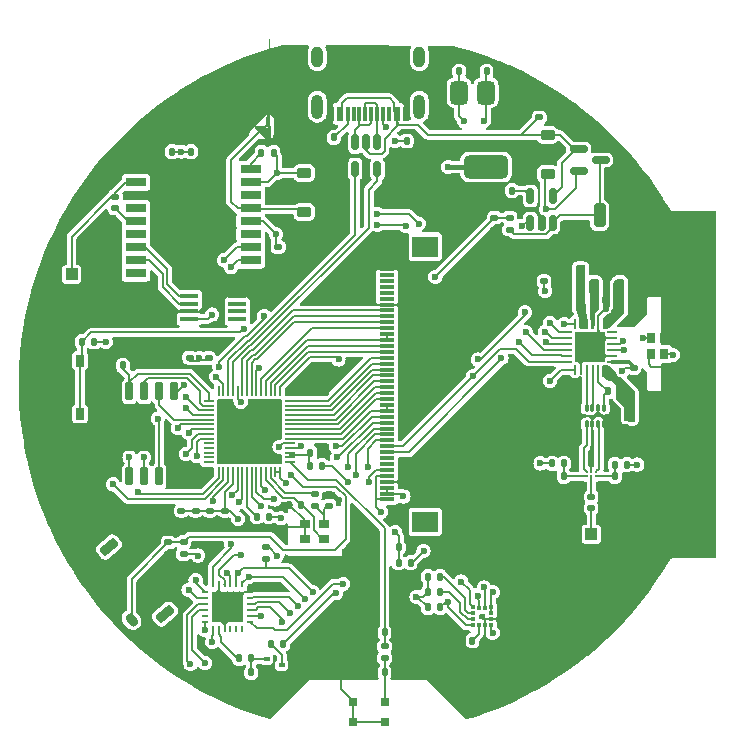
<source format=gbr>
%TF.GenerationSoftware,KiCad,Pcbnew,8.0.1*%
%TF.CreationDate,2024-05-30T22:25:26-04:00*%
%TF.ProjectId,esp32s3,65737033-3273-4332-9e6b-696361645f70,rev?*%
%TF.SameCoordinates,Original*%
%TF.FileFunction,Copper,L1,Top*%
%TF.FilePolarity,Positive*%
%FSLAX46Y46*%
G04 Gerber Fmt 4.6, Leading zero omitted, Abs format (unit mm)*
G04 Created by KiCad (PCBNEW 8.0.1) date 2024-05-30 22:25:26*
%MOMM*%
%LPD*%
G01*
G04 APERTURE LIST*
G04 Aperture macros list*
%AMRoundRect*
0 Rectangle with rounded corners*
0 $1 Rounding radius*
0 $2 $3 $4 $5 $6 $7 $8 $9 X,Y pos of 4 corners*
0 Add a 4 corners polygon primitive as box body*
4,1,4,$2,$3,$4,$5,$6,$7,$8,$9,$2,$3,0*
0 Add four circle primitives for the rounded corners*
1,1,$1+$1,$2,$3*
1,1,$1+$1,$4,$5*
1,1,$1+$1,$6,$7*
1,1,$1+$1,$8,$9*
0 Add four rect primitives between the rounded corners*
20,1,$1+$1,$2,$3,$4,$5,0*
20,1,$1+$1,$4,$5,$6,$7,0*
20,1,$1+$1,$6,$7,$8,$9,0*
20,1,$1+$1,$8,$9,$2,$3,0*%
%AMHorizOval*
0 Thick line with rounded ends*
0 $1 width*
0 $2 $3 position (X,Y) of the first rounded end (center of the circle)*
0 $4 $5 position (X,Y) of the second rounded end (center of the circle)*
0 Add line between two ends*
20,1,$1,$2,$3,$4,$5,0*
0 Add two circle primitives to create the rounded ends*
1,1,$1,$2,$3*
1,1,$1,$4,$5*%
%AMFreePoly0*
4,1,50,0.364509,0.373079,0.400557,0.358147,0.402331,0.356372,0.403779,0.355902,0.406374,0.352329,0.428147,0.330557,0.436043,0.311493,0.440106,0.305902,0.441186,0.299076,0.443079,0.294509,0.443090,0.287057,0.445000,0.275000,0.445000,-0.965000,0.443079,-0.984509,0.428147,-1.020558,0.426371,-1.022333,0.425902,-1.023779,0.422332,-1.026372,0.400558,-1.048147,0.381492,-1.056044,
0.375902,-1.060106,0.371686,-1.060106,0.364509,-1.063079,0.325491,-1.063079,0.318314,-1.060106,0.314098,-1.060106,0.305304,-1.054717,0.289443,-1.048147,0.281262,-1.039984,0.274289,-1.035711,-0.965711,0.204289,-0.978147,0.219443,-0.993079,0.255491,-0.993079,0.258002,-0.993769,0.259357,-0.993079,0.263713,-0.993079,0.294509,-0.985182,0.313573,-0.984101,0.320399,-0.981119,0.323380,
-0.978147,0.330557,-0.950557,0.358147,-0.943380,0.361119,-0.940399,0.364101,-0.930371,0.366508,-0.914509,0.373079,-0.902928,0.373096,-0.895000,0.375000,0.345000,0.375000,0.364509,0.373079,0.364509,0.373079,$1*%
G04 Aperture macros list end*
%TA.AperFunction,SMDPad,CuDef*%
%ADD10R,0.254000X0.254000*%
%TD*%
%TA.AperFunction,SMDPad,CuDef*%
%ADD11R,0.600000X1.240000*%
%TD*%
%TA.AperFunction,SMDPad,CuDef*%
%ADD12R,0.300000X1.240000*%
%TD*%
%TA.AperFunction,ComponentPad*%
%ADD13O,1.000000X2.100000*%
%TD*%
%TA.AperFunction,ComponentPad*%
%ADD14O,1.000000X1.800000*%
%TD*%
%TA.AperFunction,SMDPad,CuDef*%
%ADD15R,0.711200X0.990600*%
%TD*%
%TA.AperFunction,SMDPad,CuDef*%
%ADD16RoundRect,0.140000X0.170000X-0.140000X0.170000X0.140000X-0.170000X0.140000X-0.170000X-0.140000X0*%
%TD*%
%TA.AperFunction,SMDPad,CuDef*%
%ADD17RoundRect,0.140000X-0.140000X-0.170000X0.140000X-0.170000X0.140000X0.170000X-0.140000X0.170000X0*%
%TD*%
%TA.AperFunction,SMDPad,CuDef*%
%ADD18RoundRect,0.140000X0.140000X0.170000X-0.140000X0.170000X-0.140000X-0.170000X0.140000X-0.170000X0*%
%TD*%
%TA.AperFunction,SMDPad,CuDef*%
%ADD19RoundRect,0.100000X0.155000X0.100000X-0.155000X0.100000X-0.155000X-0.100000X0.155000X-0.100000X0*%
%TD*%
%TA.AperFunction,SMDPad,CuDef*%
%ADD20RoundRect,0.147500X-0.172500X0.147500X-0.172500X-0.147500X0.172500X-0.147500X0.172500X0.147500X0*%
%TD*%
%TA.AperFunction,SMDPad,CuDef*%
%ADD21RoundRect,0.135000X-0.135000X-0.185000X0.135000X-0.185000X0.135000X0.185000X-0.135000X0.185000X0*%
%TD*%
%TA.AperFunction,SMDPad,CuDef*%
%ADD22R,0.900000X0.800000*%
%TD*%
%TA.AperFunction,SMDPad,CuDef*%
%ADD23RoundRect,0.218750X-0.218750X-0.381250X0.218750X-0.381250X0.218750X0.381250X-0.218750X0.381250X0*%
%TD*%
%TA.AperFunction,SMDPad,CuDef*%
%ADD24R,1.000000X1.000000*%
%TD*%
%TA.AperFunction,SMDPad,CuDef*%
%ADD25R,1.050000X2.200000*%
%TD*%
%TA.AperFunction,SMDPad,CuDef*%
%ADD26RoundRect,0.135000X-0.185000X0.135000X-0.185000X-0.135000X0.185000X-0.135000X0.185000X0.135000X0*%
%TD*%
%TA.AperFunction,SMDPad,CuDef*%
%ADD27RoundRect,0.147500X-0.147500X-0.172500X0.147500X-0.172500X0.147500X0.172500X-0.147500X0.172500X0*%
%TD*%
%TA.AperFunction,ComponentPad*%
%ADD28RoundRect,0.131234X-0.685064X-0.223988X-0.339545X-0.635761X0.685064X0.223988X0.339545X0.635761X0*%
%TD*%
%TA.AperFunction,ComponentPad*%
%ADD29HorizOval,0.800000X0.128558X-0.153209X-0.128558X0.153209X0*%
%TD*%
%TA.AperFunction,SMDPad,CuDef*%
%ADD30R,0.660400X0.711200*%
%TD*%
%TA.AperFunction,SMDPad,CuDef*%
%ADD31R,2.200000X1.800000*%
%TD*%
%TA.AperFunction,SMDPad,CuDef*%
%ADD32R,1.300000X0.300000*%
%TD*%
%TA.AperFunction,SMDPad,CuDef*%
%ADD33RoundRect,0.140000X-0.170000X0.140000X-0.170000X-0.140000X0.170000X-0.140000X0.170000X0.140000X0*%
%TD*%
%TA.AperFunction,SMDPad,CuDef*%
%ADD34RoundRect,0.150000X0.150000X-0.650000X0.150000X0.650000X-0.150000X0.650000X-0.150000X-0.650000X0*%
%TD*%
%TA.AperFunction,SMDPad,CuDef*%
%ADD35RoundRect,0.150000X0.150000X-0.512500X0.150000X0.512500X-0.150000X0.512500X-0.150000X-0.512500X0*%
%TD*%
%TA.AperFunction,SMDPad,CuDef*%
%ADD36R,1.524000X0.457200*%
%TD*%
%TA.AperFunction,SMDPad,CuDef*%
%ADD37R,0.800000X0.900000*%
%TD*%
%TA.AperFunction,SMDPad,CuDef*%
%ADD38RoundRect,0.135000X0.135000X0.185000X-0.135000X0.185000X-0.135000X-0.185000X0.135000X-0.185000X0*%
%TD*%
%TA.AperFunction,SMDPad,CuDef*%
%ADD39R,0.599999X0.249999*%
%TD*%
%TA.AperFunction,SMDPad,CuDef*%
%ADD40R,0.249999X0.599999*%
%TD*%
%TA.AperFunction,SMDPad,CuDef*%
%ADD41R,2.450000X2.450000*%
%TD*%
%TA.AperFunction,SMDPad,CuDef*%
%ADD42RoundRect,0.225000X0.375000X-0.225000X0.375000X0.225000X-0.375000X0.225000X-0.375000X-0.225000X0*%
%TD*%
%TA.AperFunction,SMDPad,CuDef*%
%ADD43R,1.800000X0.800000*%
%TD*%
%TA.AperFunction,SMDPad,CuDef*%
%ADD44RoundRect,0.250000X0.250000X0.750000X-0.250000X0.750000X-0.250000X-0.750000X0.250000X-0.750000X0*%
%TD*%
%TA.AperFunction,SMDPad,CuDef*%
%ADD45RoundRect,0.150000X-0.587500X-0.150000X0.587500X-0.150000X0.587500X0.150000X-0.587500X0.150000X0*%
%TD*%
%TA.AperFunction,SMDPad,CuDef*%
%ADD46RoundRect,0.135000X0.185000X-0.135000X0.185000X0.135000X-0.185000X0.135000X-0.185000X-0.135000X0*%
%TD*%
%TA.AperFunction,SMDPad,CuDef*%
%ADD47RoundRect,0.375000X-0.375000X0.625000X-0.375000X-0.625000X0.375000X-0.625000X0.375000X0.625000X0*%
%TD*%
%TA.AperFunction,SMDPad,CuDef*%
%ADD48RoundRect,0.500000X-1.400000X0.500000X-1.400000X-0.500000X1.400000X-0.500000X1.400000X0.500000X0*%
%TD*%
%TA.AperFunction,SMDPad,CuDef*%
%ADD49RoundRect,0.075000X-0.075000X0.225000X-0.075000X-0.225000X0.075000X-0.225000X0.075000X0.225000X0*%
%TD*%
%TA.AperFunction,SMDPad,CuDef*%
%ADD50RoundRect,0.075000X-0.237500X0.075000X-0.237500X-0.075000X0.237500X-0.075000X0.237500X0.075000X0*%
%TD*%
%TA.AperFunction,SMDPad,CuDef*%
%ADD51RoundRect,0.375000X-0.375000X1.375000X-0.375000X-1.375000X0.375000X-1.375000X0.375000X1.375000X0*%
%TD*%
%TA.AperFunction,SMDPad,CuDef*%
%ADD52FreePoly0,270.000000*%
%TD*%
%TA.AperFunction,HeatsinkPad*%
%ADD53R,4.000000X4.000000*%
%TD*%
%TA.AperFunction,SMDPad,CuDef*%
%ADD54RoundRect,0.050000X0.050000X0.350000X-0.050000X0.350000X-0.050000X-0.350000X0.050000X-0.350000X0*%
%TD*%
%TA.AperFunction,SMDPad,CuDef*%
%ADD55RoundRect,0.050000X0.350000X0.050000X-0.350000X0.050000X-0.350000X-0.050000X0.350000X-0.050000X0*%
%TD*%
%TA.AperFunction,SMDPad,CuDef*%
%ADD56RoundRect,0.147500X0.147500X0.172500X-0.147500X0.172500X-0.147500X-0.172500X0.147500X-0.172500X0*%
%TD*%
%TA.AperFunction,SMDPad,CuDef*%
%ADD57R,0.430000X0.350000*%
%TD*%
%TA.AperFunction,SMDPad,CuDef*%
%ADD58R,0.350000X0.430000*%
%TD*%
%TA.AperFunction,HeatsinkPad*%
%ADD59R,2.600000X2.600000*%
%TD*%
%TA.AperFunction,SMDPad,CuDef*%
%ADD60RoundRect,0.062500X0.062500X0.350000X-0.062500X0.350000X-0.062500X-0.350000X0.062500X-0.350000X0*%
%TD*%
%TA.AperFunction,SMDPad,CuDef*%
%ADD61RoundRect,0.062500X0.350000X0.062500X-0.350000X0.062500X-0.350000X-0.062500X0.350000X-0.062500X0*%
%TD*%
%TA.AperFunction,ViaPad*%
%ADD62C,0.600000*%
%TD*%
%TA.AperFunction,Conductor*%
%ADD63C,0.200000*%
%TD*%
%TA.AperFunction,Conductor*%
%ADD64C,0.150000*%
%TD*%
%TA.AperFunction,Conductor*%
%ADD65C,0.156464*%
%TD*%
%TA.AperFunction,Conductor*%
%ADD66C,0.350000*%
%TD*%
%TA.AperFunction,Conductor*%
%ADD67C,0.400000*%
%TD*%
G04 APERTURE END LIST*
D10*
%TO.P,U12,1,RF2*%
%TO.N,Net-(FL1-SW_RFO)*%
X149299998Y-79400000D03*
%TO.P,U12,2,GND*%
%TO.N,GND*%
X148899999Y-79400000D03*
%TO.P,U12,3,RF1*%
%TO.N,Net-(FL1-SW_RFI)*%
X148500000Y-79400000D03*
%TO.P,U12,4,VDD*%
%TO.N,Net-(U12-VDD)*%
X148500000Y-79806400D03*
%TO.P,U12,5,RFIN*%
%TO.N,Net-(U12-RFIN)*%
X148899999Y-79806400D03*
%TO.P,U12,6,CTRL*%
%TO.N,Net-(U12-CTRL)*%
X149299998Y-79806400D03*
%TD*%
D11*
%TO.P,J1,A1,GND*%
%TO.N,GND*%
X133225000Y-49090000D03*
%TO.P,J1,A4,VBUS*%
%TO.N,VBUS*%
X132425000Y-49090000D03*
D12*
%TO.P,J1,A5,CC1*%
%TO.N,Net-(J1-CC1)*%
X131275000Y-49090000D03*
%TO.P,J1,A6,D+*%
%TO.N,Net-(J1-D+-PadA6)*%
X130275000Y-49090000D03*
%TO.P,J1,A7,D-*%
%TO.N,Net-(J1-D--PadA7)*%
X129775000Y-49090000D03*
%TO.P,J1,A8*%
%TO.N,N/C*%
X128775000Y-49090000D03*
D11*
%TO.P,J1,A9,VBUS*%
%TO.N,VBUS*%
X127625000Y-49090000D03*
%TO.P,J1,A12,GND*%
%TO.N,GND*%
X126825000Y-49090000D03*
%TO.P,J1,B1,GND*%
X126825000Y-49090000D03*
%TO.P,J1,B4,VBUS*%
%TO.N,VBUS*%
X127625000Y-49090000D03*
D12*
%TO.P,J1,B5,CC2*%
%TO.N,Net-(J1-CC2)*%
X128275000Y-49090000D03*
%TO.P,J1,B6,D+*%
%TO.N,Net-(J1-D+-PadA6)*%
X129275000Y-49090000D03*
%TO.P,J1,B7,D-*%
%TO.N,Net-(J1-D--PadA7)*%
X130775000Y-49090000D03*
%TO.P,J1,B8*%
%TO.N,N/C*%
X131775000Y-49090000D03*
D11*
%TO.P,J1,B9,VBUS*%
%TO.N,VBUS*%
X132425000Y-49090000D03*
%TO.P,J1,B12,GND*%
%TO.N,GND*%
X133225000Y-49090000D03*
D13*
%TO.P,J1,S1,SHIELD*%
%TO.N,unconnected-(J1-SHIELD-PadS1)_1*%
X134345000Y-48490000D03*
D14*
%TO.N,unconnected-(J1-SHIELD-PadS1)_2*%
X134345000Y-44290000D03*
D13*
%TO.N,unconnected-(J1-SHIELD-PadS1)_0*%
X125705000Y-48490000D03*
D14*
%TO.N,unconnected-(J1-SHIELD-PadS1)*%
X125705000Y-44290000D03*
%TD*%
D15*
%TO.P,SW2,1,1*%
%TO.N,CHIP_PU*%
X105600000Y-70000000D03*
X105600000Y-74500002D03*
%TO.P,SW2,2,4*%
%TO.N,GND*%
X103450002Y-70000000D03*
X103450002Y-74500002D03*
%TD*%
D16*
%TO.P,C19,1*%
%TO.N,Net-(J4-In)*%
X148900000Y-82480000D03*
%TO.P,C19,2*%
%TO.N,Net-(U12-RFIN)*%
X148900000Y-81520000D03*
%TD*%
D17*
%TO.P,C33,1*%
%TO.N,Net-(U8-C1)*%
X138840000Y-93700000D03*
%TO.P,C33,2*%
%TO.N,GND*%
X139800000Y-93700000D03*
%TD*%
%TO.P,C16,1*%
%TO.N,+3V3*%
X115020000Y-52300000D03*
%TO.P,C16,2*%
%TO.N,GND*%
X115980000Y-52300000D03*
%TD*%
D18*
%TO.P,C18,1*%
%TO.N,+3V3*%
X147880000Y-65100000D03*
%TO.P,C18,2*%
%TO.N,GND*%
X146920000Y-65100000D03*
%TD*%
D19*
%TO.P,Q3,1,G*%
%TO.N,Net-(Q3-G)*%
X121410000Y-95300000D03*
%TO.P,Q3,2,S*%
%TO.N,GND*%
X121410000Y-96300000D03*
%TO.P,Q3,3,D*%
%TO.N,Net-(Q3-D)*%
X122700000Y-95800000D03*
%TD*%
D16*
%TO.P,C1,1*%
%TO.N,Net-(C1-Pad1)*%
X126696820Y-82290000D03*
%TO.P,C1,2*%
%TO.N,GND*%
X126696820Y-81330000D03*
%TD*%
D20*
%TO.P,L3,1,1*%
%TO.N,Net-(ATGM336H1-RF_IN)*%
X108600000Y-56115000D03*
%TO.P,L3,2,2*%
%TO.N,Net-(ATGM336H1-VCC_RF)*%
X108600000Y-57085000D03*
%TD*%
D21*
%TO.P,R12,1*%
%TO.N,Net-(U12-CTRL)*%
X150890000Y-78800000D03*
%TO.P,R12,2*%
%TO.N,ANT_SW_CTRL*%
X151910000Y-78800000D03*
%TD*%
D22*
%TO.P,X1,1,1*%
%TO.N,Net-(C1-Pad1)*%
X126303180Y-83810000D03*
%TO.P,X1,2,2*%
%TO.N,GND*%
X124653180Y-83810000D03*
%TO.P,X1,3,3*%
X124653180Y-85060000D03*
%TO.P,X1,4,4*%
%TO.N,XTAL_N*%
X126303180Y-85060000D03*
%TD*%
D23*
%TO.P,L4,1*%
%TO.N,Net-(U6-DCC_SW)*%
X149157500Y-63770000D03*
%TO.P,L4,2*%
%TO.N,Net-(U6-VREG)*%
X151282500Y-63770000D03*
%TD*%
D24*
%TO.P,J4,1,In*%
%TO.N,Net-(J4-In)*%
X148900000Y-84700000D03*
D25*
%TO.P,J4,2,Ext*%
%TO.N,GND*%
X150375000Y-86200000D03*
D24*
X148900000Y-87700000D03*
D25*
X147425000Y-86200000D03*
%TD*%
D26*
%TO.P,R16,1*%
%TO.N,+3V3*%
X121400000Y-85790000D03*
%TO.P,R16,2*%
%TO.N,SDA*%
X121400000Y-86810000D03*
%TD*%
D27*
%TO.P,L2,1,1*%
%TO.N,Net-(C10-Pad1)*%
X125115000Y-78900000D03*
%TO.P,L2,2,2*%
%TO.N,+3V3*%
X126085000Y-78900000D03*
%TD*%
D21*
%TO.P,R7,1*%
%TO.N,Net-(J1-CC1)*%
X133280000Y-51400000D03*
%TO.P,R7,2*%
%TO.N,GND*%
X134300000Y-51400000D03*
%TD*%
D28*
%TO.P,SW1,4*%
%TO.N,N/C*%
X108068981Y-85781036D03*
%TO.P,SW1,3*%
X112832038Y-91457424D03*
D29*
%TO.P,SW1,2,2*%
%TO.N,GP0*%
X109986117Y-91939540D03*
%TO.P,SW1,1,1*%
%TO.N,GND*%
X107100000Y-88500000D03*
%TD*%
D30*
%TO.P,U9,1,FEED/GND*%
%TO.N,Net-(U9-FEED{slash}GND)*%
X131400000Y-98900000D03*
%TO.P,U9,2,GND*%
%TO.N,GND*%
X128707600Y-98900000D03*
%TO.P,U9,3,GND*%
X128707600Y-100601800D03*
%TO.P,U9,4,GND/FEED*%
X131400000Y-100601800D03*
%TD*%
D31*
%TO.P,J5,MP*%
%TO.N,N/C*%
X134850000Y-60350000D03*
X134850000Y-83650000D03*
D32*
%TO.P,J5,40,Pin_40*%
%TO.N,GND*%
X131600000Y-62250000D03*
%TO.P,J5,39,Pin_39*%
%TO.N,unconnected-(J5-Pin_39-Pad39)*%
X131600000Y-62750000D03*
%TO.P,J5,38,Pin_38*%
%TO.N,unconnected-(J5-Pin_38-Pad38)*%
X131600000Y-63250000D03*
%TO.P,J5,37,Pin_37*%
%TO.N,unconnected-(J5-Pin_37-Pad37)*%
X131600000Y-63750000D03*
%TO.P,J5,36,Pin_36*%
%TO.N,unconnected-(J5-Pin_36-Pad36)*%
X131600000Y-64250000D03*
%TO.P,J5,35,Pin_35*%
%TO.N,unconnected-(J5-Pin_35-Pad35)*%
X131600000Y-64750000D03*
%TO.P,J5,34,Pin_34*%
%TO.N,GND*%
X131600000Y-65250000D03*
%TO.P,J5,33,Pin_33*%
%TO.N,LCD_R5*%
X131600000Y-65750000D03*
%TO.P,J5,32,Pin_32*%
%TO.N,LCD_R4*%
X131600000Y-66250000D03*
%TO.P,J5,31,Pin_31*%
%TO.N,LCD_R3*%
X131600000Y-66750000D03*
%TO.P,J5,30,Pin_30*%
%TO.N,LCD_R2*%
X131600000Y-67250000D03*
%TO.P,J5,29,Pin_29*%
%TO.N,LCD_R1*%
X131600000Y-67750000D03*
%TO.P,J5,28,Pin_28*%
X131600000Y-68250000D03*
%TO.P,J5,27,Pin_27*%
%TO.N,LCD_G5*%
X131600000Y-68750000D03*
%TO.P,J5,26,Pin_26*%
%TO.N,LCD_G4*%
X131600000Y-69250000D03*
%TO.P,J5,25,Pin_25*%
%TO.N,LCD_G3*%
X131600000Y-69750000D03*
%TO.P,J5,24,Pin_24*%
%TO.N,LCD_G2*%
X131600000Y-70250000D03*
%TO.P,J5,23,Pin_23*%
%TO.N,LCD_G1*%
X131600000Y-70750000D03*
%TO.P,J5,22,Pin_22*%
%TO.N,LCD_G0*%
X131600000Y-71250000D03*
%TO.P,J5,21,Pin_21*%
%TO.N,LCD_B5*%
X131600000Y-71750000D03*
%TO.P,J5,20,Pin_20*%
%TO.N,LCD_B4*%
X131600000Y-72250000D03*
%TO.P,J5,19,Pin_19*%
%TO.N,LCD_B3*%
X131600000Y-72750000D03*
%TO.P,J5,18,Pin_18*%
%TO.N,LCD_B2*%
X131600000Y-73250000D03*
%TO.P,J5,17,Pin_17*%
%TO.N,LCD_B1*%
X131600000Y-73750000D03*
%TO.P,J5,16,Pin_16*%
X131600000Y-74250000D03*
%TO.P,J5,15,Pin_15*%
%TO.N,LCD_HSYNC*%
X131600000Y-74750000D03*
%TO.P,J5,14,Pin_14*%
%TO.N,LCD_VSYNC*%
X131600000Y-75250000D03*
%TO.P,J5,13,Pin_13*%
%TO.N,LCD_DE*%
X131600000Y-75750000D03*
%TO.P,J5,12,Pin_12*%
%TO.N,Net-(J5-Pin_12)*%
X131600000Y-76250000D03*
%TO.P,J5,11,Pin_11*%
%TO.N,LCD_CS*%
X131600000Y-76750000D03*
%TO.P,J5,10,Pin_10*%
%TO.N,SCK*%
X131600000Y-77250000D03*
%TO.P,J5,9,Pin_9*%
%TO.N,MOSI*%
X131600000Y-77750000D03*
%TO.P,J5,8,Pin_8*%
%TO.N,unconnected-(J5-Pin_8-Pad8)*%
X131600000Y-78250000D03*
%TO.P,J5,7,Pin_7*%
%TO.N,unconnected-(J5-Pin_7-Pad7)*%
X131600000Y-78750000D03*
%TO.P,J5,6,Pin_6*%
%TO.N,LCD_RST*%
X131600000Y-79250000D03*
%TO.P,J5,5,Pin_5*%
%TO.N,+3V3*%
X131600000Y-79750000D03*
%TO.P,J5,4,Pin_4*%
%TO.N,GND*%
X131600000Y-80250000D03*
%TO.P,J5,3,Pin_3*%
%TO.N,Net-(J5-Pin_2)*%
X131600000Y-80750000D03*
%TO.P,J5,2,Pin_2*%
X131600000Y-81250000D03*
%TO.P,J5,1,Pin_1*%
%TO.N,+3V3*%
X131600000Y-81750000D03*
%TD*%
D33*
%TO.P,C6,1*%
%TO.N,+3V3*%
X115400000Y-82700000D03*
%TO.P,C6,2*%
%TO.N,GND*%
X115400000Y-83660000D03*
%TD*%
D34*
%TO.P,U10,1,~{CS}*%
%TO.N,SPI_CS0*%
X109795000Y-79800000D03*
%TO.P,U10,2,DO(IO1)*%
%TO.N,SPI_IO1*%
X111065000Y-79800000D03*
%TO.P,U10,3,IO2*%
%TO.N,SPI_IO2*%
X112335000Y-79800000D03*
%TO.P,U10,4,GND*%
%TO.N,GND*%
X113605000Y-79800000D03*
%TO.P,U10,5,DI(IO0)*%
%TO.N,SPI_IO0*%
X113605000Y-72600000D03*
%TO.P,U10,6,CLK*%
%TO.N,SPI_CLK*%
X112335000Y-72600000D03*
%TO.P,U10,7,IO3*%
%TO.N,SPI_IO3*%
X111065000Y-72600000D03*
%TO.P,U10,8,VCC*%
%TO.N,VDD_SPI*%
X109795000Y-72600000D03*
%TD*%
D17*
%TO.P,C20,1*%
%TO.N,Net-(U6-VR_PA)*%
X152220000Y-74800000D03*
%TO.P,C20,2*%
%TO.N,GND*%
X153180000Y-74800000D03*
%TD*%
%TO.P,C14,1*%
%TO.N,+3V3*%
X140040000Y-45500000D03*
%TO.P,C14,2*%
%TO.N,GND*%
X141000000Y-45500000D03*
%TD*%
D21*
%TO.P,R1,1*%
%TO.N,CHIP_PU*%
X105780000Y-68400000D03*
%TO.P,R1,2*%
%TO.N,+3V3*%
X106800000Y-68400000D03*
%TD*%
D33*
%TO.P,C3,1*%
%TO.N,GP0*%
X113080000Y-85390000D03*
%TO.P,C3,2*%
%TO.N,GND*%
X113080000Y-86350000D03*
%TD*%
D35*
%TO.P,U3,1,I/O1*%
%TO.N,USB_D+*%
X128900000Y-53800000D03*
%TO.P,U3,2,GND*%
%TO.N,GND*%
X129850000Y-53800000D03*
%TO.P,U3,3,I/O2*%
%TO.N,USB_D-*%
X130800000Y-53800000D03*
%TO.P,U3,4,I/O2*%
%TO.N,Net-(J1-D--PadA7)*%
X130800000Y-51525000D03*
%TO.P,U3,5,VBUS*%
%TO.N,VBUS*%
X129850000Y-51525000D03*
%TO.P,U3,6,I/O1*%
%TO.N,Net-(J1-D+-PadA6)*%
X128900000Y-51525000D03*
%TD*%
D36*
%TO.P,U5,1,A0*%
%TO.N,unconnected-(U5-A0-Pad1)*%
X118932000Y-66465200D03*
%TO.P,U5,2,A1*%
%TO.N,unconnected-(U5-A1-Pad2)*%
X118932000Y-65830200D03*
%TO.P,U5,3,A2*%
%TO.N,unconnected-(U5-A2-Pad3)*%
X118932000Y-65169800D03*
%TO.P,U5,4,VSS*%
%TO.N,GND*%
X118932000Y-64534800D03*
%TO.P,U5,5,SDA*%
%TO.N,Net-(ATGM336H1-SDA)*%
X114868000Y-64534800D03*
%TO.P,U5,6,SCL*%
%TO.N,Net-(ATGM336H1-SCL)*%
X114868000Y-65169800D03*
%TO.P,U5,7,WP*%
%TO.N,GND*%
X114868000Y-65830200D03*
%TO.P,U5,8,VCC*%
%TO.N,+3V3*%
X114868000Y-66465200D03*
%TD*%
D37*
%TO.P,Q1_Xtal1,1,1*%
%TO.N,Net-(U6-XTB)*%
X153980000Y-68050000D03*
%TO.P,Q1_Xtal1,2,2*%
%TO.N,GND*%
X153980000Y-69450000D03*
%TO.P,Q1_Xtal1,3,3*%
%TO.N,Net-(U6-XTA)*%
X155080000Y-69450000D03*
%TO.P,Q1_Xtal1,4,4*%
%TO.N,GND*%
X155080000Y-68050000D03*
%TD*%
D16*
%TO.P,C11,1*%
%TO.N,+3V3*%
X116500000Y-69760000D03*
%TO.P,C11,2*%
%TO.N,GND*%
X116500000Y-68800000D03*
%TD*%
D21*
%TO.P,R24,1*%
%TO.N,LCD_BL*%
X119090000Y-95200000D03*
%TO.P,R24,2*%
%TO.N,Net-(Q3-G)*%
X120110000Y-95200000D03*
%TD*%
D18*
%TO.P,C4,1*%
%TO.N,LNA_IN*%
X131400000Y-93000000D03*
%TO.P,C4,2*%
%TO.N,GND*%
X130440000Y-93000000D03*
%TD*%
D33*
%TO.P,C7,1*%
%TO.N,+3V3*%
X114200000Y-82700000D03*
%TO.P,C7,2*%
%TO.N,GND*%
X114200000Y-83660000D03*
%TD*%
D17*
%TO.P,C23,1*%
%TO.N,Net-(U6-VR_PA)*%
X152220000Y-73700000D03*
%TO.P,C23,2*%
%TO.N,GND*%
X153180000Y-73700000D03*
%TD*%
D38*
%TO.P,R23,1*%
%TO.N,Net-(J5-Pin_2)*%
X122810000Y-94000000D03*
%TO.P,R23,2*%
%TO.N,Net-(Q3-D)*%
X121790000Y-94000000D03*
%TD*%
D35*
%TO.P,U4,1,STAT*%
%TO.N,CHG_STAT*%
X143750000Y-58337500D03*
%TO.P,U4,2,V_{SS}*%
%TO.N,GND*%
X144700000Y-58337500D03*
%TO.P,U4,3,V_{BAT}*%
%TO.N,+BATT*%
X145650000Y-58337500D03*
%TO.P,U4,4,V_{DD}*%
%TO.N,VBUS*%
X145650000Y-56062500D03*
%TO.P,U4,5,PROG*%
%TO.N,Net-(U4-PROG)*%
X143750000Y-56062500D03*
%TD*%
D18*
%TO.P,C5,1*%
%TO.N,XTAL_N*%
X124303180Y-82210000D03*
%TO.P,C5,2*%
%TO.N,GND*%
X123343180Y-82210000D03*
%TD*%
D21*
%TO.P,R5,1*%
%TO.N,LCD_PCLK*%
X120580000Y-83200000D03*
%TO.P,R5,2*%
%TO.N,Net-(J5-Pin_12)*%
X121600000Y-83200000D03*
%TD*%
D17*
%TO.P,C24,1*%
%TO.N,+3V3*%
X132620000Y-85800000D03*
%TO.P,C24,2*%
%TO.N,GND*%
X133580000Y-85800000D03*
%TD*%
D21*
%TO.P,R14,1*%
%TO.N,+3V3*%
X135090000Y-88300000D03*
%TO.P,R14,2*%
%TO.N,/Accel & Magnetometer/CS_XL*%
X136110000Y-88300000D03*
%TD*%
D16*
%TO.P,C12,1*%
%TO.N,+3V3*%
X114900000Y-69740000D03*
%TO.P,C12,2*%
%TO.N,GND*%
X114900000Y-68780000D03*
%TD*%
D17*
%TO.P,C22,1*%
%TO.N,VDD_SPI*%
X109240000Y-70400000D03*
%TO.P,C22,2*%
%TO.N,GND*%
X110200000Y-70400000D03*
%TD*%
D21*
%TO.P,R15,1*%
%TO.N,+3V3*%
X135080000Y-89600000D03*
%TO.P,R15,2*%
%TO.N,/Accel & Magnetometer/CS_MAG*%
X136100000Y-89600000D03*
%TD*%
D39*
%TO.P,U11,1,P00*%
%TO.N,LoRa_BUSY*%
X116200002Y-89600000D03*
%TO.P,U11,2,P01*%
%TO.N,LoRa_DIO1*%
X116200002Y-90099999D03*
%TO.P,U11,3,P02*%
%TO.N,LoRa_NSS*%
X116200002Y-90600000D03*
%TO.P,U11,4,P03*%
%TO.N,LoRa_RST*%
X116200002Y-91100000D03*
%TO.P,U11,5,P04*%
%TO.N,/IO Expander/GPIO_P04*%
X116200002Y-91600001D03*
%TO.P,U11,6,P05*%
%TO.N,LCD_CS*%
X116200002Y-92100000D03*
D40*
%TO.P,U11,7,P06*%
%TO.N,LCD_RST*%
X116850001Y-92749999D03*
%TO.P,U11,8,P07*%
%TO.N,LCD_BL*%
X117350000Y-92749999D03*
%TO.P,U11,9,GND*%
%TO.N,GND*%
X117850001Y-92749999D03*
%TO.P,U11,10,P10*%
%TO.N,/IO Expander/GPIO_P10*%
X118350001Y-92749999D03*
%TO.P,U11,11,P11*%
%TO.N,/IO Expander/GPIO_P11*%
X118850002Y-92749999D03*
%TO.P,U11,12,P12*%
%TO.N,/IO Expander/GPIO_P12*%
X119350001Y-92749999D03*
D39*
%TO.P,U11,13,P13*%
%TO.N,CHG_STAT*%
X120000000Y-92100000D03*
%TO.P,U11,14,P14*%
%TO.N,GPS_ON*%
X120000000Y-91600001D03*
%TO.P,U11,15,P15*%
%TO.N,INT_MAG*%
X120000000Y-91100000D03*
%TO.P,U11,16,P16*%
%TO.N,XL_INT0*%
X120000000Y-90600000D03*
%TO.P,U11,17,P17*%
%TO.N,XL_INT1*%
X120000000Y-90099999D03*
%TO.P,U11,18,A0*%
%TO.N,GND*%
X120000000Y-89600000D03*
D40*
%TO.P,U11,19,SCL*%
%TO.N,SCL*%
X119350001Y-88950001D03*
%TO.P,U11,20,SDA*%
%TO.N,SDA*%
X118850002Y-88950001D03*
%TO.P,U11,21,VCC*%
%TO.N,+3V3*%
X118350001Y-88950001D03*
%TO.P,U11,22,INT_N*%
%TO.N,GPIO_INT*%
X117850001Y-88950001D03*
%TO.P,U11,23,A1*%
%TO.N,GND*%
X117350000Y-88950001D03*
%TO.P,U11,24,RESET_N*%
%TO.N,GPIO_RST*%
X116850001Y-88950001D03*
D41*
%TO.P,U11,25,EP*%
%TO.N,GND*%
X118100001Y-90850000D03*
%TD*%
D18*
%TO.P,C32,1*%
%TO.N,Net-(U12-VDD)*%
X146580000Y-79800000D03*
%TO.P,C32,2*%
%TO.N,GND*%
X145620000Y-79800000D03*
%TD*%
D26*
%TO.P,R4,1*%
%TO.N,GPS_ON*%
X122400000Y-60390000D03*
%TO.P,R4,2*%
%TO.N,GND*%
X122400000Y-61410000D03*
%TD*%
D38*
%TO.P,R3,1*%
%TO.N,+3V3*%
X122000000Y-52400000D03*
%TO.P,R3,2*%
%TO.N,GPS_RESET*%
X120980000Y-52400000D03*
%TD*%
D42*
%TO.P,D2,1,K*%
%TO.N,Net-(ATGM336H1-VBAT)*%
X124600000Y-57400000D03*
%TO.P,D2,2,A*%
%TO.N,+3V3*%
X124600000Y-54100000D03*
%TD*%
%TO.P,D1,1,K*%
%TO.N,VCC*%
X145200000Y-54200000D03*
%TO.P,D1,2,A*%
%TO.N,VBUS*%
X145200000Y-50900000D03*
%TD*%
D43*
%TO.P,ATGM336H1,NC*%
%TO.N,N/C*%
X120050000Y-56000000D03*
X110350000Y-62600000D03*
X110350000Y-59300000D03*
X110350000Y-57100000D03*
%TO.P,ATGM336H1,17,SCL*%
%TO.N,Net-(ATGM336H1-SCL)*%
X110350000Y-61500000D03*
%TO.P,ATGM336H1,16,SDA*%
%TO.N,Net-(ATGM336H1-SDA)*%
X110350000Y-60400000D03*
%TO.P,ATGM336H1,14,VCC_RF*%
%TO.N,Net-(ATGM336H1-VCC_RF)*%
X110350000Y-58200000D03*
%TO.P,ATGM336H1,11,RF_IN*%
%TO.N,Net-(ATGM336H1-RF_IN)*%
X110350000Y-54900000D03*
%TO.P,ATGM336H1,9,nReset*%
%TO.N,GPS_RESET*%
X120050000Y-53800000D03*
%TO.P,ATGM336H1,8,VCC*%
%TO.N,+3V3*%
X120050000Y-54900000D03*
%TO.P,ATGM336H1,6,VBAT*%
%TO.N,Net-(ATGM336H1-VBAT)*%
X120050000Y-57100000D03*
%TO.P,ATGM336H1,5,ON/OFF*%
%TO.N,GPS_ON*%
X120050000Y-58200000D03*
%TO.P,ATGM336H1,4,1PPS*%
%TO.N,unconnected-(ATGM336H1-1PPS-Pad4)*%
X120050000Y-59300000D03*
%TO.P,ATGM336H1,3,RXD*%
%TO.N,GPS_RXD*%
X120050000Y-60400000D03*
%TO.P,ATGM336H1,2,TXD*%
%TO.N,GPS_TXD*%
X120050000Y-61500000D03*
%TO.P,ATGM336H1,1,GND*%
%TO.N,GND*%
X120050000Y-62600000D03*
X110350000Y-56000000D03*
X110350000Y-53800000D03*
%TD*%
D44*
%TO.P,J2,1,Pin_1*%
%TO.N,+BATT*%
X149600000Y-57700000D03*
%TO.P,J2,2,Pin_2*%
%TO.N,GND*%
X151600000Y-57700000D03*
%TD*%
D18*
%TO.P,C15,1*%
%TO.N,+3V3*%
X113400000Y-52300000D03*
%TO.P,C15,2*%
%TO.N,GND*%
X112440000Y-52300000D03*
%TD*%
D17*
%TO.P,C31,1*%
%TO.N,Net-(U12-CTRL)*%
X150920000Y-79800000D03*
%TO.P,C31,2*%
%TO.N,GND*%
X151880000Y-79800000D03*
%TD*%
D45*
%TO.P,Q1,1,G*%
%TO.N,VBUS*%
X147825000Y-52050000D03*
%TO.P,Q1,2,S*%
%TO.N,VCC*%
X147825000Y-53950000D03*
%TO.P,Q1,3,D*%
%TO.N,+BATT*%
X149700000Y-53000000D03*
%TD*%
D46*
%TO.P,R9,1*%
%TO.N,VBUS*%
X144500000Y-49410000D03*
%TO.P,R9,2*%
%TO.N,GND*%
X144500000Y-48390000D03*
%TD*%
D33*
%TO.P,C8,1*%
%TO.N,+3V3*%
X116600000Y-82700000D03*
%TO.P,C8,2*%
%TO.N,GND*%
X116600000Y-83660000D03*
%TD*%
D47*
%TO.P,U2,1,GND*%
%TO.N,GND*%
X142300000Y-47300000D03*
%TO.P,U2,2,VO*%
%TO.N,+3V3*%
X140000000Y-47300000D03*
D48*
X140000000Y-53600000D03*
D47*
%TO.P,U2,3,VI*%
%TO.N,VCC*%
X137700000Y-47300000D03*
%TD*%
D21*
%TO.P,R22,1*%
%TO.N,GND*%
X119090000Y-96400000D03*
%TO.P,R22,2*%
%TO.N,Net-(Q3-G)*%
X120110000Y-96400000D03*
%TD*%
D49*
%TO.P,FL1,1,RFO*%
%TO.N,Net-(FL1-RFO)*%
X150000000Y-74000000D03*
%TO.P,FL1,2,GND*%
%TO.N,GND*%
X149500000Y-74000000D03*
%TO.P,FL1,3,RFI_N*%
%TO.N,Net-(FL1-RFI_N)*%
X149000000Y-74000000D03*
%TO.P,FL1,4,RFI_P*%
%TO.N,Net-(FL1-RFI_P)*%
X148500000Y-74000000D03*
D50*
%TO.P,FL1,5,GND*%
%TO.N,GND*%
X148187500Y-74700000D03*
D49*
%TO.P,FL1,6,SW_RFI*%
%TO.N,Net-(FL1-SW_RFI)*%
X148500000Y-75400000D03*
%TO.P,FL1,7,GND*%
%TO.N,GND*%
X149000000Y-75400000D03*
%TO.P,FL1,8,SW_RFO*%
%TO.N,Net-(FL1-SW_RFO)*%
X149500000Y-75400000D03*
%TO.P,FL1,9,GND*%
%TO.N,GND*%
X150000000Y-75400000D03*
D50*
%TO.P,FL1,10,GND*%
X150312500Y-74700000D03*
%TD*%
D46*
%TO.P,R2,1*%
%TO.N,+3V3*%
X114380000Y-86380000D03*
%TO.P,R2,2*%
%TO.N,GP0*%
X114380000Y-85360000D03*
%TD*%
D51*
%TO.P,BT1,2,-*%
%TO.N,GND*%
X116060000Y-49050000D03*
D52*
%TO.P,BT1,1,+*%
%TO.N,Net-(ATGM336H1-VBAT)*%
X121325000Y-50455000D03*
%TD*%
D33*
%TO.P,C9,1*%
%TO.N,+3V3*%
X117900000Y-82700000D03*
%TO.P,C9,2*%
%TO.N,GND*%
X117900000Y-83660000D03*
%TD*%
D38*
%TO.P,R8,1*%
%TO.N,Net-(U4-PROG)*%
X142200000Y-55600000D03*
%TO.P,R8,2*%
%TO.N,GND*%
X141180000Y-55600000D03*
%TD*%
D33*
%TO.P,C17,1*%
%TO.N,+3V3*%
X152500000Y-70620000D03*
%TO.P,C17,2*%
%TO.N,GND*%
X152500000Y-71580000D03*
%TD*%
D18*
%TO.P,C2,1*%
%TO.N,Net-(U9-FEED{slash}GND)*%
X131400000Y-96400000D03*
%TO.P,C2,2*%
%TO.N,GND*%
X130440000Y-96400000D03*
%TD*%
D46*
%TO.P,R10,1*%
%TO.N,+BATT*%
X142000000Y-58910000D03*
%TO.P,R10,2*%
%TO.N,BAT_V*%
X142000000Y-57890000D03*
%TD*%
D53*
%TO.P,U1,57,GND*%
%TO.N,GND*%
X119950000Y-76000000D03*
D54*
%TO.P,U1,56,VDDA*%
%TO.N,+3V3*%
X122550000Y-79450000D03*
%TO.P,U1,55,VDDA*%
X122150000Y-79450000D03*
%TO.P,U1,54,XTAL_P*%
%TO.N,XTAL_P*%
X121750000Y-79450000D03*
%TO.P,U1,53,XTAL_N*%
%TO.N,XTAL_N*%
X121350000Y-79450000D03*
%TO.P,U1,52,GPIO46*%
%TO.N,LCD_HSYNC*%
X120950000Y-79450000D03*
%TO.P,U1,51,GPIO45*%
%TO.N,LCD_VSYNC*%
X120550000Y-79450000D03*
%TO.P,U1,50,U0RXD*%
%TO.N,LCD_DE*%
X120150000Y-79450000D03*
%TO.P,U1,49,U0TXD*%
%TO.N,LCD_PCLK*%
X119750000Y-79450000D03*
%TO.P,U1,48,MTMS*%
%TO.N,GPS_TXD*%
X119350000Y-79450000D03*
%TO.P,U1,47,MTDI*%
%TO.N,GPS_RXD*%
X118950000Y-79450000D03*
%TO.P,U1,46,VDD3P3_CPU*%
%TO.N,+3V3*%
X118550000Y-79450000D03*
%TO.P,U1,45,MTDO*%
%TO.N,SCK*%
X118150000Y-79450000D03*
%TO.P,U1,44,MTCK*%
%TO.N,MISO*%
X117750000Y-79450000D03*
%TO.P,U1,43,GPIO38*%
%TO.N,MOSI*%
X117350000Y-79450000D03*
D55*
%TO.P,U1,42,GPIO37*%
%TO.N,unconnected-(U1-GPIO37-Pad42)*%
X116500000Y-78600000D03*
%TO.P,U1,41,GPIO36*%
%TO.N,unconnected-(U1-GPIO36-Pad41)*%
X116500000Y-78200000D03*
%TO.P,U1,40,GPIO35*%
%TO.N,unconnected-(U1-GPIO35-Pad40)*%
X116500000Y-77800000D03*
%TO.P,U1,39,GPIO34*%
%TO.N,unconnected-(U1-GPIO34-Pad39)*%
X116500000Y-77400000D03*
%TO.P,U1,38,GPIO33*%
%TO.N,unconnected-(U1-GPIO33-Pad38)*%
X116500000Y-77000000D03*
%TO.P,U1,37,SPICLK_P*%
%TO.N,SCL*%
X116500000Y-76600000D03*
%TO.P,U1,36,SPICLK_N*%
%TO.N,SDA*%
X116500000Y-76200000D03*
%TO.P,U1,35,SPID*%
%TO.N,SPI_IO0*%
X116500000Y-75800000D03*
%TO.P,U1,34,SPIQ*%
%TO.N,SPI_IO1*%
X116500000Y-75400000D03*
%TO.P,U1,33,SPICLK*%
%TO.N,SPI_CLK*%
X116500000Y-75000000D03*
%TO.P,U1,32,SPICS0*%
%TO.N,SPI_CS0*%
X116500000Y-74600000D03*
%TO.P,U1,31,SPIWP*%
%TO.N,SPI_IO2*%
X116500000Y-74200000D03*
%TO.P,U1,30,SPIHD*%
%TO.N,SPI_IO3*%
X116500000Y-73800000D03*
%TO.P,U1,29,VDD_SPI*%
%TO.N,VDD_SPI*%
X116500000Y-73400000D03*
D54*
%TO.P,U1,28,SPICS1*%
%TO.N,unconnected-(U1-SPICS1-Pad28)*%
X117350000Y-72550000D03*
%TO.P,U1,27,GPIO21*%
%TO.N,GPIO_RST*%
X117750000Y-72550000D03*
%TO.P,U1,26,GPIO20/USB_D+*%
%TO.N,USB_D+*%
X118150000Y-72550000D03*
%TO.P,U1,25,GPIO19/USB_D-*%
%TO.N,USB_D-*%
X118550000Y-72550000D03*
%TO.P,U1,24,GPIO18*%
%TO.N,GPIO_INT*%
X118950000Y-72550000D03*
%TO.P,U1,23,GPIO17*%
%TO.N,LCD_R5*%
X119350000Y-72550000D03*
%TO.P,U1,22,XTAL_32K_N*%
%TO.N,LCD_R4*%
X119750000Y-72550000D03*
%TO.P,U1,21,XTAL_32K_P*%
%TO.N,LCD_R3*%
X120150000Y-72550000D03*
%TO.P,U1,20,VDD3P3_RTC*%
%TO.N,+3V3*%
X120550000Y-72550000D03*
%TO.P,U1,19,GPIO14*%
%TO.N,LCD_R2*%
X120950000Y-72550000D03*
%TO.P,U1,18,GPIO13*%
%TO.N,LCD_R1*%
X121350000Y-72550000D03*
%TO.P,U1,17,GPIO12*%
%TO.N,LCD_G5*%
X121750000Y-72550000D03*
%TO.P,U1,16,GPIO11*%
%TO.N,LCD_G4*%
X122150000Y-72550000D03*
%TO.P,U1,15,GPIO10*%
%TO.N,BAT_V*%
X122550000Y-72550000D03*
D55*
%TO.P,U1,14,GPIO9*%
%TO.N,LCD_G3*%
X123400000Y-73400000D03*
%TO.P,U1,13,GPIO8*%
%TO.N,LCD_G2*%
X123400000Y-73800000D03*
%TO.P,U1,12,GPIO7*%
%TO.N,LCD_G1*%
X123400000Y-74200000D03*
%TO.P,U1,11,GPIO6*%
%TO.N,LCD_G0*%
X123400000Y-74600000D03*
%TO.P,U1,10,GPIO5*%
%TO.N,LCD_B5*%
X123400000Y-75000000D03*
%TO.P,U1,9,GPIO4*%
%TO.N,LCD_B4*%
X123400000Y-75400000D03*
%TO.P,U1,8,GPIO3*%
%TO.N,LCD_B3*%
X123400000Y-75800000D03*
%TO.P,U1,7,GPIO2*%
%TO.N,LCD_B2*%
X123400000Y-76200000D03*
%TO.P,U1,6,GPIO1*%
%TO.N,LCD_B1*%
X123400000Y-76600000D03*
%TO.P,U1,5,GPIO0*%
%TO.N,GP0*%
X123400000Y-77000000D03*
%TO.P,U1,4,CHIP_PU*%
%TO.N,CHIP_PU*%
X123400000Y-77400000D03*
%TO.P,U1,3,VDD3P3*%
%TO.N,Net-(C10-Pad1)*%
X123400000Y-77800000D03*
%TO.P,U1,2,VDD3P3*%
X123400000Y-78200000D03*
%TO.P,U1,1,LNA_IN*%
%TO.N,LNA_IN*%
X123400000Y-78600000D03*
%TD*%
D38*
%TO.P,R13,1*%
%TO.N,Net-(U12-VDD)*%
X146610000Y-78700000D03*
%TO.P,R13,2*%
%TO.N,+3V3*%
X145590000Y-78700000D03*
%TD*%
%TO.P,R19,1*%
%TO.N,LCD_CS*%
X133600000Y-87100000D03*
%TO.P,R19,2*%
%TO.N,+3V3*%
X132580000Y-87100000D03*
%TD*%
%TO.P,R6,1*%
%TO.N,Net-(J1-CC2)*%
X127100000Y-51100000D03*
%TO.P,R6,2*%
%TO.N,GND*%
X126080000Y-51100000D03*
%TD*%
D56*
%TO.P,L5,1,1*%
%TO.N,Net-(U6-VR_PA)*%
X151285000Y-72600000D03*
%TO.P,L5,2,2*%
%TO.N,Net-(FL1-RFO)*%
X150315000Y-72600000D03*
%TD*%
D21*
%TO.P,R17,1*%
%TO.N,+3V3*%
X135080000Y-90900000D03*
%TO.P,R17,2*%
%TO.N,SCL*%
X136100000Y-90900000D03*
%TD*%
D57*
%TO.P,U8,1,SCL/SPC*%
%TO.N,SDA*%
X138910000Y-90900000D03*
%TO.P,U8,2,CS_XL*%
%TO.N,/Accel & Magnetometer/CS_XL*%
X138910000Y-91400000D03*
%TO.P,U8,3,CS_MAG*%
%TO.N,/Accel & Magnetometer/CS_MAG*%
X138910000Y-91900000D03*
%TO.P,U8,4,SDA/SDI/SDO*%
%TO.N,SCL*%
X138910000Y-92400000D03*
D58*
%TO.P,U8,5,C1*%
%TO.N,Net-(U8-C1)*%
X139405000Y-92395000D03*
%TO.P,U8,6,GND*%
%TO.N,GND*%
X139905000Y-92395000D03*
D57*
%TO.P,U8,7,INT_MAG/DRDY*%
%TO.N,INT_MAG*%
X140400000Y-92400000D03*
%TO.P,U8,8,GND*%
%TO.N,GND*%
X140400000Y-91900000D03*
%TO.P,U8,9,VDD*%
%TO.N,+3V3*%
X140400000Y-91400000D03*
%TO.P,U8,10,VDD_IO*%
X140400000Y-90900000D03*
D58*
%TO.P,U8,11,INT_2_XL*%
%TO.N,XL_INT1*%
X139905000Y-90905000D03*
%TO.P,U8,12,INT_1_XL*%
%TO.N,XL_INT0*%
X139405000Y-90905000D03*
%TD*%
D17*
%TO.P,C13,1*%
%TO.N,VCC*%
X137720000Y-45500000D03*
%TO.P,C13,2*%
%TO.N,GND*%
X138680000Y-45500000D03*
%TD*%
D59*
%TO.P,U6,25,GND*%
%TO.N,GND*%
X148760000Y-68840000D03*
D60*
%TO.P,U6,24,VR_PA*%
%TO.N,Net-(U6-VR_PA)*%
X150010000Y-70777500D03*
%TO.P,U6,23,RFO*%
%TO.N,Net-(FL1-RFO)*%
X149510000Y-70777500D03*
%TO.P,U6,22,RFI_N*%
%TO.N,Net-(FL1-RFI_N)*%
X149010000Y-70777500D03*
%TO.P,U6,21,RFI_P*%
%TO.N,Net-(FL1-RFI_P)*%
X148510000Y-70777500D03*
%TO.P,U6,20,GND*%
%TO.N,GND*%
X148010000Y-70777500D03*
%TO.P,U6,19,NSS*%
%TO.N,LoRa_NSS*%
X147510000Y-70777500D03*
D61*
%TO.P,U6,18,SCK*%
%TO.N,SCK*%
X146822500Y-70090000D03*
%TO.P,U6,17,MOSI*%
%TO.N,MOSI*%
X146822500Y-69590000D03*
%TO.P,U6,16,MISO*%
%TO.N,MISO*%
X146822500Y-69090000D03*
%TO.P,U6,15,~{RESET}*%
%TO.N,LoRa_RST*%
X146822500Y-68590000D03*
%TO.P,U6,14,BUSY*%
%TO.N,LoRa_BUSY*%
X146822500Y-68090000D03*
%TO.P,U6,13,DIO1*%
%TO.N,LoRa_DIO1*%
X146822500Y-67590000D03*
D60*
%TO.P,U6,12,DIO2*%
%TO.N,ANT_SW_CTRL*%
X147510000Y-66902500D03*
%TO.P,U6,11,VBAT_IO*%
%TO.N,+3V3*%
X148010000Y-66902500D03*
%TO.P,U6,10,VBAT*%
X148510000Y-66902500D03*
%TO.P,U6,9,DCC_SW*%
%TO.N,Net-(U6-DCC_SW)*%
X149010000Y-66902500D03*
%TO.P,U6,8,GND*%
%TO.N,GND*%
X149510000Y-66902500D03*
%TO.P,U6,7,VREG*%
%TO.N,Net-(U6-VREG)*%
X150010000Y-66902500D03*
D61*
%TO.P,U6,6,DIO3*%
%TO.N,/LoRa/DIO3*%
X150697500Y-67590000D03*
%TO.P,U6,5,GND*%
%TO.N,GND*%
X150697500Y-68090000D03*
%TO.P,U6,4,XTB*%
%TO.N,Net-(U6-XTB)*%
X150697500Y-68590000D03*
%TO.P,U6,3,XTA*%
%TO.N,Net-(U6-XTA)*%
X150697500Y-69090000D03*
%TO.P,U6,2,GND*%
%TO.N,GND*%
X150697500Y-69590000D03*
%TO.P,U6,1,VDD_IN*%
%TO.N,+3V3*%
X150697500Y-70090000D03*
%TD*%
D18*
%TO.P,C21,1*%
%TO.N,Net-(U6-VREG)*%
X151070000Y-65520000D03*
%TO.P,C21,2*%
%TO.N,GND*%
X150110000Y-65520000D03*
%TD*%
D17*
%TO.P,C10,1*%
%TO.N,Net-(C10-Pad1)*%
X125120000Y-77780000D03*
%TO.P,C10,2*%
%TO.N,GND*%
X126080000Y-77780000D03*
%TD*%
D24*
%TO.P,J3,1,In*%
%TO.N,Net-(ATGM336H1-RF_IN)*%
X104900000Y-62700000D03*
D25*
%TO.P,J3,2,Ext*%
%TO.N,GND*%
X106375000Y-64200000D03*
D24*
X104900000Y-65700000D03*
D25*
X103425000Y-64200000D03*
%TD*%
D26*
%TO.P,R18,1*%
%TO.N,XTAL_P*%
X125500000Y-81300000D03*
%TO.P,R18,2*%
%TO.N,Net-(C1-Pad1)*%
X125500000Y-82320000D03*
%TD*%
D33*
%TO.P,C25,1*%
%TO.N,GND*%
X144900000Y-62300000D03*
%TO.P,C25,2*%
%TO.N,+3V3*%
X144900000Y-63260000D03*
%TD*%
D26*
%TO.P,R11,1*%
%TO.N,BAT_V*%
X140700000Y-57890000D03*
%TO.P,R11,2*%
%TO.N,GND*%
X140700000Y-58910000D03*
%TD*%
D20*
%TO.P,L1,1,1*%
%TO.N,LNA_IN*%
X131400000Y-94200000D03*
%TO.P,L1,2,2*%
%TO.N,Net-(U9-FEED{slash}GND)*%
X131400000Y-95170000D03*
%TD*%
D62*
%TO.N,GND*%
X119000000Y-74400000D03*
X121000000Y-74800000D03*
X121700000Y-75500000D03*
X120900000Y-75800000D03*
X121500000Y-76600000D03*
X120900000Y-77400000D03*
X119100000Y-76400000D03*
X119100000Y-77500000D03*
X119100000Y-78500000D03*
X119100000Y-75300000D03*
X121900000Y-89200000D03*
%TO.N,+3V3*%
X151500000Y-70900000D03*
X115600000Y-86500000D03*
X119000000Y-83400000D03*
%TO.N,GND*%
X145800000Y-87600000D03*
X145800000Y-86700000D03*
X152000000Y-87200000D03*
X152000000Y-86300000D03*
X145600000Y-81400000D03*
X145000000Y-80800000D03*
X143300000Y-72300000D03*
X143400000Y-71300000D03*
X155500000Y-73600000D03*
X156000000Y-72800000D03*
X156200000Y-71500000D03*
X157400000Y-67800000D03*
X156700000Y-66300000D03*
X156300000Y-64100000D03*
X155500000Y-63600000D03*
X154200000Y-62500000D03*
X150800000Y-61300000D03*
X149900000Y-61100000D03*
X144600000Y-73900000D03*
X145100000Y-73200000D03*
X145300000Y-74400000D03*
X145300000Y-75800000D03*
%TO.N,GP0*%
X122500000Y-77300000D03*
X123500000Y-79700000D03*
%TO.N,GND*%
X147900000Y-69600000D03*
X148800000Y-69600000D03*
X149700000Y-69600000D03*
X147900000Y-68800000D03*
X148800000Y-68800000D03*
X149700000Y-68800000D03*
X149700000Y-68000000D03*
X148800000Y-68000000D03*
X147900000Y-68000000D03*
%TO.N,LCD_CS*%
X130000000Y-79000000D03*
%TO.N,LCD_RST*%
X130050000Y-80300000D03*
%TO.N,GND*%
X114000000Y-50900000D03*
X114700000Y-50400000D03*
X114000000Y-49100000D03*
X114000000Y-50000000D03*
X114000000Y-48200000D03*
X114700000Y-48600000D03*
X114700000Y-49500000D03*
X114700000Y-47700000D03*
X107600000Y-60800000D03*
X108500000Y-60800000D03*
X106700000Y-60800000D03*
X107100000Y-60100000D03*
X108000000Y-60100000D03*
X106200000Y-60100000D03*
X103600000Y-68100000D03*
X104500000Y-68100000D03*
X102700000Y-68100000D03*
X103100000Y-67400000D03*
X104000000Y-67400000D03*
X102200000Y-67400000D03*
X110600000Y-75000000D03*
X110600000Y-74100000D03*
X110600000Y-75900000D03*
X109900000Y-75500000D03*
X109900000Y-74600000D03*
X109900000Y-76400000D03*
X125500000Y-72700000D03*
X126400000Y-72700000D03*
X124600000Y-72700000D03*
X125000000Y-72000000D03*
X125900000Y-72000000D03*
X115500000Y-56900000D03*
X114800000Y-58300000D03*
X115500000Y-57800000D03*
X114800000Y-57400000D03*
X114800000Y-60100000D03*
X114800000Y-59200000D03*
X115500000Y-59600000D03*
X115500000Y-58700000D03*
X144300000Y-90100000D03*
X143600000Y-91500000D03*
X144300000Y-91000000D03*
X143600000Y-90600000D03*
X143600000Y-93300000D03*
X143600000Y-92400000D03*
X144300000Y-92800000D03*
X144300000Y-91900000D03*
X145800000Y-83100000D03*
X145100000Y-84500000D03*
X145800000Y-84000000D03*
X145100000Y-83600000D03*
X145100000Y-86300000D03*
X145100000Y-85400000D03*
X145800000Y-85800000D03*
X145800000Y-84900000D03*
X152700000Y-82200000D03*
X152000000Y-83600000D03*
X152700000Y-83100000D03*
X152000000Y-82700000D03*
X152000000Y-85400000D03*
X152000000Y-84500000D03*
X152700000Y-84900000D03*
X152700000Y-84000000D03*
X153300000Y-62300000D03*
X156000000Y-64900000D03*
X153500000Y-63400000D03*
X154500000Y-63400000D03*
X142100000Y-60900000D03*
X141400000Y-62300000D03*
X142100000Y-61800000D03*
X141400000Y-61400000D03*
X141400000Y-64100000D03*
X141400000Y-63200000D03*
X142100000Y-63600000D03*
X142100000Y-62700000D03*
X127400000Y-54800000D03*
X126700000Y-56200000D03*
X127400000Y-55700000D03*
X126700000Y-55300000D03*
X127400000Y-56600000D03*
X124000000Y-45800000D03*
X122600000Y-45100000D03*
X123100000Y-45800000D03*
X123500000Y-45100000D03*
X120800000Y-45100000D03*
X121700000Y-45100000D03*
X121300000Y-45800000D03*
X122200000Y-45800000D03*
X135400000Y-53600000D03*
X134000000Y-52900000D03*
X134500000Y-53600000D03*
X134900000Y-52900000D03*
X132200000Y-52900000D03*
X133100000Y-52900000D03*
X132700000Y-53600000D03*
X133600000Y-53600000D03*
X138900000Y-56900000D03*
X137500000Y-56200000D03*
X138000000Y-56900000D03*
X138400000Y-56200000D03*
X135700000Y-56200000D03*
X136600000Y-56200000D03*
X136200000Y-56900000D03*
X137100000Y-56900000D03*
X126700000Y-60500000D03*
X125300000Y-59800000D03*
X125800000Y-60500000D03*
X126200000Y-59800000D03*
X123500000Y-59800000D03*
X124400000Y-59800000D03*
X124000000Y-60500000D03*
X124900000Y-60500000D03*
X136700000Y-69500000D03*
X135300000Y-68800000D03*
X135800000Y-69500000D03*
X136200000Y-68800000D03*
X133500000Y-68800000D03*
X134400000Y-68800000D03*
X134000000Y-69500000D03*
X134900000Y-69500000D03*
X136900000Y-79600000D03*
X135500000Y-78900000D03*
X136000000Y-79600000D03*
X136400000Y-78900000D03*
X133700000Y-78900000D03*
X134600000Y-78900000D03*
X134200000Y-79600000D03*
X135100000Y-79600000D03*
X140500000Y-86800000D03*
X139100000Y-86100000D03*
X139600000Y-86800000D03*
X140000000Y-86100000D03*
X137300000Y-86100000D03*
X138200000Y-86100000D03*
X137800000Y-86800000D03*
X138700000Y-86800000D03*
X136600000Y-93400000D03*
X135200000Y-92700000D03*
X135700000Y-93400000D03*
X136100000Y-92700000D03*
X133400000Y-92700000D03*
X134300000Y-92700000D03*
X133900000Y-93400000D03*
X134800000Y-93400000D03*
X128900000Y-93500000D03*
X127500000Y-92800000D03*
X128000000Y-93500000D03*
X128400000Y-92800000D03*
X125700000Y-92800000D03*
X126600000Y-92800000D03*
X126200000Y-93500000D03*
X127100000Y-93500000D03*
X112900000Y-83800000D03*
X111500000Y-83100000D03*
X112000000Y-83800000D03*
X112400000Y-83100000D03*
X109700000Y-83100000D03*
X110600000Y-83100000D03*
X110200000Y-83800000D03*
X111100000Y-83800000D03*
X107100000Y-77300000D03*
X105700000Y-76600000D03*
X106200000Y-77300000D03*
X106600000Y-76600000D03*
X103900000Y-76600000D03*
X104800000Y-76600000D03*
X104400000Y-77300000D03*
X105300000Y-77300000D03*
X113800000Y-69500000D03*
X112400000Y-68800000D03*
X112900000Y-69500000D03*
X113300000Y-68800000D03*
X110600000Y-68800000D03*
X111500000Y-68800000D03*
X111100000Y-69500000D03*
X112000000Y-69500000D03*
X108600000Y-63900000D03*
X109100000Y-64600000D03*
X111800000Y-64600000D03*
X110900000Y-64600000D03*
X110000000Y-64600000D03*
X109500000Y-63900000D03*
X110400000Y-63900000D03*
X111300000Y-63900000D03*
X154500000Y-76300000D03*
X154200000Y-77300000D03*
X155000000Y-74500000D03*
X154100000Y-74500000D03*
X154500000Y-75400000D03*
X153300000Y-71400000D03*
X153200000Y-72300000D03*
X153900000Y-72900000D03*
X151800000Y-75600000D03*
X151200000Y-74500000D03*
X146600000Y-75400000D03*
X147300000Y-77700000D03*
X150700000Y-81700000D03*
X144900000Y-79800000D03*
X146700000Y-73600000D03*
X145900000Y-73800000D03*
X145800000Y-72800000D03*
X144100000Y-70800000D03*
X144300000Y-71700000D03*
X145200000Y-70700000D03*
X144200000Y-66600000D03*
X144900000Y-66100000D03*
%TO.N,Net-(U6-XTB)*%
X153300000Y-68100000D03*
%TO.N,GND*%
X113500000Y-78000000D03*
X113500000Y-77100000D03*
X122400000Y-73600000D03*
X120800000Y-73500000D03*
X122400000Y-76300000D03*
X121800000Y-78500000D03*
X120900000Y-78500000D03*
%TO.N,LoRa_NSS*%
X145400000Y-71700000D03*
%TO.N,GND*%
X126000000Y-77200000D03*
X127500000Y-81800000D03*
%TO.N,MOSI*%
X141300000Y-69800000D03*
%TO.N,+3V3*%
X145000000Y-64100000D03*
%TO.N,CHG_STAT*%
X139300000Y-69900000D03*
%TO.N,MOSI*%
X130800000Y-58500000D03*
X133200000Y-58600000D03*
%TO.N,MISO*%
X134300000Y-58400000D03*
X130800000Y-57600000D03*
%TO.N,+3V3*%
X139800000Y-49700000D03*
%TO.N,GPS_ON*%
X120900000Y-91600000D03*
X122200000Y-59300000D03*
%TO.N,+3V3*%
X134100000Y-90000000D03*
X123026085Y-80373915D03*
X148000000Y-63100000D03*
X140600000Y-89600000D03*
X144600000Y-78700000D03*
X122300000Y-86500000D03*
X128300971Y-80252441D03*
X148000000Y-62300000D03*
X115720000Y-69760000D03*
X122300000Y-54100000D03*
X118100000Y-88000000D03*
X120800000Y-70600000D03*
X136800000Y-53600000D03*
X114200000Y-52300000D03*
X148000000Y-64000000D03*
X107800000Y-68400000D03*
X116800000Y-66100000D03*
%TO.N,GPS_TXD*%
X118400000Y-62100000D03*
X119100000Y-82000000D03*
%TO.N,GPS_RXD*%
X118500000Y-81400000D03*
X117800000Y-61500000D03*
%TO.N,VCC*%
X138100000Y-49700000D03*
X145100000Y-57200000D03*
%TO.N,Net-(J1-CC1)*%
X131500000Y-50200000D03*
X132300000Y-51400000D03*
%TO.N,Net-(U6-XTB)*%
X151600000Y-68300000D03*
%TO.N,Net-(U6-XTA)*%
X155800000Y-69500000D03*
X151700000Y-69141158D03*
%TO.N,ANT_SW_CTRL*%
X146600000Y-66900000D03*
X152800000Y-78800000D03*
%TO.N,LCD_RST*%
X116800000Y-93800000D03*
%TO.N,LoRa_BUSY*%
X115400000Y-88600000D03*
X144974265Y-67574265D03*
%TO.N,LoRa_NSS*%
X114968081Y-95700000D03*
%TO.N,INT_MAG*%
X122701302Y-92101302D03*
X140550000Y-93050000D03*
%TO.N,+3V3*%
X132300000Y-84500000D03*
X131100000Y-82800000D03*
%TO.N,SCK*%
X138900000Y-71300000D03*
X117400000Y-70500000D03*
X121200000Y-66200000D03*
X116900000Y-81900000D03*
%TO.N,XL_INT1*%
X124100000Y-90800000D03*
X139800000Y-89200000D03*
%TO.N,LCD_CS*%
X134700000Y-86100000D03*
X116200000Y-92800000D03*
%TO.N,LCD_HSYNC*%
X127262500Y-77262500D03*
X121250000Y-80950000D03*
%TO.N,Net-(J5-Pin_12)*%
X122600000Y-83350000D03*
X128976515Y-79676429D03*
%TO.N,LoRa_RST*%
X116200000Y-95600000D03*
X145103260Y-68452940D03*
%TO.N,LCD_VSYNC*%
X122074925Y-81753431D03*
X127400000Y-78200000D03*
%TO.N,LoRa_DIO1*%
X114800000Y-89400000D03*
X145400000Y-66800000D03*
%TO.N,CHIP_PU*%
X124312500Y-77212500D03*
X119500000Y-67300000D03*
%TO.N,XL_INT0*%
X123401302Y-91401302D03*
X139300000Y-89900000D03*
%TO.N,Net-(J5-Pin_2)*%
X133000000Y-81500000D03*
X127300000Y-89700000D03*
%TO.N,LCD_DE*%
X128300000Y-79000000D03*
X120900000Y-82300000D03*
%TO.N,BAT_V*%
X127500000Y-69900000D03*
X135700000Y-62900000D03*
%TO.N,SDA*%
X114575000Y-77900000D03*
X137900000Y-88700000D03*
X125300000Y-89600000D03*
X119025735Y-87974265D03*
%TO.N,SCL*%
X124700000Y-90200000D03*
X136800000Y-90400000D03*
X119900000Y-88300000D03*
X115500000Y-78100000D03*
%TO.N,MISO*%
X143400000Y-67600000D03*
X108424265Y-80475735D03*
%TO.N,GPIO_INT*%
X119218611Y-73481389D03*
X119250000Y-86450000D03*
%TO.N,MOSI*%
X142792433Y-68407567D03*
X110500000Y-81100000D03*
%TO.N,SPI_IO1*%
X111000000Y-78200000D03*
X113900000Y-75700000D03*
%TO.N,SPI_IO2*%
X112200000Y-74900000D03*
X114600000Y-73100000D03*
%TO.N,SPI_IO0*%
X114800000Y-76100000D03*
X114400000Y-72100000D03*
%TO.N,SPI_CS0*%
X114600000Y-74000000D03*
X109800000Y-78200000D03*
%TO.N,GPIO_RST*%
X117150000Y-71350000D03*
X118400000Y-85500000D03*
%TO.N,CHG_STAT*%
X143000000Y-58600000D03*
X127900000Y-88900000D03*
X143300000Y-65900000D03*
%TO.N,GND*%
X152600000Y-77000000D03*
X118100000Y-90800000D03*
X145900000Y-75000000D03*
X146500000Y-82400000D03*
X152400000Y-62100000D03*
X155000000Y-72900000D03*
X117300000Y-91600000D03*
X152800000Y-76000000D03*
X122600000Y-84500000D03*
X147100000Y-81000000D03*
X147900000Y-71800000D03*
X147600000Y-76800000D03*
X149900000Y-82500000D03*
X149400000Y-62400000D03*
X117300000Y-90000000D03*
X155200000Y-71200000D03*
X145500000Y-76700000D03*
X148100000Y-83200000D03*
X151400000Y-80800000D03*
X147274997Y-82900000D03*
X147300000Y-88100000D03*
X147800000Y-80600000D03*
X146800000Y-76700000D03*
X153000000Y-81000000D03*
X152400000Y-80400000D03*
X151500000Y-81900000D03*
X156600000Y-67300000D03*
X148900000Y-78200000D03*
X154300000Y-64200000D03*
X146100000Y-65200000D03*
X153700000Y-75800000D03*
X147000000Y-71900000D03*
X153400000Y-64300000D03*
X151600000Y-61900000D03*
X150200000Y-84100000D03*
X146400000Y-81400000D03*
X156200000Y-68200000D03*
X151900000Y-66800000D03*
X150600000Y-80800000D03*
X147900000Y-82300000D03*
X147300000Y-84200000D03*
X127700000Y-96200000D03*
X147500000Y-61300000D03*
X146600000Y-63600000D03*
X146200000Y-77400000D03*
X150200000Y-77100000D03*
X155900000Y-70600000D03*
X149100000Y-61500000D03*
X141300000Y-59900000D03*
X152300000Y-65000000D03*
X146000000Y-80700000D03*
X150700000Y-82600000D03*
X147300000Y-76000000D03*
X153300000Y-77800000D03*
X154400000Y-73600000D03*
X153200000Y-65500000D03*
X153800000Y-79300000D03*
X155900000Y-65900000D03*
X147500000Y-78700000D03*
X145800000Y-66000000D03*
X145200000Y-77500000D03*
X147100000Y-81800000D03*
X145600000Y-82200000D03*
X157100000Y-68700000D03*
X149800000Y-80800000D03*
X155100000Y-65300000D03*
X152600000Y-64000000D03*
X153400000Y-80200000D03*
X118900000Y-91600000D03*
X146300000Y-64400000D03*
X153900000Y-78400000D03*
X152100000Y-81300000D03*
X147300000Y-74300000D03*
X155100000Y-64400000D03*
X146100000Y-76100000D03*
X155400000Y-72100000D03*
X150100000Y-64900000D03*
X149900000Y-81700000D03*
X156900000Y-69700000D03*
X153500000Y-76600000D03*
X147700000Y-72700000D03*
X150600000Y-83400000D03*
X150800000Y-62400000D03*
X152500000Y-66200000D03*
X118900000Y-90000000D03*
X152600000Y-62900000D03*
X151700000Y-76700000D03*
X148400000Y-61100000D03*
X149800000Y-83300000D03*
X146700000Y-62700000D03*
X150600000Y-77800000D03*
X147800000Y-81400000D03*
X155900000Y-66900000D03*
X146500000Y-74400000D03*
X150600000Y-75400000D03*
X147400000Y-75100000D03*
X150700000Y-73800000D03*
X146900000Y-61900000D03*
X155200000Y-66300000D03*
X150100000Y-62000000D03*
X156800000Y-70500000D03*
X150600000Y-88200000D03*
%TD*%
D63*
%TO.N,Net-(ATGM336H1-RF_IN)*%
X104900000Y-59495001D02*
X104900000Y-62700000D01*
X108600000Y-56115000D02*
X108280001Y-56115000D01*
X108280001Y-56115000D02*
X104900000Y-59495001D01*
%TO.N,LCD_CS*%
X116200000Y-92800000D02*
X116200002Y-92799998D01*
X116200002Y-92799998D02*
X116200002Y-92100000D01*
%TO.N,GND*%
X154000000Y-70500000D02*
X155000000Y-70500000D01*
X154000000Y-70500000D02*
X153800000Y-70300000D01*
X153800000Y-70300000D02*
X153800000Y-69630000D01*
%TO.N,CHG_STAT*%
X120575306Y-92675306D02*
X120000000Y-92100000D01*
X121975306Y-92675306D02*
X120575306Y-92675306D01*
X127057537Y-88900000D02*
X123157537Y-92800000D01*
X127900000Y-88900000D02*
X127057537Y-88900000D01*
X123157537Y-92800000D02*
X122100000Y-92800000D01*
X122100000Y-92800000D02*
X121975306Y-92675306D01*
%TO.N,LCD_RST*%
X130634314Y-79250000D02*
X131600000Y-79250000D01*
X130050000Y-79834314D02*
X130634314Y-79250000D01*
X130050000Y-80300000D02*
X130050000Y-79834314D01*
%TO.N,CHIP_PU*%
X106580000Y-67600000D02*
X105780000Y-68400000D01*
X119500000Y-67300000D02*
X119200000Y-67600000D01*
X119200000Y-67600000D02*
X106580000Y-67600000D01*
%TO.N,+3V3*%
X107800000Y-68400000D02*
X106800000Y-68400000D01*
X151780000Y-70620000D02*
X152500000Y-70620000D01*
X151500000Y-70900000D02*
X151780000Y-70620000D01*
%TO.N,GND*%
X148010000Y-69710000D02*
X147900000Y-69600000D01*
X148010000Y-70777500D02*
X148010000Y-69710000D01*
X149710000Y-69590000D02*
X149700000Y-69600000D01*
X150697500Y-69590000D02*
X149710000Y-69590000D01*
%TO.N,+3V3*%
X115480000Y-86380000D02*
X115600000Y-86500000D01*
X114380000Y-86380000D02*
X115480000Y-86380000D01*
X118300000Y-82700000D02*
X119000000Y-83400000D01*
X117900000Y-82700000D02*
X118300000Y-82700000D01*
X118550000Y-80450000D02*
X118550000Y-79450000D01*
%TO.N,GPS_ON*%
X122200000Y-60190000D02*
X122400000Y-60390000D01*
X122200000Y-59300000D02*
X122200000Y-60190000D01*
X121100000Y-58200000D02*
X120050000Y-58200000D01*
X122200000Y-59300000D02*
X121100000Y-58200000D01*
%TO.N,MOSI*%
X133200000Y-58600000D02*
X133100000Y-58500000D01*
X133100000Y-58500000D02*
X130800000Y-58500000D01*
%TO.N,MISO*%
X134300000Y-58400000D02*
X133500000Y-57600000D01*
X133500000Y-57600000D02*
X130800000Y-57600000D01*
%TO.N,Net-(J1-CC1)*%
X132300000Y-51400000D02*
X133280000Y-51400000D01*
X131275000Y-49975000D02*
X131275000Y-49090000D01*
X131500000Y-50200000D02*
X131275000Y-49975000D01*
%TO.N,VBUS*%
X130150001Y-52487500D02*
X129850000Y-52187499D01*
X131400000Y-52228052D02*
X131140552Y-52487500D01*
X132425000Y-50175000D02*
X131400000Y-51200000D01*
X131400000Y-51200000D02*
X131400000Y-52228052D01*
X131140552Y-52487500D02*
X130150001Y-52487500D01*
X132425000Y-49090000D02*
X132425000Y-50175000D01*
X129850000Y-52187499D02*
X129850000Y-51525000D01*
%TO.N,BAT_V*%
X122550000Y-72219326D02*
X122550000Y-72550000D01*
X125069326Y-69700000D02*
X122550000Y-72219326D01*
X127300000Y-69700000D02*
X125069326Y-69700000D01*
X127500000Y-69900000D02*
X127300000Y-69700000D01*
%TO.N,CHIP_PU*%
X124125000Y-77400000D02*
X123400000Y-77400000D01*
X124312500Y-77212500D02*
X124125000Y-77400000D01*
%TO.N,Net-(ATGM336H1-SCL)*%
X112600000Y-63800000D02*
X113969800Y-65169800D01*
X112600000Y-62650000D02*
X112600000Y-63800000D01*
X113969800Y-65169800D02*
X114868000Y-65169800D01*
X111450000Y-61500000D02*
X112600000Y-62650000D01*
X110350000Y-61500000D02*
X111450000Y-61500000D01*
%TO.N,GPS_TXD*%
X118400000Y-62100000D02*
X119000000Y-61500000D01*
X119000000Y-61500000D02*
X120050000Y-61500000D01*
%TO.N,GPS_RXD*%
X117800000Y-61500000D02*
X118900000Y-60400000D01*
X118900000Y-60400000D02*
X120050000Y-60400000D01*
D64*
%TO.N,GND*%
X140010000Y-91900000D02*
X140400000Y-91900000D01*
X139905000Y-92005000D02*
X140010000Y-91900000D01*
X139905000Y-92395000D02*
X139905000Y-92005000D01*
X139800000Y-93300000D02*
X139800000Y-93700000D01*
X139905000Y-93195000D02*
X139800000Y-93300000D01*
X139905000Y-92395000D02*
X139905000Y-93195000D01*
D63*
X124363180Y-84100000D02*
X124653180Y-83810000D01*
X123000000Y-84100000D02*
X124363180Y-84100000D01*
X122600000Y-84500000D02*
X123000000Y-84100000D01*
%TO.N,GP0*%
X114840000Y-84900000D02*
X114380000Y-85360000D01*
X121700000Y-84900000D02*
X114840000Y-84900000D01*
X127200000Y-86000000D02*
X122800000Y-86000000D01*
X128100000Y-81500000D02*
X128100000Y-85100000D01*
X124530000Y-80730000D02*
X127330000Y-80730000D01*
X128100000Y-85100000D02*
X127200000Y-86000000D01*
X127330000Y-80730000D02*
X128100000Y-81500000D01*
X123500000Y-79700000D02*
X124530000Y-80730000D01*
X122800000Y-86000000D02*
X121700000Y-84900000D01*
X122800000Y-77000000D02*
X122500000Y-77300000D01*
X123400000Y-77000000D02*
X122800000Y-77000000D01*
X114350000Y-85390000D02*
X114380000Y-85360000D01*
X113080000Y-85390000D02*
X114350000Y-85390000D01*
X109986117Y-88483883D02*
X113080000Y-85390000D01*
X109986117Y-91939540D02*
X109986117Y-88483883D01*
%TO.N,LoRa_RST*%
X145240320Y-68590000D02*
X146822500Y-68590000D01*
X145103260Y-68452940D02*
X145240320Y-68590000D01*
%TO.N,LoRa_BUSY*%
X145073114Y-67574265D02*
X145588849Y-68090000D01*
X144974265Y-67574265D02*
X145073114Y-67574265D01*
X145588849Y-68090000D02*
X146822500Y-68090000D01*
%TO.N,LoRa_DIO1*%
X146190000Y-67590000D02*
X146822500Y-67590000D01*
X145400000Y-66800000D02*
X146190000Y-67590000D01*
%TO.N,Net-(U6-XTA)*%
X151700000Y-69141158D02*
X150748658Y-69141158D01*
X150748658Y-69141158D02*
X150697500Y-69090000D01*
%TO.N,Net-(U6-XTB)*%
X151600000Y-68300000D02*
X151310000Y-68590000D01*
X151310000Y-68590000D02*
X150697500Y-68590000D01*
%TO.N,GND*%
X149790000Y-68090000D02*
X150697500Y-68090000D01*
X149700000Y-68000000D02*
X149510000Y-67810000D01*
X149700000Y-68000000D02*
X149790000Y-68090000D01*
X149510000Y-67810000D02*
X149510000Y-66902500D01*
X149510000Y-69590000D02*
X149600000Y-69800000D01*
X148760000Y-68840000D02*
X149510000Y-69590000D01*
D65*
%TO.N,Net-(U12-RFIN)*%
X148899999Y-79806400D02*
X148899999Y-79999999D01*
D63*
%TO.N,GND*%
X149000000Y-77200000D02*
X149000000Y-75400000D01*
X148900000Y-77300000D02*
X149000000Y-77200000D01*
X148900000Y-78200000D02*
X148900000Y-77300000D01*
%TO.N,SCK*%
X143590000Y-70090000D02*
X146822500Y-70090000D01*
X142500000Y-69000000D02*
X143590000Y-70090000D01*
X138900000Y-71300000D02*
X141200000Y-69000000D01*
X141200000Y-69000000D02*
X142500000Y-69000000D01*
X138870527Y-71300000D02*
X132970527Y-77200000D01*
X138900000Y-71300000D02*
X138870527Y-71300000D01*
X132970527Y-77200000D02*
X131650000Y-77200000D01*
X131650000Y-77200000D02*
X131600000Y-77250000D01*
%TO.N,CHG_STAT*%
X139557536Y-69900000D02*
X143300000Y-66157536D01*
X139300000Y-69900000D02*
X139557536Y-69900000D01*
X143300000Y-66157536D02*
X143300000Y-65900000D01*
%TO.N,MOSI*%
X133450000Y-77750000D02*
X131600000Y-77750000D01*
X141300000Y-69800000D02*
X141300000Y-69900000D01*
X141300000Y-69900000D02*
X133450000Y-77750000D01*
X146410001Y-69590000D02*
X146822500Y-69590000D01*
X143884866Y-69500000D02*
X146320001Y-69500000D01*
X142792433Y-68407567D02*
X143884866Y-69500000D01*
X146320001Y-69500000D02*
X146410001Y-69590000D01*
%TO.N,MISO*%
X144890000Y-69090000D02*
X146822500Y-69090000D01*
X143400000Y-67600000D02*
X144890000Y-69090000D01*
%TO.N,+3V3*%
X134100000Y-90000000D02*
X134680000Y-90000000D01*
X134680000Y-90000000D02*
X135080000Y-89600000D01*
X134180000Y-90000000D02*
X135080000Y-90900000D01*
X134100000Y-90000000D02*
X134180000Y-90000000D01*
%TO.N,SCL*%
X136600000Y-90400000D02*
X136100000Y-90900000D01*
X138300000Y-92400000D02*
X138910000Y-92400000D01*
X136800000Y-90900000D02*
X138300000Y-92400000D01*
X136800000Y-90400000D02*
X136600000Y-90400000D01*
X136800000Y-90400000D02*
X136800000Y-90900000D01*
X136800000Y-90400000D02*
X136875000Y-90400000D01*
%TO.N,XL_INT0*%
X139425000Y-90325000D02*
X139425000Y-90905000D01*
X139300000Y-89900000D02*
X139300000Y-90200000D01*
X139300000Y-90200000D02*
X139425000Y-90325000D01*
%TO.N,XL_INT1*%
X139900000Y-90148529D02*
X139885000Y-90163529D01*
X139900000Y-89651471D02*
X139900000Y-90148529D01*
X139885000Y-90163529D02*
X139885000Y-90885000D01*
X139885000Y-89636471D02*
X139900000Y-89651471D01*
X139800000Y-89200000D02*
X139885000Y-89285000D01*
X139885000Y-89285000D02*
X139885000Y-89636471D01*
%TO.N,SDA*%
X137900000Y-88700000D02*
X138600000Y-89400000D01*
X138600000Y-89400000D02*
X138600000Y-90590000D01*
X138600000Y-90590000D02*
X138910000Y-90900000D01*
%TO.N,+3V3*%
X140400000Y-89800000D02*
X140400000Y-90900000D01*
X140600000Y-89600000D02*
X140400000Y-89800000D01*
%TO.N,INT_MAG*%
X140400000Y-92900000D02*
X140400000Y-92400000D01*
X140550000Y-93050000D02*
X140400000Y-92900000D01*
%TO.N,LoRa_NSS*%
X115634314Y-90600000D02*
X116200002Y-90600000D01*
X114700000Y-91534314D02*
X115634314Y-90600000D01*
X114968081Y-95700000D02*
X114700000Y-95431919D01*
X114700000Y-95431919D02*
X114700000Y-91534314D01*
%TO.N,LoRa_RST*%
X115700000Y-91100000D02*
X116200002Y-91100000D01*
X115125000Y-94525000D02*
X115125000Y-91675000D01*
X116200000Y-95600000D02*
X115125000Y-94525000D01*
X115125000Y-91675000D02*
X115700000Y-91100000D01*
%TO.N,LCD_RST*%
X116850001Y-93249998D02*
X116850001Y-92749999D01*
X116800000Y-93800000D02*
X116800000Y-93299999D01*
X116800000Y-93299999D02*
X116850001Y-93249998D01*
%TO.N,GPS_ON*%
X120899999Y-91600001D02*
X120000000Y-91600001D01*
X120900000Y-91600000D02*
X120899999Y-91600001D01*
%TO.N,INT_MAG*%
X120490684Y-91100000D02*
X120000000Y-91100000D01*
X120690684Y-90900000D02*
X120490684Y-91100000D01*
X121700000Y-90900000D02*
X120690684Y-90900000D01*
X122701302Y-92101302D02*
X122701302Y-91901302D01*
X122701302Y-91901302D02*
X121700000Y-90900000D01*
%TO.N,XL_INT0*%
X122424999Y-90424999D02*
X123401302Y-91401302D01*
X120599999Y-90424999D02*
X122424999Y-90424999D01*
X120424998Y-90600000D02*
X120599999Y-90424999D01*
X120000000Y-90600000D02*
X120424998Y-90600000D01*
%TO.N,XL_INT1*%
X123324999Y-90024999D02*
X124100000Y-90800000D01*
X120275001Y-90024999D02*
X123324999Y-90024999D01*
X120000000Y-90099999D02*
X120200001Y-90099999D01*
X120200001Y-90099999D02*
X120275001Y-90024999D01*
%TO.N,SCL*%
X122800000Y-88300000D02*
X124700000Y-90200000D01*
X119900000Y-88300000D02*
X122800000Y-88300000D01*
%TO.N,SDA*%
X123275000Y-87575000D02*
X125300000Y-89600000D01*
X121300000Y-87575000D02*
X123275000Y-87575000D01*
%TO.N,Net-(J5-Pin_2)*%
X127110000Y-89700000D02*
X122810000Y-94000000D01*
X127300000Y-89700000D02*
X127110000Y-89700000D01*
%TO.N,+3V3*%
X121590000Y-85790000D02*
X121400000Y-85790000D01*
X122300000Y-86500000D02*
X121590000Y-85790000D01*
%TO.N,GPIO_RST*%
X116850001Y-87449999D02*
X116850001Y-88950001D01*
X118400000Y-85900000D02*
X116850001Y-87449999D01*
X118400000Y-85500000D02*
X118400000Y-85900000D01*
%TO.N,GPIO_INT*%
X117400000Y-88150002D02*
X117850001Y-88600003D01*
X117400000Y-87700000D02*
X117400000Y-88150002D01*
X118650000Y-86450000D02*
X117400000Y-87700000D01*
X117850001Y-88600003D02*
X117850001Y-88950001D01*
X119250000Y-86450000D02*
X118650000Y-86450000D01*
%TO.N,SDA*%
X119425000Y-87575000D02*
X121300000Y-87575000D01*
X119025735Y-87974265D02*
X119425000Y-87575000D01*
X118850002Y-88149998D02*
X118850002Y-88950001D01*
X119025735Y-87974265D02*
X118850002Y-88149998D01*
%TO.N,SCL*%
X119350001Y-88849999D02*
X119350001Y-88950001D01*
X119900000Y-88300000D02*
X119350001Y-88849999D01*
%TO.N,+3V3*%
X118350001Y-88250001D02*
X118350001Y-88950001D01*
X118100000Y-88000000D02*
X118350001Y-88250001D01*
%TO.N,Net-(J5-Pin_12)*%
X122450000Y-83200000D02*
X121600000Y-83200000D01*
X122600000Y-83350000D02*
X122450000Y-83200000D01*
%TO.N,LCD_DE*%
X120150000Y-81550000D02*
X120150000Y-79450000D01*
X120900000Y-82300000D02*
X120150000Y-81550000D01*
%TO.N,GPS_TXD*%
X119350000Y-81750000D02*
X119350000Y-79450000D01*
X119100000Y-82000000D02*
X119350000Y-81750000D01*
%TO.N,GPS_RXD*%
X118500000Y-81400000D02*
X118950000Y-80950000D01*
X118950000Y-80950000D02*
X118950000Y-79450000D01*
%TO.N,SCK*%
X118150000Y-80284314D02*
X118150000Y-79450000D01*
X116900000Y-81534314D02*
X118150000Y-80284314D01*
X116900000Y-81900000D02*
X116900000Y-81534314D01*
%TO.N,SPI_IO2*%
X115700000Y-74200000D02*
X116500000Y-74200000D01*
X114600000Y-73100000D02*
X115700000Y-74200000D01*
%TO.N,SPI_IO3*%
X115800000Y-73596360D02*
X116003640Y-73800000D01*
X115800000Y-72600000D02*
X115800000Y-73596360D01*
X114700000Y-71500000D02*
X115800000Y-72600000D01*
X111065000Y-71800001D02*
X111365001Y-71500000D01*
X116003640Y-73800000D02*
X116500000Y-73800000D01*
X111065000Y-72600000D02*
X111065000Y-71800001D01*
X111365001Y-71500000D02*
X114700000Y-71500000D01*
%TO.N,SPI_IO1*%
X114200000Y-75400000D02*
X116500000Y-75400000D01*
X113900000Y-75700000D02*
X114200000Y-75400000D01*
%TO.N,SPI_IO0*%
X115100000Y-75800000D02*
X116500000Y-75800000D01*
X114800000Y-76100000D02*
X115100000Y-75800000D01*
%TO.N,SDA*%
X115100000Y-76734314D02*
X115634314Y-76200000D01*
X115100000Y-77375000D02*
X115100000Y-76734314D01*
X115634314Y-76200000D02*
X116500000Y-76200000D01*
X114575000Y-77900000D02*
X115100000Y-77375000D01*
%TO.N,SCL*%
X115500000Y-76900000D02*
X115800000Y-76600000D01*
X115800000Y-76600000D02*
X116500000Y-76600000D01*
X115500000Y-78100000D02*
X115500000Y-76900000D01*
%TO.N,SPI_CLK*%
X112335000Y-73735000D02*
X113600000Y-75000000D01*
X113600000Y-75000000D02*
X116500000Y-75000000D01*
X112335000Y-72600000D02*
X112335000Y-73735000D01*
%TO.N,SPI_CS0*%
X115200000Y-74600000D02*
X116500000Y-74600000D01*
X114600000Y-74000000D02*
X115200000Y-74600000D01*
%TO.N,SPI_IO0*%
X114400000Y-72100000D02*
X113900000Y-72600000D01*
X113900000Y-72600000D02*
X113605000Y-72600000D01*
%TO.N,VDD_SPI*%
X116500000Y-72700000D02*
X116500000Y-73400000D01*
X110495001Y-71100000D02*
X114900000Y-71100000D01*
X114900000Y-71100000D02*
X116500000Y-72700000D01*
X109795000Y-71800001D02*
X110495001Y-71100000D01*
X109795000Y-72600000D02*
X109795000Y-71800001D01*
%TO.N,+3V3*%
X120550000Y-70850000D02*
X120550000Y-72550000D01*
X120800000Y-70600000D02*
X120550000Y-70850000D01*
%TO.N,LCD_R3*%
X123761273Y-66750000D02*
X131600000Y-66750000D01*
X120611273Y-69900000D02*
X123761273Y-66750000D01*
X120462744Y-69900000D02*
X120611273Y-69900000D01*
X120150000Y-70212744D02*
X120462744Y-69900000D01*
X120150000Y-72550000D02*
X120150000Y-70212744D01*
%TO.N,LCD_R4*%
X120445587Y-69500000D02*
X123695587Y-66250000D01*
X120297058Y-69500000D02*
X120445587Y-69500000D01*
X123695587Y-66250000D02*
X131600000Y-66250000D01*
X119750000Y-70047058D02*
X120297058Y-69500000D01*
X119750000Y-72550000D02*
X119750000Y-70047058D01*
%TO.N,LCD_R5*%
X120279901Y-69100000D02*
X123629901Y-65750000D01*
X119350000Y-69881372D02*
X120131372Y-69100000D01*
X123629901Y-65750000D02*
X131600000Y-65750000D01*
X119350000Y-72550000D02*
X119350000Y-69881372D01*
X120131372Y-69100000D02*
X120279901Y-69100000D01*
%TO.N,USB_D-*%
X130075000Y-58739215D02*
X130075000Y-55518751D01*
X120114215Y-68700000D02*
X130075000Y-58739215D01*
X130800000Y-54793751D02*
X130800000Y-53800000D01*
X119965686Y-68700000D02*
X120114215Y-68700000D01*
X118550000Y-70115686D02*
X119965686Y-68700000D01*
X130075000Y-55518751D02*
X130800000Y-54793751D01*
X118550000Y-72550000D02*
X118550000Y-70115686D01*
%TO.N,USB_D+*%
X128900000Y-59348529D02*
X128900000Y-53800000D01*
X119800000Y-68300000D02*
X119948529Y-68300000D01*
X119948529Y-68300000D02*
X128900000Y-59348529D01*
X118150000Y-69950000D02*
X119800000Y-68300000D01*
X118150000Y-72550000D02*
X118150000Y-69950000D01*
%TO.N,SCK*%
X117400000Y-70100000D02*
X117400000Y-70500000D01*
X119748529Y-67900000D02*
X119600000Y-67900000D01*
X119600000Y-67900000D02*
X117400000Y-70100000D01*
X121200000Y-66448529D02*
X119748529Y-67900000D01*
X121200000Y-66200000D02*
X121200000Y-66448529D01*
%TO.N,GPIO_RST*%
X117750000Y-71950000D02*
X117750000Y-72550000D01*
X117150000Y-71350000D02*
X117750000Y-71950000D01*
%TO.N,GPIO_INT*%
X119218611Y-73481389D02*
X118950000Y-73212778D01*
X118950000Y-73212778D02*
X118950000Y-72550000D01*
%TO.N,LCD_VSYNC*%
X122074925Y-81753431D02*
X121153431Y-81753431D01*
X121153431Y-81753431D02*
X120550000Y-81150000D01*
X120550000Y-81150000D02*
X120550000Y-79450000D01*
%TO.N,LCD_HSYNC*%
X121250000Y-80950000D02*
X120950000Y-80650000D01*
X120950000Y-80650000D02*
X120950000Y-79450000D01*
%TO.N,+3V3*%
X122550000Y-79897830D02*
X122550000Y-79450000D01*
X123026085Y-80373915D02*
X122550000Y-79897830D01*
%TO.N,GND*%
X127030000Y-81330000D02*
X126696820Y-81330000D01*
X127500000Y-81800000D02*
X127030000Y-81330000D01*
%TO.N,Net-(J5-Pin_12)*%
X128976515Y-77865947D02*
X128976515Y-79676429D01*
X130592462Y-76250000D02*
X128976515Y-77865947D01*
X131600000Y-76250000D02*
X130592462Y-76250000D01*
%TO.N,LCD_HSYNC*%
X130331372Y-74750000D02*
X131600000Y-74750000D01*
X127818872Y-77262500D02*
X130331372Y-74750000D01*
X127262500Y-77262500D02*
X127818872Y-77262500D01*
%TO.N,LCD_VSYNC*%
X130397058Y-75250000D02*
X131600000Y-75250000D01*
X127447057Y-78200000D02*
X130397058Y-75250000D01*
X127400000Y-78200000D02*
X127447057Y-78200000D01*
%TO.N,LCD_DE*%
X128300000Y-77912745D02*
X128300000Y-79000000D01*
X130462744Y-75750000D02*
X128300000Y-77912745D01*
%TO.N,LCD_CS*%
X130000000Y-77450000D02*
X130000000Y-79000000D01*
X130700000Y-76750000D02*
X130000000Y-77450000D01*
X131600000Y-76750000D02*
X130700000Y-76750000D01*
%TO.N,+3V3*%
X128300971Y-80252441D02*
X126948530Y-78900000D01*
X126948530Y-78900000D02*
X125985000Y-78900000D01*
%TO.N,GND*%
X126000000Y-77200000D02*
X126080000Y-77280000D01*
X126080000Y-77280000D02*
X126080000Y-77780000D01*
%TO.N,Net-(J5-Pin_2)*%
X132750000Y-81250000D02*
X131600000Y-81250000D01*
X133000000Y-81500000D02*
X132750000Y-81250000D01*
%TO.N,+3V3*%
X122150000Y-79450000D02*
X122550000Y-79450000D01*
D65*
%TO.N,Net-(U12-CTRL)*%
X150890000Y-78800000D02*
X150890000Y-79770000D01*
X150890000Y-79770000D02*
X150920000Y-79800000D01*
%TO.N,GND*%
X153980000Y-69450000D02*
X153980000Y-69320000D01*
D63*
%TO.N,+3V3*%
X152500000Y-70620000D02*
X152720000Y-70620000D01*
%TO.N,LoRa_NSS*%
X145443041Y-71700000D02*
X145400000Y-71700000D01*
X146365541Y-70777500D02*
X145443041Y-71700000D01*
X147510000Y-70777500D02*
X146365541Y-70777500D01*
%TO.N,+3V3*%
X135080000Y-89600000D02*
X135080000Y-89300000D01*
%TO.N,/Accel & Magnetometer/CS_XL*%
X136410000Y-88300000D02*
X136110000Y-88300000D01*
X138200000Y-90090000D02*
X136410000Y-88300000D01*
%TO.N,/Accel & Magnetometer/CS_MAG*%
X137800000Y-91265686D02*
X137800000Y-90534175D01*
X138434314Y-91900000D02*
X137800000Y-91265686D01*
X137800000Y-90534175D02*
X136865825Y-89600000D01*
X138910000Y-91900000D02*
X138434314Y-91900000D01*
X136865825Y-89600000D02*
X136100000Y-89600000D01*
%TO.N,LCD_CS*%
X134700000Y-86100000D02*
X133600000Y-87200000D01*
%TO.N,+3V3*%
X131100000Y-82800000D02*
X130650000Y-82350000D01*
X130650000Y-82350000D02*
X130650000Y-81650000D01*
%TO.N,GND*%
X132950000Y-80250000D02*
X133000000Y-80200000D01*
X131600000Y-80250000D02*
X132950000Y-80250000D01*
X130450000Y-65250000D02*
X130200000Y-65000000D01*
X131600000Y-65250000D02*
X130450000Y-65250000D01*
X133000000Y-64750000D02*
X133000000Y-64500000D01*
X132500000Y-65250000D02*
X133000000Y-64750000D01*
X131600000Y-65250000D02*
X132500000Y-65250000D01*
%TO.N,SPI_IO2*%
X112335000Y-75035000D02*
X112335000Y-79800000D01*
X112200000Y-74900000D02*
X112335000Y-75035000D01*
%TO.N,+3V3*%
X144900000Y-64000000D02*
X145000000Y-64100000D01*
X144900000Y-63260000D02*
X144900000Y-64000000D01*
D64*
%TO.N,GND*%
X140400000Y-91900000D02*
X140900000Y-91900000D01*
D63*
%TO.N,CHG_STAT*%
X143262500Y-58337500D02*
X143750000Y-58337500D01*
X143000000Y-58600000D02*
X143262500Y-58337500D01*
%TO.N,VCC*%
X147625000Y-55390552D02*
X147625000Y-53950000D01*
X145100000Y-57200000D02*
X145815552Y-57200000D01*
X145815552Y-57200000D02*
X147625000Y-55390552D01*
X145000000Y-57100000D02*
X145000000Y-54200000D01*
X145100000Y-57200000D02*
X145000000Y-57100000D01*
%TO.N,+3V3*%
X140000000Y-49500000D02*
X139800000Y-49700000D01*
X140000000Y-47300000D02*
X140000000Y-49500000D01*
%TO.N,CHIP_PU*%
X105600000Y-70000000D02*
X105600000Y-74500002D01*
X105780000Y-69820000D02*
X105600000Y-70000000D01*
X105780000Y-68400000D02*
X105780000Y-69820000D01*
%TO.N,Net-(ATGM336H1-VBAT)*%
X120945000Y-50455000D02*
X121325000Y-50455000D01*
X124400000Y-57200000D02*
X120150000Y-57200000D01*
X118950000Y-57100000D02*
X118400000Y-56550000D01*
X120150000Y-57200000D02*
X120050000Y-57100000D01*
X121500000Y-50100000D02*
X121300000Y-50100000D01*
X120050000Y-57100000D02*
X118950000Y-57100000D01*
X118400000Y-56550000D02*
X118400000Y-53000000D01*
X124600000Y-57400000D02*
X124400000Y-57200000D01*
X118400000Y-53000000D02*
X120945000Y-50455000D01*
%TO.N,+3V3*%
X140000000Y-47300000D02*
X140000000Y-45540000D01*
X121500000Y-54900000D02*
X122300000Y-54100000D01*
X120050000Y-54900000D02*
X121500000Y-54900000D01*
X118550000Y-80450000D02*
X117900000Y-81100000D01*
X135090000Y-88300000D02*
X135090000Y-88810000D01*
X124600000Y-54100000D02*
X122300000Y-54100000D01*
X122300000Y-52700000D02*
X122300000Y-54100000D01*
X116434800Y-66465200D02*
X114868000Y-66465200D01*
X135080000Y-90780000D02*
X135080000Y-90900000D01*
X115400000Y-82700000D02*
X114200000Y-82700000D01*
D66*
X152070000Y-70090000D02*
X152500000Y-70520000D01*
D63*
X116800000Y-66100000D02*
X116434800Y-66465200D01*
X140400000Y-91400000D02*
X140400000Y-90900000D01*
D66*
X150697500Y-70090000D02*
X152070000Y-70090000D01*
D64*
X145590000Y-78700000D02*
X144600000Y-78700000D01*
D63*
X116600000Y-82700000D02*
X115400000Y-82700000D01*
X135090000Y-88810000D02*
X135080000Y-88820000D01*
D67*
X140000000Y-53600000D02*
X136800000Y-53600000D01*
D63*
X140000000Y-45540000D02*
X140040000Y-45500000D01*
X135080000Y-88820000D02*
X135080000Y-89600000D01*
X116500000Y-69980000D02*
X115720000Y-69980000D01*
X122000000Y-52400000D02*
X122300000Y-52700000D01*
X117900000Y-81100000D02*
X117900000Y-82700000D01*
X113400000Y-52300000D02*
X114200000Y-52300000D01*
X116600000Y-82700000D02*
X117700000Y-82700000D01*
X114940000Y-70000000D02*
X114900000Y-69960000D01*
X115020000Y-52300000D02*
X114200000Y-52300000D01*
X115700000Y-70000000D02*
X114940000Y-70000000D01*
%TO.N,Net-(ATGM336H1-VCC_RF)*%
X109715000Y-58200000D02*
X110350000Y-58200000D01*
X108600000Y-57085000D02*
X109715000Y-58200000D01*
%TO.N,GPS_RESET*%
X120050000Y-53800000D02*
X120050000Y-53330000D01*
X120050000Y-53330000D02*
X120980000Y-52400000D01*
%TO.N,Net-(ATGM336H1-RF_IN)*%
X108600000Y-56115000D02*
X108600000Y-55820001D01*
X108600000Y-55820001D02*
X109520001Y-54900000D01*
X109520001Y-54900000D02*
X110350000Y-54900000D01*
%TO.N,Net-(C1-Pad1)*%
X125503180Y-82310000D02*
X126303180Y-83110000D01*
X125503180Y-82220000D02*
X125503180Y-82310000D01*
X126303180Y-83110000D02*
X126303180Y-83810000D01*
X126303180Y-83810000D02*
X126303180Y-82586820D01*
X126303180Y-82586820D02*
X126700000Y-82190000D01*
%TO.N,Net-(U9-FEED{slash}GND)*%
X131400000Y-96400000D02*
X131400000Y-98900000D01*
X131400000Y-95170000D02*
X131400000Y-96400000D01*
%TO.N,LNA_IN*%
X124900000Y-80100000D02*
X123400000Y-78600000D01*
X131400000Y-84200000D02*
X131400000Y-93000000D01*
X131400000Y-84200000D02*
X127300000Y-80100000D01*
X127300000Y-80100000D02*
X124900000Y-80100000D01*
X131400000Y-94200000D02*
X131400000Y-93000000D01*
%TO.N,XTAL_N*%
X125403180Y-83210000D02*
X124403180Y-82210000D01*
X121350000Y-80112045D02*
X121350000Y-79450000D01*
X126303180Y-85060000D02*
X126103180Y-85060000D01*
X124403180Y-82210000D02*
X124303180Y-82210000D01*
X126103180Y-85060000D02*
X125403180Y-84360000D01*
X122837955Y-81600000D02*
X123693180Y-81600000D01*
X125403180Y-84360000D02*
X125403180Y-83210000D01*
X123693180Y-81600000D02*
X124303180Y-82210000D01*
X121350000Y-80112045D02*
X122837955Y-81600000D01*
%TO.N,Net-(C10-Pad1)*%
X125015000Y-77785000D02*
X125020000Y-77780000D01*
X123600000Y-78000000D02*
X123400000Y-77800000D01*
X123400000Y-78000000D02*
X123400000Y-77800000D01*
X125015000Y-78900000D02*
X125015000Y-77785000D01*
X123400000Y-78200000D02*
X123400000Y-78000000D01*
X123600000Y-78000000D02*
X124800000Y-78000000D01*
X124800000Y-78000000D02*
X125020000Y-77780000D01*
X123600000Y-78000000D02*
X123400000Y-78200000D01*
%TO.N,VCC*%
X137700000Y-49300000D02*
X138100000Y-49700000D01*
X137700000Y-47300000D02*
X137700000Y-49300000D01*
X137700000Y-47300000D02*
X137700000Y-45520000D01*
X137700000Y-45520000D02*
X137720000Y-45500000D01*
%TO.N,Net-(U8-C1)*%
X139425000Y-93115000D02*
X139425000Y-92395000D01*
X138840000Y-93700000D02*
X139425000Y-93115000D01*
%TO.N,VBUS*%
X132225000Y-48170000D02*
X132225000Y-48890000D01*
X131825000Y-47770000D02*
X132225000Y-48170000D01*
X146400000Y-53275000D02*
X146400000Y-55312500D01*
X142910000Y-50900000D02*
X135100000Y-50900000D01*
X145000000Y-50900000D02*
X142910000Y-50900000D01*
X142910000Y-50900000D02*
X144300000Y-49510000D01*
X128225000Y-47770000D02*
X131825000Y-47770000D01*
X132225000Y-48890000D02*
X132425000Y-49090000D01*
X132400000Y-49115000D02*
X132425000Y-49090000D01*
X145000000Y-50900000D02*
X146275000Y-50900000D01*
X132425000Y-49810000D02*
X132425000Y-49090000D01*
X132625000Y-50010000D02*
X132425000Y-49810000D01*
X146400000Y-55312500D02*
X145650000Y-56062500D01*
X127825000Y-48890000D02*
X127825000Y-48170000D01*
X135100000Y-50900000D02*
X134210000Y-50010000D01*
X147625000Y-52050000D02*
X146400000Y-53275000D01*
X146275000Y-50900000D02*
X147425000Y-52050000D01*
X127825000Y-48170000D02*
X128225000Y-47770000D01*
X127625000Y-49090000D02*
X127825000Y-48890000D01*
X134210000Y-50010000D02*
X132625000Y-50010000D01*
%TO.N,Net-(J1-CC1)*%
X131300000Y-49115000D02*
X131275000Y-49090000D01*
%TO.N,Net-(J1-D+-PadA6)*%
X129275000Y-49090000D02*
X129275000Y-49960000D01*
X128900000Y-50435000D02*
X129325000Y-50010000D01*
X130275000Y-49850000D02*
X130275000Y-49090000D01*
X130115000Y-50010000D02*
X130162500Y-49962500D01*
X129325000Y-50010000D02*
X130115000Y-50010000D01*
X128900000Y-51500000D02*
X128900000Y-50435000D01*
X130162500Y-49962500D02*
X130275000Y-49850000D01*
X129275000Y-49960000D02*
X129325000Y-50010000D01*
%TO.N,Net-(J1-CC2)*%
X128275000Y-49960000D02*
X127135000Y-51100000D01*
X128275000Y-49090000D02*
X128275000Y-49960000D01*
X128300000Y-49115000D02*
X128275000Y-49090000D01*
X127135000Y-51100000D02*
X127100000Y-51100000D01*
%TO.N,Net-(J1-D--PadA7)*%
X130595000Y-48170000D02*
X130775000Y-48350000D01*
X129775000Y-49090000D02*
X129775000Y-48220000D01*
X130775000Y-51475000D02*
X130775000Y-49090000D01*
X130800000Y-51500000D02*
X130775000Y-51475000D01*
X130775000Y-48350000D02*
X130775000Y-49090000D01*
X130800000Y-51500000D02*
X130700000Y-51400000D01*
X129825000Y-48170000D02*
X130595000Y-48170000D01*
X129775000Y-48220000D02*
X129825000Y-48170000D01*
%TO.N,+BATT*%
X145650000Y-58337500D02*
X146287500Y-57700000D01*
X149600000Y-53200000D02*
X149600000Y-57700000D01*
X149500000Y-53000000D02*
X149500000Y-53100000D01*
X149500000Y-53100000D02*
X149600000Y-53200000D01*
X142390000Y-59300000D02*
X142000000Y-58910000D01*
X145650000Y-58690552D02*
X145040552Y-59300000D01*
X145040552Y-59300000D02*
X142390000Y-59300000D01*
X145650000Y-58337500D02*
X145650000Y-58690552D01*
X146287500Y-57700000D02*
X149600000Y-57700000D01*
%TO.N,Net-(U6-XTB)*%
X153350000Y-68050000D02*
X153300000Y-68100000D01*
X153980000Y-68050000D02*
X153350000Y-68050000D01*
%TO.N,Net-(U6-XTA)*%
X155080000Y-69450000D02*
X155750000Y-69450000D01*
X155750000Y-69450000D02*
X155800000Y-69500000D01*
%TO.N,Net-(U4-PROG)*%
X143287500Y-55600000D02*
X143750000Y-56062500D01*
X142310000Y-55600000D02*
X143287500Y-55600000D01*
%TO.N,Net-(FL1-SW_RFI)*%
X148500000Y-77167893D02*
X148250000Y-77417893D01*
X148250000Y-77417893D02*
X148250000Y-79150000D01*
X148250000Y-79150000D02*
X148472999Y-79372999D01*
X148500000Y-75400000D02*
X148500000Y-77167893D01*
%TO.N,ANT_SW_CTRL*%
X146600000Y-66900000D02*
X147507500Y-66900000D01*
X152800000Y-78800000D02*
X151910000Y-78800000D01*
X147507500Y-66900000D02*
X147510000Y-66902500D01*
%TO.N,Net-(FL1-RFI_N)*%
X149010000Y-73990000D02*
X149000000Y-74000000D01*
X149010000Y-70777500D02*
X149010000Y-73990000D01*
%TO.N,Net-(FL1-SW_RFO)*%
X149550000Y-75450000D02*
X149550000Y-79149998D01*
X149550000Y-79149998D02*
X149326999Y-79372999D01*
X149500000Y-75400000D02*
X149550000Y-75450000D01*
%TO.N,Net-(FL1-RFO)*%
X150315000Y-72600000D02*
X149510000Y-71795000D01*
X149510000Y-71795000D02*
X149510000Y-70777500D01*
X150000000Y-74000000D02*
X150000000Y-72915000D01*
X150000000Y-72915000D02*
X150315000Y-72600000D01*
%TO.N,LoRa_BUSY*%
X115400000Y-88799998D02*
X116200002Y-89600000D01*
X115400000Y-88600000D02*
X115400000Y-88799998D01*
%TO.N,Net-(FL1-RFI_P)*%
X148510000Y-70777500D02*
X148510000Y-73990000D01*
X148510000Y-73990000D02*
X148500000Y-74000000D01*
%TO.N,LCD_B3*%
X123400000Y-75800000D02*
X127584314Y-75800000D01*
X130634314Y-72750000D02*
X131600000Y-72750000D01*
X127584314Y-75800000D02*
X130634314Y-72750000D01*
%TO.N,+3V3*%
X131600000Y-79750000D02*
X130700000Y-79750000D01*
X132620000Y-84820000D02*
X132300000Y-84500000D01*
X132580000Y-85940000D02*
X132620000Y-85900000D01*
X130650000Y-81650000D02*
X130750000Y-81750000D01*
X132580000Y-87100000D02*
X132580000Y-85840000D01*
X130700000Y-79750000D02*
X130650000Y-79800000D01*
X132620000Y-85900000D02*
X132620000Y-84820000D01*
X130750000Y-81750000D02*
X131600000Y-81750000D01*
X130650000Y-79800000D02*
X130650000Y-81650000D01*
%TO.N,LCD_R1*%
X131600000Y-67750000D02*
X131600000Y-68250000D01*
X121350000Y-72550000D02*
X121350000Y-71722268D01*
X124822268Y-68250000D02*
X131600000Y-68250000D01*
X121350000Y-71722268D02*
X124822268Y-68250000D01*
%TO.N,LCD_B2*%
X123400000Y-76200000D02*
X127750000Y-76200000D01*
X127750000Y-76200000D02*
X130700000Y-73250000D01*
X130700000Y-73250000D02*
X131600000Y-73250000D01*
%TO.N,XTAL_P*%
X125400000Y-81200000D02*
X125500000Y-81300000D01*
X123003640Y-81200000D02*
X125400000Y-81200000D01*
X121750000Y-79450000D02*
X121750000Y-79946360D01*
X121750000Y-79946360D02*
X123003640Y-81200000D01*
%TO.N,LCD_G3*%
X130240198Y-69750000D02*
X131600000Y-69750000D01*
X126590198Y-73400000D02*
X130240198Y-69750000D01*
X123400000Y-73400000D02*
X126590198Y-73400000D01*
%TO.N,LCD_B1*%
X131600000Y-73750000D02*
X131600000Y-74250000D01*
X127915686Y-76600000D02*
X130265686Y-74250000D01*
X123400000Y-76600000D02*
X127915686Y-76600000D01*
X130265686Y-74250000D02*
X131600000Y-74250000D01*
%TO.N,LCD_G0*%
X127087256Y-74600000D02*
X130437256Y-71250000D01*
X130437256Y-71250000D02*
X131600000Y-71250000D01*
X123400000Y-74600000D02*
X127087256Y-74600000D01*
%TO.N,LoRa_DIO1*%
X115499999Y-90099999D02*
X116200002Y-90099999D01*
X114800000Y-89400000D02*
X115499999Y-90099999D01*
%TO.N,LCD_G4*%
X124953640Y-69250000D02*
X131600000Y-69250000D01*
X122150000Y-72550000D02*
X122150000Y-72053640D01*
X122150000Y-72053640D02*
X124953640Y-69250000D01*
%TO.N,LCD_BL*%
X117525000Y-93825000D02*
X118900000Y-95200000D01*
X118900000Y-95200000D02*
X119090000Y-95200000D01*
X117350000Y-93184311D02*
X117525000Y-93359311D01*
X117350000Y-92749999D02*
X117350000Y-93184311D01*
X117525000Y-93359311D02*
X117525000Y-93825000D01*
%TO.N,LCD_G1*%
X126921570Y-74200000D02*
X130371570Y-70750000D01*
X130371570Y-70750000D02*
X131600000Y-70750000D01*
X123400000Y-74200000D02*
X126921570Y-74200000D01*
%TO.N,LCD_B5*%
X130502942Y-71750000D02*
X131600000Y-71750000D01*
X127252942Y-75000000D02*
X130502942Y-71750000D01*
X123400000Y-75000000D02*
X127252942Y-75000000D01*
%TO.N,Net-(J5-Pin_2)*%
X131600000Y-80750000D02*
X131600000Y-81250000D01*
%TO.N,LCD_DE*%
X130462744Y-75750000D02*
X131600000Y-75750000D01*
%TO.N,LCD_B4*%
X123400000Y-75400000D02*
X127418628Y-75400000D01*
X130568628Y-72250000D02*
X131600000Y-72250000D01*
X127418628Y-75400000D02*
X130568628Y-72250000D01*
%TO.N,LCD_G5*%
X121750000Y-71887954D02*
X124887954Y-68750000D01*
X121750000Y-72550000D02*
X121750000Y-71887954D01*
X124887954Y-68750000D02*
X131600000Y-68750000D01*
%TO.N,LCD_G2*%
X130305884Y-70250000D02*
X131600000Y-70250000D01*
X123400000Y-73800000D02*
X126755884Y-73800000D01*
X126755884Y-73800000D02*
X130305884Y-70250000D01*
%TO.N,LCD_R2*%
X120950000Y-72550000D02*
X120950000Y-71556582D01*
X120950000Y-71556582D02*
X125256582Y-67250000D01*
X125256582Y-67250000D02*
X131600000Y-67250000D01*
%TO.N,Net-(Q3-G)*%
X120210000Y-95300000D02*
X120110000Y-95200000D01*
X121410000Y-95300000D02*
X120210000Y-95300000D01*
X120110000Y-95200000D02*
X120110000Y-96400000D01*
%TO.N,Net-(Q3-D)*%
X122700000Y-95800000D02*
X122700000Y-94910000D01*
X122700000Y-94910000D02*
X121790000Y-94000000D01*
%TO.N,BAT_V*%
X135700000Y-62890000D02*
X140700000Y-57890000D01*
X135700000Y-62900000D02*
X135700000Y-62890000D01*
X142000000Y-57890000D02*
X140700000Y-57890000D01*
%TO.N,SDA*%
X121400000Y-86810000D02*
X121400000Y-87475000D01*
X121400000Y-87475000D02*
X121300000Y-87575000D01*
%TO.N,MISO*%
X116168628Y-81700000D02*
X117750000Y-80118628D01*
X109648530Y-81700000D02*
X116168628Y-81700000D01*
X108424265Y-80475735D02*
X109648530Y-81700000D01*
X117750000Y-80118628D02*
X117750000Y-79450000D01*
%TO.N,GPIO_INT*%
X117850001Y-88950001D02*
X117800000Y-88900000D01*
%TO.N,LCD_PCLK*%
X119750000Y-82370000D02*
X120580000Y-83200000D01*
X119750000Y-79450000D02*
X119750000Y-82370000D01*
%TO.N,VDD_SPI*%
X109240000Y-70700000D02*
X109795000Y-71255000D01*
X109240000Y-70400000D02*
X109240000Y-70700000D01*
X109795000Y-71255000D02*
X109795000Y-72600000D01*
%TO.N,MOSI*%
X117350000Y-79450000D02*
X117350000Y-79952942D01*
X117350000Y-79952942D02*
X116002942Y-81300000D01*
X116002942Y-81300000D02*
X110700000Y-81300000D01*
X110700000Y-81300000D02*
X110500000Y-81100000D01*
%TO.N,SPI_IO1*%
X111065000Y-79800000D02*
X111065000Y-78265000D01*
X111065000Y-78265000D02*
X111000000Y-78200000D01*
%TO.N,SPI_IO0*%
X113605000Y-72600000D02*
X113605000Y-72952537D01*
%TO.N,SPI_CS0*%
X109795000Y-78205000D02*
X109800000Y-78200000D01*
X109795000Y-79800000D02*
X109795000Y-78205000D01*
D65*
%TO.N,Net-(J4-In)*%
X148900000Y-82480000D02*
X148900000Y-84700000D01*
D63*
%TO.N,Net-(ATGM336H1-SDA)*%
X114868000Y-64534800D02*
X114000486Y-64534800D01*
X111150000Y-60400000D02*
X110350000Y-60400000D01*
X113000000Y-63534314D02*
X113000000Y-62250000D01*
X114000486Y-64534800D02*
X113000000Y-63534314D01*
X113000000Y-62250000D02*
X111150000Y-60400000D01*
%TO.N,/Accel & Magnetometer/CS_XL*%
X138200000Y-91100000D02*
X138500000Y-91400000D01*
X138500000Y-91400000D02*
X138910000Y-91400000D01*
X138200000Y-90090000D02*
X138200000Y-91100000D01*
%TO.N,GND*%
X117350000Y-90099997D02*
X117711094Y-90461091D01*
X118950001Y-90000000D02*
X118900000Y-90000000D01*
X118900000Y-90000000D02*
X118900000Y-90050001D01*
X117550002Y-92052817D02*
X117300000Y-91600000D01*
X148900000Y-78977002D02*
X148900000Y-78200000D01*
X117300000Y-90000000D02*
X117350000Y-90050000D01*
X119400001Y-89675000D02*
X119275001Y-89675000D01*
X119475001Y-89600000D02*
X119400001Y-89675000D01*
X149000000Y-68600000D02*
X148760000Y-68840000D01*
X149867590Y-74700000D02*
X150312500Y-74700000D01*
X149000000Y-75400000D02*
X149000000Y-74832410D01*
X150110000Y-64910000D02*
X150100000Y-64900000D01*
X149520000Y-66150000D02*
X149510000Y-66140000D01*
X149700000Y-74700000D02*
X149500000Y-74500000D01*
X131400000Y-100601800D02*
X128707600Y-100601800D01*
X117550002Y-91400001D02*
X117711093Y-91238909D01*
X149200000Y-74700000D02*
X149500000Y-74700000D01*
X149500000Y-74332410D02*
X149500000Y-74000000D01*
X149000000Y-68500000D02*
X149000000Y-68600000D01*
X149000000Y-74832410D02*
X149500000Y-74332410D01*
X117350000Y-90050000D02*
X117350000Y-90099997D01*
X124653180Y-85060000D02*
X124653180Y-83810000D01*
X124653180Y-83810000D02*
X124653180Y-83520000D01*
X127700000Y-97800000D02*
X127700000Y-96200000D01*
X117350000Y-89950000D02*
X117300000Y-90000000D01*
X148187500Y-74700000D02*
X149200000Y-74700000D01*
X149100000Y-68500000D02*
X149000000Y-68500000D01*
X120000000Y-89600000D02*
X119475001Y-89600000D01*
X149500000Y-74000000D02*
X149500000Y-74500000D01*
X148085000Y-69515000D02*
X148400000Y-69200000D01*
X147800000Y-69800000D02*
X148085000Y-69515000D01*
X149510000Y-66902500D02*
X149510000Y-66160000D01*
X117850001Y-92352816D02*
X117550002Y-92052817D01*
X150000000Y-75012500D02*
X150312500Y-74700000D01*
X149510000Y-66160000D02*
X149520000Y-66150000D01*
D65*
X148900000Y-78977002D02*
X148900000Y-79100000D01*
D63*
X128707600Y-98807600D02*
X127700000Y-97800000D01*
X149500000Y-74332410D02*
X149867590Y-74700000D01*
X142300000Y-47300000D02*
X142300000Y-46400000D01*
X149867590Y-74700000D02*
X149700000Y-74700000D01*
X150110000Y-65520000D02*
X150110000Y-64910000D01*
X118900000Y-90050001D02*
X118488909Y-90461092D01*
X117300000Y-91600000D02*
X117550002Y-91400001D01*
X128707600Y-98900000D02*
X128707600Y-100601800D01*
X117850001Y-92749999D02*
X117850001Y-92352816D01*
X124653180Y-83520000D02*
X123343180Y-82210000D01*
X149500000Y-74500000D02*
X149500000Y-74700000D01*
X140700000Y-59300000D02*
X141300000Y-59900000D01*
X117350000Y-88950001D02*
X117350000Y-89950000D01*
X149520000Y-66110000D02*
X150110000Y-65520000D01*
X119275001Y-89675000D02*
X118950001Y-90000000D01*
X128707600Y-98900000D02*
X128707600Y-98807600D01*
X148500000Y-69100000D02*
X148760000Y-68840000D01*
D64*
X148899999Y-79400000D02*
X148900000Y-79100000D01*
D63*
X149300000Y-74700000D02*
X149500000Y-74500000D01*
X150000000Y-75400000D02*
X150000000Y-75012500D01*
X149000000Y-74832410D02*
X148932410Y-74832410D01*
X148932410Y-74832410D02*
X148800000Y-74700000D01*
X148400000Y-69100000D02*
X148500000Y-69100000D01*
X149200000Y-74700000D02*
X149300000Y-74700000D01*
X149600000Y-67900000D02*
X149600000Y-67900000D01*
X140700000Y-58910000D02*
X140700000Y-59300000D01*
X149500000Y-74700000D02*
X150312500Y-74700000D01*
X148400000Y-69200000D02*
X148400000Y-69100000D01*
X149520000Y-66150000D02*
X149520000Y-66110000D01*
X148800000Y-74700000D02*
X148187500Y-74700000D01*
D65*
%TO.N,Net-(U12-RFIN)*%
X148900000Y-81520000D02*
X148900000Y-80000000D01*
D64*
%TO.N,Net-(U12-CTRL)*%
X150913600Y-79806400D02*
X149301999Y-79806400D01*
X150920000Y-79800000D02*
X150913600Y-79806400D01*
%TO.N,Net-(U12-VDD)*%
X146586400Y-79806400D02*
X148497999Y-79806400D01*
X146610000Y-79770000D02*
X146580000Y-79800000D01*
X146580000Y-79800000D02*
X146586400Y-79806400D01*
X146610000Y-78700000D02*
X146610000Y-79770000D01*
D63*
%TO.N,/LoRa/DIO3*%
X150697500Y-67590000D02*
X150910000Y-67590000D01*
%TD*%
%TA.AperFunction,Conductor*%
%TO.N,GND*%
G36*
X139669291Y-91418662D02*
G01*
X139674434Y-91419258D01*
X139685135Y-91420500D01*
X139760500Y-91420499D01*
X139827538Y-91440183D01*
X139873294Y-91492986D01*
X139884500Y-91544497D01*
X139884500Y-91619856D01*
X139884502Y-91619881D01*
X139887414Y-91644988D01*
X139887415Y-91644991D01*
X139932793Y-91747764D01*
X139997348Y-91812319D01*
X140030833Y-91873642D01*
X140025849Y-91943334D01*
X139997348Y-91987681D01*
X139992681Y-91992348D01*
X139931358Y-92025833D01*
X139861666Y-92020849D01*
X139817319Y-91992348D01*
X139752765Y-91927794D01*
X139649992Y-91882415D01*
X139624868Y-91879500D01*
X139624865Y-91879500D01*
X139549499Y-91879500D01*
X139482460Y-91859815D01*
X139436705Y-91807011D01*
X139425499Y-91755500D01*
X139425499Y-91680143D01*
X139425498Y-91680127D01*
X139423661Y-91664290D01*
X139423662Y-91635707D01*
X139425499Y-91619875D01*
X139425500Y-91619862D01*
X139425500Y-91544499D01*
X139445185Y-91477460D01*
X139497989Y-91431705D01*
X139549500Y-91420499D01*
X139624856Y-91420499D01*
X139624864Y-91420499D01*
X139640712Y-91418661D01*
X139669291Y-91418662D01*
G37*
%TD.AperFunction*%
%TA.AperFunction,Conductor*%
G36*
X124971189Y-43320185D02*
G01*
X125016944Y-43372989D01*
X125026888Y-43442147D01*
X125007252Y-43493392D01*
X124995606Y-43510820D01*
X124995602Y-43510827D01*
X124935264Y-43656498D01*
X124935261Y-43656510D01*
X124904500Y-43811153D01*
X124904500Y-44768846D01*
X124935261Y-44923489D01*
X124935264Y-44923501D01*
X124995602Y-45069172D01*
X124995609Y-45069185D01*
X125083210Y-45200288D01*
X125083213Y-45200292D01*
X125194707Y-45311786D01*
X125194711Y-45311789D01*
X125325814Y-45399390D01*
X125325827Y-45399397D01*
X125471498Y-45459735D01*
X125471503Y-45459737D01*
X125626153Y-45490499D01*
X125626156Y-45490500D01*
X125626158Y-45490500D01*
X125783844Y-45490500D01*
X125783845Y-45490499D01*
X125938497Y-45459737D01*
X126084179Y-45399394D01*
X126215289Y-45311789D01*
X126326789Y-45200289D01*
X126414394Y-45069179D01*
X126417661Y-45061293D01*
X126474735Y-44923501D01*
X126474737Y-44923497D01*
X126505500Y-44768842D01*
X126505500Y-43811158D01*
X126505500Y-43811155D01*
X126505499Y-43811153D01*
X126474738Y-43656510D01*
X126474737Y-43656503D01*
X126439538Y-43571524D01*
X126414397Y-43510827D01*
X126414393Y-43510820D01*
X126412926Y-43508625D01*
X126402747Y-43493391D01*
X126381870Y-43426715D01*
X126400354Y-43359334D01*
X126452332Y-43312644D01*
X126505850Y-43300500D01*
X129998961Y-43300500D01*
X129999577Y-43300502D01*
X133533029Y-43318067D01*
X133599969Y-43338084D01*
X133645461Y-43391115D01*
X133655061Y-43460322D01*
X133637787Y-43505076D01*
X133638479Y-43505446D01*
X133635602Y-43510827D01*
X133575264Y-43656498D01*
X133575261Y-43656510D01*
X133544500Y-43811153D01*
X133544500Y-44768846D01*
X133575261Y-44923489D01*
X133575264Y-44923501D01*
X133635602Y-45069172D01*
X133635609Y-45069185D01*
X133723210Y-45200288D01*
X133723213Y-45200292D01*
X133834707Y-45311786D01*
X133834711Y-45311789D01*
X133965814Y-45399390D01*
X133965827Y-45399397D01*
X134111498Y-45459735D01*
X134111503Y-45459737D01*
X134266153Y-45490499D01*
X134266156Y-45490500D01*
X134266158Y-45490500D01*
X134423844Y-45490500D01*
X134423845Y-45490499D01*
X134578497Y-45459737D01*
X134724179Y-45399394D01*
X134855289Y-45311789D01*
X134966789Y-45200289D01*
X135054394Y-45069179D01*
X135057661Y-45061293D01*
X135114735Y-44923501D01*
X135114737Y-44923497D01*
X135145500Y-44768842D01*
X135145500Y-43811158D01*
X135145500Y-43811155D01*
X135145499Y-43811153D01*
X135114738Y-43656510D01*
X135114737Y-43656503D01*
X135079538Y-43571524D01*
X135054397Y-43510827D01*
X135053220Y-43508625D01*
X135052952Y-43507338D01*
X135052063Y-43505192D01*
X135052470Y-43505023D01*
X135038977Y-43440222D01*
X135063975Y-43374978D01*
X135120279Y-43333606D01*
X135163188Y-43326171D01*
X137135218Y-43335975D01*
X137166560Y-43340164D01*
X138110466Y-43592035D01*
X138114578Y-43593210D01*
X138830312Y-43811153D01*
X139094421Y-43891575D01*
X139098528Y-43892904D01*
X140067379Y-44225192D01*
X140071438Y-44226663D01*
X141028163Y-44592488D01*
X141032168Y-44594100D01*
X141181420Y-44657209D01*
X141841106Y-44936148D01*
X141975556Y-44992998D01*
X141979496Y-44994745D01*
X142908464Y-45426259D01*
X142912297Y-45428122D01*
X143552040Y-45752826D01*
X143825682Y-45891714D01*
X143829498Y-45893735D01*
X144726168Y-46388829D01*
X144729873Y-46390960D01*
X145608785Y-46916979D01*
X145612400Y-46919228D01*
X146432265Y-47449522D01*
X146472497Y-47475544D01*
X146476080Y-47477952D01*
X147316195Y-48063805D01*
X147319693Y-48066335D01*
X147521529Y-48217794D01*
X148031526Y-48600500D01*
X148138967Y-48681124D01*
X148142364Y-48683767D01*
X148902031Y-49296299D01*
X148939721Y-49326689D01*
X148943028Y-49329452D01*
X149695289Y-49980499D01*
X149717523Y-49999741D01*
X149720728Y-50002614D01*
X150041010Y-50299922D01*
X150471415Y-50699455D01*
X150474528Y-50702447D01*
X150745075Y-50971718D01*
X151159943Y-51384629D01*
X151200507Y-51425001D01*
X151203507Y-51428093D01*
X151903902Y-52175490D01*
X151906768Y-52178657D01*
X152350778Y-52686819D01*
X152580719Y-52949983D01*
X152583503Y-52953283D01*
X152980489Y-53440892D01*
X153190893Y-53699327D01*
X153230190Y-53747594D01*
X153232857Y-53750989D01*
X153851500Y-54567329D01*
X153854047Y-54570815D01*
X154303729Y-55209206D01*
X154413630Y-55365227D01*
X154443888Y-55408182D01*
X154446309Y-55411749D01*
X154504040Y-55500086D01*
X155006637Y-56269135D01*
X155008936Y-56272789D01*
X155539558Y-57149954D01*
X155540845Y-57152132D01*
X155562886Y-57190306D01*
X155564090Y-57192102D01*
X155564136Y-57192182D01*
X155564137Y-57192183D01*
X155590855Y-57216094D01*
X155595843Y-57220814D01*
X155615489Y-57240460D01*
X155615492Y-57240462D01*
X155621938Y-57245408D01*
X155621798Y-57245590D01*
X155632360Y-57253239D01*
X155635067Y-57255662D01*
X155635068Y-57255662D01*
X155635069Y-57255663D01*
X155649658Y-57262105D01*
X155657668Y-57265643D01*
X155669577Y-57271688D01*
X155683654Y-57279815D01*
X155684011Y-57280021D01*
X155690569Y-57281778D01*
X155708573Y-57288122D01*
X155722146Y-57294116D01*
X155735615Y-57295490D01*
X155755111Y-57299072D01*
X155760438Y-57300500D01*
X155778402Y-57300500D01*
X155790991Y-57301141D01*
X155816842Y-57303779D01*
X155816842Y-57303778D01*
X155816843Y-57303779D01*
X155818369Y-57303449D01*
X155819121Y-57303288D01*
X155845267Y-57300500D01*
X159375500Y-57300500D01*
X159442539Y-57320185D01*
X159488294Y-57372989D01*
X159499500Y-57424500D01*
X159499500Y-86577509D01*
X159479815Y-86644548D01*
X159427011Y-86690303D01*
X159376088Y-86701508D01*
X155877243Y-86718112D01*
X155850521Y-86715328D01*
X155849232Y-86715050D01*
X155849225Y-86715049D01*
X155822371Y-86717790D01*
X155810379Y-86718430D01*
X155791553Y-86718520D01*
X155791402Y-86718521D01*
X155791400Y-86718521D01*
X155791396Y-86718522D01*
X155787055Y-86719707D01*
X155767005Y-86723440D01*
X155754536Y-86724713D01*
X155754528Y-86724715D01*
X155740026Y-86731119D01*
X155722617Y-86737302D01*
X155715077Y-86739361D01*
X155715069Y-86739364D01*
X155701544Y-86747258D01*
X155689147Y-86753588D01*
X155667460Y-86763166D01*
X155667453Y-86763171D01*
X155663984Y-86766276D01*
X155653100Y-86774198D01*
X155653159Y-86774274D01*
X155646735Y-86779251D01*
X155627880Y-86798285D01*
X155622486Y-86803414D01*
X155596524Y-86826650D01*
X155596518Y-86826657D01*
X155596345Y-86826956D01*
X155593338Y-86831466D01*
X155573247Y-86866649D01*
X155571612Y-86869428D01*
X155014142Y-87789247D01*
X155011726Y-87793074D01*
X154421258Y-88691628D01*
X154418704Y-88695365D01*
X153795822Y-89571792D01*
X153793133Y-89575433D01*
X153138684Y-90428539D01*
X153135864Y-90432079D01*
X152450714Y-91260733D01*
X152447766Y-91264168D01*
X151732853Y-92067239D01*
X151729783Y-92070564D01*
X150986001Y-92847048D01*
X150982811Y-92850259D01*
X150211229Y-93599039D01*
X150207923Y-93602132D01*
X149409479Y-94322298D01*
X149406064Y-94325267D01*
X149099332Y-94582260D01*
X148581895Y-95015789D01*
X148578397Y-95018614D01*
X147729562Y-95678610D01*
X147725938Y-95681323D01*
X146853604Y-96309884D01*
X146849884Y-96312463D01*
X145955180Y-96908777D01*
X145951369Y-96911218D01*
X145035488Y-97474487D01*
X145031590Y-97476787D01*
X144095763Y-98006254D01*
X144091783Y-98008410D01*
X143137295Y-98503353D01*
X143133240Y-98505363D01*
X142161300Y-98965150D01*
X142157174Y-98967011D01*
X141169086Y-99391028D01*
X141164894Y-99392737D01*
X140161987Y-99780412D01*
X140157736Y-99781966D01*
X139141399Y-100132762D01*
X139137095Y-100134161D01*
X138341042Y-100376794D01*
X138271176Y-100377510D01*
X138215506Y-100344126D01*
X135000001Y-97000000D01*
X135000000Y-97000000D01*
X132015755Y-97000000D01*
X131948716Y-96980315D01*
X131902961Y-96927511D01*
X131893017Y-96858353D01*
X131915984Y-96802367D01*
X131924525Y-96790794D01*
X131933852Y-96778157D01*
X131960557Y-96701836D01*
X131977708Y-96652826D01*
X131977708Y-96652823D01*
X131977710Y-96652819D01*
X131980500Y-96623066D01*
X131980500Y-96176934D01*
X131977710Y-96147181D01*
X131977708Y-96147177D01*
X131977708Y-96147173D01*
X131936105Y-96028282D01*
X131933852Y-96021843D01*
X131854999Y-95915001D01*
X131850864Y-95911949D01*
X131808615Y-95856301D01*
X131800500Y-95812181D01*
X131800500Y-95768626D01*
X131820185Y-95701587D01*
X131850868Y-95668855D01*
X131875192Y-95650902D01*
X131892862Y-95637862D01*
X131973057Y-95529201D01*
X132017662Y-95401729D01*
X132020500Y-95371463D01*
X132020499Y-94968538D01*
X132017662Y-94938271D01*
X131973057Y-94810799D01*
X131934556Y-94758632D01*
X131910586Y-94693005D01*
X131925901Y-94624835D01*
X131934552Y-94611373D01*
X131973057Y-94559201D01*
X132017662Y-94431729D01*
X132020500Y-94401463D01*
X132020499Y-93998538D01*
X132017662Y-93968271D01*
X131973057Y-93840799D01*
X131892862Y-93732138D01*
X131892861Y-93732137D01*
X131850865Y-93701142D01*
X131808615Y-93645494D01*
X131800500Y-93601373D01*
X131800500Y-93587818D01*
X131820185Y-93520779D01*
X131850866Y-93488049D01*
X131854999Y-93484999D01*
X131933852Y-93378157D01*
X131970755Y-93272696D01*
X131977708Y-93252826D01*
X131977708Y-93252823D01*
X131977710Y-93252819D01*
X131980500Y-93223066D01*
X131980500Y-92776934D01*
X131980150Y-92773206D01*
X131978950Y-92760404D01*
X131977710Y-92747181D01*
X131977708Y-92747177D01*
X131977708Y-92747173D01*
X131944955Y-92653574D01*
X131933852Y-92621843D01*
X131854999Y-92515001D01*
X131850864Y-92511949D01*
X131808615Y-92456301D01*
X131800500Y-92412181D01*
X131800500Y-90000001D01*
X133494318Y-90000001D01*
X133514955Y-90156760D01*
X133514956Y-90156762D01*
X133572211Y-90294989D01*
X133575464Y-90302841D01*
X133671718Y-90428282D01*
X133797159Y-90524536D01*
X133943238Y-90585044D01*
X134100000Y-90605682D01*
X134144785Y-90599785D01*
X134213816Y-90610549D01*
X134248650Y-90635043D01*
X134473181Y-90859574D01*
X134506666Y-90920897D01*
X134509500Y-90947254D01*
X134509500Y-91137453D01*
X134512258Y-91166874D01*
X134512260Y-91166884D01*
X134555618Y-91290792D01*
X134555619Y-91290794D01*
X134570000Y-91310279D01*
X134633576Y-91396423D01*
X134681382Y-91431705D01*
X134739206Y-91474381D01*
X134780511Y-91488834D01*
X134863119Y-91517741D01*
X134870796Y-91518460D01*
X134892543Y-91520500D01*
X135267456Y-91520499D01*
X135296879Y-91517741D01*
X135420794Y-91474381D01*
X135516367Y-91403844D01*
X135581995Y-91379874D01*
X135650165Y-91395189D01*
X135663629Y-91403842D01*
X135759206Y-91474381D01*
X135800511Y-91488834D01*
X135883119Y-91517741D01*
X135890796Y-91518460D01*
X135912543Y-91520500D01*
X136287456Y-91520499D01*
X136316879Y-91517741D01*
X136440794Y-91474381D01*
X136546423Y-91396423D01*
X136546423Y-91396421D01*
X136546425Y-91396421D01*
X136550546Y-91392301D01*
X136611869Y-91358816D01*
X136681561Y-91363800D01*
X136725908Y-91392301D01*
X137979519Y-92645912D01*
X137979520Y-92645913D01*
X138054087Y-92720480D01*
X138145413Y-92773207D01*
X138247273Y-92800500D01*
X138352727Y-92800500D01*
X138444851Y-92800500D01*
X138511890Y-92820185D01*
X138514926Y-92822199D01*
X138522232Y-92827203D01*
X138522235Y-92827206D01*
X138611977Y-92866830D01*
X138665351Y-92911915D01*
X138685879Y-92978701D01*
X138667041Y-93045984D01*
X138614818Y-93092400D01*
X138602845Y-93097305D01*
X138491843Y-93136147D01*
X138385001Y-93215001D01*
X138306147Y-93321844D01*
X138262291Y-93447173D01*
X138262289Y-93447185D01*
X138259500Y-93476929D01*
X138259500Y-93923070D01*
X138262289Y-93952814D01*
X138262291Y-93952826D01*
X138306147Y-94078155D01*
X138306148Y-94078157D01*
X138385001Y-94184999D01*
X138491843Y-94263852D01*
X138530003Y-94277204D01*
X138617173Y-94307708D01*
X138617177Y-94307708D01*
X138617181Y-94307710D01*
X138632057Y-94309105D01*
X138646930Y-94310500D01*
X138646934Y-94310500D01*
X139033070Y-94310500D01*
X139046289Y-94309260D01*
X139062819Y-94307710D01*
X139062823Y-94307708D01*
X139062826Y-94307708D01*
X139111836Y-94290557D01*
X139188157Y-94263852D01*
X139294999Y-94184999D01*
X139373852Y-94078157D01*
X139415347Y-93959573D01*
X139417708Y-93952826D01*
X139417708Y-93952823D01*
X139417710Y-93952819D01*
X139420500Y-93923066D01*
X139420500Y-93737255D01*
X139440185Y-93670216D01*
X139456819Y-93649574D01*
X139585614Y-93520779D01*
X139745480Y-93360913D01*
X139784728Y-93292933D01*
X139835294Y-93244719D01*
X139903901Y-93231496D01*
X139968766Y-93257464D01*
X140006674Y-93307481D01*
X140024493Y-93350498D01*
X140025464Y-93352841D01*
X140121718Y-93478282D01*
X140247159Y-93574536D01*
X140393238Y-93635044D01*
X140455478Y-93643238D01*
X140549999Y-93655682D01*
X140550000Y-93655682D01*
X140550001Y-93655682D01*
X140602254Y-93648802D01*
X140706762Y-93635044D01*
X140852841Y-93574536D01*
X140978282Y-93478282D01*
X141074536Y-93352841D01*
X141135044Y-93206762D01*
X141150482Y-93089500D01*
X141155682Y-93050001D01*
X141155682Y-93049998D01*
X141138727Y-92921216D01*
X141135044Y-92893238D01*
X141074536Y-92747159D01*
X140978282Y-92621718D01*
X140978280Y-92621716D01*
X140978279Y-92621715D01*
X140964012Y-92610768D01*
X140922809Y-92554340D01*
X140915499Y-92512393D01*
X140915499Y-92180143D01*
X140915499Y-92180136D01*
X140915101Y-92176702D01*
X140912586Y-92155012D01*
X140912585Y-92155010D01*
X140912585Y-92155009D01*
X140867206Y-92052235D01*
X140802652Y-91987681D01*
X140769167Y-91926358D01*
X140774151Y-91856666D01*
X140802652Y-91812319D01*
X140820966Y-91794005D01*
X140867206Y-91747765D01*
X140912585Y-91644991D01*
X140915500Y-91619865D01*
X140915499Y-91180136D01*
X140913661Y-91164287D01*
X140913662Y-91135707D01*
X140915499Y-91119875D01*
X140915499Y-91119873D01*
X140915500Y-91119865D01*
X140915499Y-90680136D01*
X140915497Y-90680117D01*
X140912586Y-90655012D01*
X140912585Y-90655010D01*
X140912585Y-90655009D01*
X140867206Y-90552235D01*
X140836819Y-90521848D01*
X140803334Y-90460525D01*
X140800500Y-90434167D01*
X140800500Y-90249781D01*
X140820185Y-90182742D01*
X140872989Y-90136987D01*
X140877048Y-90135220D01*
X140893800Y-90128281D01*
X140902841Y-90124536D01*
X141028282Y-90028282D01*
X141124536Y-89902841D01*
X141185044Y-89756762D01*
X141204700Y-89607461D01*
X141205682Y-89600001D01*
X141205682Y-89599998D01*
X141185044Y-89443239D01*
X141185044Y-89443238D01*
X141124536Y-89297159D01*
X141028282Y-89171718D01*
X140902841Y-89075464D01*
X140857690Y-89056762D01*
X140756762Y-89014956D01*
X140756760Y-89014955D01*
X140600001Y-88994318D01*
X140599999Y-88994318D01*
X140471278Y-89011264D01*
X140402243Y-89000498D01*
X140349987Y-88954118D01*
X140340534Y-88935783D01*
X140324536Y-88897159D01*
X140228282Y-88771718D01*
X140102841Y-88675464D01*
X139956762Y-88614956D01*
X139956760Y-88614955D01*
X139800001Y-88594318D01*
X139799999Y-88594318D01*
X139643239Y-88614955D01*
X139643237Y-88614956D01*
X139497160Y-88675463D01*
X139371718Y-88771718D01*
X139275463Y-88897160D01*
X139214956Y-89043237D01*
X139214955Y-89043239D01*
X139196072Y-89186675D01*
X139167805Y-89250572D01*
X139109481Y-89289043D01*
X139039616Y-89289874D01*
X138980393Y-89252802D01*
X138965746Y-89232491D01*
X138952303Y-89209207D01*
X138920480Y-89154087D01*
X138845913Y-89079520D01*
X138541402Y-88775009D01*
X138507917Y-88713686D01*
X138506144Y-88703513D01*
X138505071Y-88695365D01*
X138485044Y-88543238D01*
X138424536Y-88397159D01*
X138328282Y-88271718D01*
X138202841Y-88175464D01*
X138193797Y-88171718D01*
X138056762Y-88114956D01*
X138056760Y-88114955D01*
X137900001Y-88094318D01*
X137899999Y-88094318D01*
X137743239Y-88114955D01*
X137743237Y-88114956D01*
X137597160Y-88175463D01*
X137471718Y-88271718D01*
X137375462Y-88397161D01*
X137358052Y-88439192D01*
X137314210Y-88493595D01*
X137247915Y-88515658D01*
X137180216Y-88498377D01*
X137155811Y-88479418D01*
X136680651Y-88004258D01*
X136651290Y-87957530D01*
X136634382Y-87909208D01*
X136634381Y-87909206D01*
X136556423Y-87803576D01*
X136484860Y-87750761D01*
X136450794Y-87725619D01*
X136450792Y-87725618D01*
X136326880Y-87682258D01*
X136297461Y-87679500D01*
X135922546Y-87679500D01*
X135893125Y-87682258D01*
X135893115Y-87682260D01*
X135769205Y-87725619D01*
X135769204Y-87725619D01*
X135673633Y-87796154D01*
X135608004Y-87820125D01*
X135539834Y-87804809D01*
X135526367Y-87796154D01*
X135430794Y-87725619D01*
X135306880Y-87682258D01*
X135277461Y-87679500D01*
X134902546Y-87679500D01*
X134873125Y-87682258D01*
X134873115Y-87682260D01*
X134749207Y-87725618D01*
X134643576Y-87803576D01*
X134565618Y-87909207D01*
X134522258Y-88033118D01*
X134522258Y-88033120D01*
X134519500Y-88062538D01*
X134519500Y-88537453D01*
X134522258Y-88566874D01*
X134522260Y-88566884D01*
X134565618Y-88690792D01*
X134565619Y-88690794D01*
X134614306Y-88756762D01*
X134649095Y-88803900D01*
X134647942Y-88804750D01*
X134676664Y-88857340D01*
X134679500Y-88883708D01*
X134679500Y-89007085D01*
X134659815Y-89074124D01*
X134639232Y-89096084D01*
X134640151Y-89097003D01*
X134633577Y-89103577D01*
X134555618Y-89209207D01*
X134512258Y-89333118D01*
X134512258Y-89333119D01*
X134511004Y-89346494D01*
X134485143Y-89411402D01*
X134428296Y-89452025D01*
X134358512Y-89455465D01*
X134340093Y-89449473D01*
X134325040Y-89443238D01*
X134256762Y-89414956D01*
X134256760Y-89414955D01*
X134100001Y-89394318D01*
X134099999Y-89394318D01*
X133943239Y-89414955D01*
X133943237Y-89414956D01*
X133797160Y-89475463D01*
X133671718Y-89571718D01*
X133575463Y-89697160D01*
X133514956Y-89843237D01*
X133514955Y-89843239D01*
X133494318Y-89999998D01*
X133494318Y-90000001D01*
X131800500Y-90000001D01*
X131800500Y-87491517D01*
X131820185Y-87424478D01*
X131872989Y-87378723D01*
X131942147Y-87368779D01*
X132005703Y-87397804D01*
X132041541Y-87450562D01*
X132055618Y-87490793D01*
X132133576Y-87596423D01*
X132186391Y-87635402D01*
X132239206Y-87674381D01*
X132261717Y-87682258D01*
X132363119Y-87717741D01*
X132370796Y-87718460D01*
X132392543Y-87720500D01*
X132767456Y-87720499D01*
X132796879Y-87717741D01*
X132920794Y-87674381D01*
X133016367Y-87603844D01*
X133081995Y-87579874D01*
X133150165Y-87595189D01*
X133163629Y-87603842D01*
X133259206Y-87674381D01*
X133281717Y-87682258D01*
X133383119Y-87717741D01*
X133390796Y-87718460D01*
X133412543Y-87720500D01*
X133787456Y-87720499D01*
X133816879Y-87717741D01*
X133940794Y-87674381D01*
X134046423Y-87596423D01*
X134124381Y-87490794D01*
X134156920Y-87397804D01*
X134167741Y-87366881D01*
X134167741Y-87366879D01*
X134170498Y-87337475D01*
X134170500Y-87337457D01*
X134170499Y-87247253D01*
X134190183Y-87180216D01*
X134206813Y-87159578D01*
X134624991Y-86741400D01*
X134686312Y-86707917D01*
X134696485Y-86706144D01*
X134699997Y-86705681D01*
X134700000Y-86705682D01*
X134856762Y-86685044D01*
X135002841Y-86624536D01*
X135128282Y-86528282D01*
X135224536Y-86402841D01*
X135285044Y-86256762D01*
X135305682Y-86100000D01*
X135305269Y-86096865D01*
X135288266Y-85967710D01*
X135285044Y-85943238D01*
X135224536Y-85797159D01*
X135128282Y-85671718D01*
X135002841Y-85575464D01*
X134997177Y-85573118D01*
X134856762Y-85514956D01*
X134856760Y-85514955D01*
X134700001Y-85494318D01*
X134699999Y-85494318D01*
X134543239Y-85514955D01*
X134543237Y-85514956D01*
X134397160Y-85575463D01*
X134271718Y-85671718D01*
X134175463Y-85797160D01*
X134114956Y-85943237D01*
X134114956Y-85943238D01*
X134093855Y-86103513D01*
X134065588Y-86167409D01*
X134058597Y-86175008D01*
X133790424Y-86443181D01*
X133729101Y-86476666D01*
X133702743Y-86479500D01*
X133412546Y-86479500D01*
X133383125Y-86482258D01*
X133383115Y-86482260D01*
X133259207Y-86525618D01*
X133178134Y-86585453D01*
X133112505Y-86609424D01*
X133044334Y-86594109D01*
X132995266Y-86544368D01*
X132980500Y-86485683D01*
X132980500Y-86417339D01*
X133000185Y-86350300D01*
X133030865Y-86317571D01*
X133074999Y-86284999D01*
X133075002Y-86284994D01*
X133075004Y-86284993D01*
X133139828Y-86197159D01*
X133153852Y-86178157D01*
X133159114Y-86163118D01*
X133197708Y-86052826D01*
X133197708Y-86052823D01*
X133197710Y-86052819D01*
X133200500Y-86023066D01*
X133200500Y-85576934D01*
X133200362Y-85575464D01*
X133197710Y-85547185D01*
X133197710Y-85547181D01*
X133197708Y-85547177D01*
X133197708Y-85547173D01*
X133167204Y-85460003D01*
X133153852Y-85421843D01*
X133074999Y-85315001D01*
X133070864Y-85311949D01*
X133028615Y-85256301D01*
X133020500Y-85212181D01*
X133020500Y-84767275D01*
X133020500Y-84767273D01*
X132993207Y-84665413D01*
X132952471Y-84594856D01*
X133449500Y-84594856D01*
X133449502Y-84594882D01*
X133452413Y-84619987D01*
X133452415Y-84619991D01*
X133497793Y-84722764D01*
X133497794Y-84722765D01*
X133577235Y-84802206D01*
X133680009Y-84847585D01*
X133705135Y-84850500D01*
X135994864Y-84850499D01*
X135994879Y-84850497D01*
X135994882Y-84850497D01*
X136019987Y-84847586D01*
X136019988Y-84847585D01*
X136019991Y-84847585D01*
X136122765Y-84802206D01*
X136202206Y-84722765D01*
X136247585Y-84619991D01*
X136250500Y-84594865D01*
X136250499Y-82705136D01*
X136250231Y-82702826D01*
X136247586Y-82680012D01*
X136247585Y-82680010D01*
X136247585Y-82680009D01*
X136202206Y-82577235D01*
X136122765Y-82497794D01*
X136074043Y-82476281D01*
X136019992Y-82452415D01*
X135994865Y-82449500D01*
X133705143Y-82449500D01*
X133705117Y-82449502D01*
X133680012Y-82452413D01*
X133680008Y-82452415D01*
X133577235Y-82497793D01*
X133497794Y-82577234D01*
X133452415Y-82680006D01*
X133452415Y-82680008D01*
X133449500Y-82705131D01*
X133449500Y-84594856D01*
X132952471Y-84594856D01*
X132940480Y-84574087D01*
X132940478Y-84574085D01*
X132940477Y-84574083D01*
X132935531Y-84567637D01*
X132936831Y-84566639D01*
X132907917Y-84513686D01*
X132906144Y-84503513D01*
X132905023Y-84495001D01*
X132885044Y-84343238D01*
X132824536Y-84197159D01*
X132728282Y-84071718D01*
X132602841Y-83975464D01*
X132551237Y-83954089D01*
X132456762Y-83914956D01*
X132456760Y-83914955D01*
X132300001Y-83894318D01*
X132299999Y-83894318D01*
X132143239Y-83914955D01*
X132143237Y-83914956D01*
X131997157Y-83975464D01*
X131926150Y-84029950D01*
X131860980Y-84055144D01*
X131792536Y-84041105D01*
X131743276Y-83993572D01*
X131720482Y-83954090D01*
X131720481Y-83954089D01*
X131720480Y-83954087D01*
X131645913Y-83879520D01*
X131645912Y-83879519D01*
X131641582Y-83875189D01*
X131641571Y-83875179D01*
X131313509Y-83547117D01*
X131280024Y-83485794D01*
X131285008Y-83416102D01*
X131326880Y-83360169D01*
X131353738Y-83344875D01*
X131402841Y-83324536D01*
X131528282Y-83228282D01*
X131624536Y-83102841D01*
X131685044Y-82956762D01*
X131705682Y-82800000D01*
X131701068Y-82764956D01*
X131685044Y-82643239D01*
X131685044Y-82643238D01*
X131624536Y-82497159D01*
X131624535Y-82497158D01*
X131624535Y-82497157D01*
X131549972Y-82399985D01*
X131524778Y-82334816D01*
X131538816Y-82266371D01*
X131587630Y-82216382D01*
X131648348Y-82200499D01*
X132294856Y-82200499D01*
X132294864Y-82200499D01*
X132294879Y-82200497D01*
X132294882Y-82200497D01*
X132319987Y-82197586D01*
X132319988Y-82197585D01*
X132319991Y-82197585D01*
X132422765Y-82152206D01*
X132502206Y-82072765D01*
X132503711Y-82069355D01*
X132508103Y-82064154D01*
X132508699Y-82063286D01*
X132508786Y-82063346D01*
X132548794Y-82015979D01*
X132615579Y-81995449D01*
X132682862Y-82014285D01*
X132692630Y-82021061D01*
X132697159Y-82024536D01*
X132843238Y-82085044D01*
X132921619Y-82095363D01*
X132999999Y-82105682D01*
X133000000Y-82105682D01*
X133000001Y-82105682D01*
X133066486Y-82096929D01*
X133156762Y-82085044D01*
X133302841Y-82024536D01*
X133428282Y-81928282D01*
X133524536Y-81802841D01*
X133585044Y-81656762D01*
X133605682Y-81500000D01*
X133598533Y-81445701D01*
X133585044Y-81343239D01*
X133585044Y-81343238D01*
X133524536Y-81197159D01*
X133428282Y-81071718D01*
X133302841Y-80975464D01*
X133156762Y-80914956D01*
X133156760Y-80914955D01*
X133000002Y-80894318D01*
X133000000Y-80894318D01*
X132988750Y-80895798D01*
X132919716Y-80885031D01*
X132910576Y-80880250D01*
X132904588Y-80876793D01*
X132802727Y-80849500D01*
X132802726Y-80849500D01*
X132674500Y-80849500D01*
X132607461Y-80829815D01*
X132561706Y-80777011D01*
X132550500Y-80725501D01*
X132550499Y-80555144D01*
X132550499Y-80555136D01*
X132550497Y-80555117D01*
X132547586Y-80530012D01*
X132547585Y-80530010D01*
X132547585Y-80530009D01*
X132502206Y-80427235D01*
X132422765Y-80347794D01*
X132414640Y-80339669D01*
X132417058Y-80337250D01*
X132385165Y-80298190D01*
X132377249Y-80228770D01*
X132408121Y-80166090D01*
X132414699Y-80160390D01*
X132414640Y-80160331D01*
X132438249Y-80136722D01*
X132502206Y-80072765D01*
X132547585Y-79969991D01*
X132550500Y-79944865D01*
X132550499Y-79555136D01*
X132549577Y-79547185D01*
X132546511Y-79520742D01*
X132548280Y-79520536D01*
X132548282Y-79479460D01*
X132546510Y-79479255D01*
X132547585Y-79469991D01*
X132550500Y-79444865D01*
X132550499Y-79055136D01*
X132548449Y-79037456D01*
X132546511Y-79020742D01*
X132548280Y-79020536D01*
X132548282Y-78979460D01*
X132546510Y-78979255D01*
X132547585Y-78969991D01*
X132550500Y-78944865D01*
X132550499Y-78555136D01*
X132549484Y-78546383D01*
X132546511Y-78520742D01*
X132548280Y-78520536D01*
X132548282Y-78479460D01*
X132546510Y-78479255D01*
X132547585Y-78469991D01*
X132550500Y-78444865D01*
X132550499Y-78274499D01*
X132570183Y-78207461D01*
X132622987Y-78161706D01*
X132674499Y-78150500D01*
X133502725Y-78150500D01*
X133502727Y-78150500D01*
X133604588Y-78123207D01*
X133695913Y-78070480D01*
X141340153Y-70426238D01*
X141401474Y-70392755D01*
X141411608Y-70390988D01*
X141456762Y-70385044D01*
X141602841Y-70324536D01*
X141728282Y-70228282D01*
X141824536Y-70102841D01*
X141885044Y-69956762D01*
X141905682Y-69800000D01*
X141896201Y-69727988D01*
X141885044Y-69643239D01*
X141885042Y-69643234D01*
X141855517Y-69571952D01*
X141848048Y-69502483D01*
X141879324Y-69440004D01*
X141939413Y-69404352D01*
X141970078Y-69400500D01*
X142282745Y-69400500D01*
X142349784Y-69420185D01*
X142370426Y-69436819D01*
X143265179Y-70331571D01*
X143265189Y-70331582D01*
X143269519Y-70335912D01*
X143269520Y-70335913D01*
X143344087Y-70410480D01*
X143388577Y-70436166D01*
X143435412Y-70463207D01*
X143537273Y-70490500D01*
X143642727Y-70490500D01*
X145786786Y-70490500D01*
X145853825Y-70510185D01*
X145899580Y-70562989D01*
X145909524Y-70632147D01*
X145880499Y-70695703D01*
X145874471Y-70702175D01*
X145693450Y-70883197D01*
X145515991Y-71060656D01*
X145454668Y-71094141D01*
X145412126Y-71095914D01*
X145400002Y-71094318D01*
X145399998Y-71094318D01*
X145243239Y-71114955D01*
X145243237Y-71114956D01*
X145097160Y-71175463D01*
X144971718Y-71271718D01*
X144875463Y-71397160D01*
X144814956Y-71543237D01*
X144814955Y-71543239D01*
X144794318Y-71699998D01*
X144794318Y-71700001D01*
X144814955Y-71856760D01*
X144814956Y-71856762D01*
X144851449Y-71944865D01*
X144875464Y-72002841D01*
X144971718Y-72128282D01*
X145097159Y-72224536D01*
X145243238Y-72285044D01*
X145321619Y-72295363D01*
X145399999Y-72305682D01*
X145400000Y-72305682D01*
X145400001Y-72305682D01*
X145452254Y-72298802D01*
X145556762Y-72285044D01*
X145702841Y-72224536D01*
X145828282Y-72128282D01*
X145924536Y-72002841D01*
X145985044Y-71856762D01*
X145999619Y-71746050D01*
X146027884Y-71682156D01*
X146034863Y-71674569D01*
X146495115Y-71214319D01*
X146556438Y-71180834D01*
X146582796Y-71178000D01*
X146990727Y-71178000D01*
X147057766Y-71197685D01*
X147102127Y-71247539D01*
X147147988Y-71341348D01*
X147233651Y-71427011D01*
X147342488Y-71480219D01*
X147342489Y-71480219D01*
X147342491Y-71480220D01*
X147413051Y-71490500D01*
X147606948Y-71490499D01*
X147606950Y-71490499D01*
X147635172Y-71486387D01*
X147677509Y-71480220D01*
X147786347Y-71427012D01*
X147872012Y-71341347D01*
X147874099Y-71337077D01*
X147921226Y-71285495D01*
X147988760Y-71267580D01*
X148055259Y-71289020D01*
X148099610Y-71343008D01*
X148109500Y-71391537D01*
X148109500Y-73536706D01*
X148096901Y-73591166D01*
X148060134Y-73666373D01*
X148060134Y-73666374D01*
X148060134Y-73666375D01*
X148049500Y-73739364D01*
X148049500Y-74260636D01*
X148060134Y-74333625D01*
X148060134Y-74333626D01*
X148060135Y-74333628D01*
X148115172Y-74446210D01*
X148203787Y-74534825D01*
X148313784Y-74588600D01*
X148365366Y-74635728D01*
X148383280Y-74703262D01*
X148361839Y-74769760D01*
X148313784Y-74811400D01*
X148203787Y-74865174D01*
X148115172Y-74953789D01*
X148060135Y-75066371D01*
X148060134Y-75066373D01*
X148060134Y-75066375D01*
X148049500Y-75139364D01*
X148049500Y-75660636D01*
X148055235Y-75699998D01*
X148060134Y-75733627D01*
X148086900Y-75788375D01*
X148099500Y-75842836D01*
X148099500Y-76950638D01*
X148079815Y-77017677D01*
X148063181Y-77038319D01*
X147929522Y-77171977D01*
X147929520Y-77171980D01*
X147901439Y-77220618D01*
X147876793Y-77263305D01*
X147860937Y-77322481D01*
X147860937Y-77322482D01*
X147860936Y-77322481D01*
X147849500Y-77365162D01*
X147849500Y-77365166D01*
X147849500Y-79097273D01*
X147849500Y-79202727D01*
X147868813Y-79274809D01*
X147867151Y-79344657D01*
X147827988Y-79402519D01*
X147763760Y-79430023D01*
X147749039Y-79430900D01*
X147183135Y-79430900D01*
X147116096Y-79411215D01*
X147083365Y-79380534D01*
X147056298Y-79343860D01*
X147032327Y-79278232D01*
X147047642Y-79210061D01*
X147056298Y-79196592D01*
X147060579Y-79190792D01*
X147134381Y-79090794D01*
X147158893Y-79020742D01*
X147177741Y-78966881D01*
X147177741Y-78966879D01*
X147178289Y-78961030D01*
X147180500Y-78937457D01*
X147180499Y-78462544D01*
X147177741Y-78433121D01*
X147173214Y-78420185D01*
X147168139Y-78405681D01*
X147134381Y-78309206D01*
X147095402Y-78256391D01*
X147056423Y-78203576D01*
X146965048Y-78136139D01*
X146950794Y-78125619D01*
X146950792Y-78125618D01*
X146826880Y-78082258D01*
X146797461Y-78079500D01*
X146422546Y-78079500D01*
X146393125Y-78082258D01*
X146393115Y-78082260D01*
X146269205Y-78125619D01*
X146269204Y-78125619D01*
X146173633Y-78196154D01*
X146108004Y-78220125D01*
X146039834Y-78204809D01*
X146026367Y-78196154D01*
X145930794Y-78125619D01*
X145806880Y-78082258D01*
X145777461Y-78079500D01*
X145402546Y-78079500D01*
X145373125Y-78082258D01*
X145373115Y-78082260D01*
X145249207Y-78125618D01*
X145143574Y-78203578D01*
X145137006Y-78210147D01*
X145135692Y-78208833D01*
X145089145Y-78244165D01*
X145019489Y-78249616D01*
X144969549Y-78226651D01*
X144961044Y-78220125D01*
X144948041Y-78210147D01*
X144902842Y-78175464D01*
X144756762Y-78114956D01*
X144756760Y-78114955D01*
X144600001Y-78094318D01*
X144599999Y-78094318D01*
X144443239Y-78114955D01*
X144443237Y-78114956D01*
X144297160Y-78175463D01*
X144171718Y-78271718D01*
X144075463Y-78397160D01*
X144014956Y-78543237D01*
X144014955Y-78543239D01*
X143994318Y-78699998D01*
X143994318Y-78700001D01*
X144014955Y-78856760D01*
X144014956Y-78856762D01*
X144069118Y-78987522D01*
X144075464Y-79002841D01*
X144171718Y-79128282D01*
X144297159Y-79224536D01*
X144443238Y-79285044D01*
X144502561Y-79292854D01*
X144599999Y-79305682D01*
X144600000Y-79305682D01*
X144600001Y-79305682D01*
X144670329Y-79296423D01*
X144756762Y-79285044D01*
X144902841Y-79224536D01*
X144969551Y-79173348D01*
X145034720Y-79148154D01*
X145103165Y-79162192D01*
X145136193Y-79190665D01*
X145137006Y-79189853D01*
X145143574Y-79196421D01*
X145162056Y-79210061D01*
X145249206Y-79274381D01*
X145260889Y-79278469D01*
X145373119Y-79317741D01*
X145380796Y-79318460D01*
X145402543Y-79320500D01*
X145777456Y-79320499D01*
X145806879Y-79317741D01*
X145878001Y-79292853D01*
X145947779Y-79289291D01*
X146008407Y-79324020D01*
X146040634Y-79386013D01*
X146035997Y-79450850D01*
X146002291Y-79547173D01*
X146002289Y-79547185D01*
X145999500Y-79576929D01*
X145999500Y-80023070D01*
X146002289Y-80052814D01*
X146002291Y-80052826D01*
X146044307Y-80172897D01*
X146046148Y-80178157D01*
X146125001Y-80284999D01*
X146231843Y-80363852D01*
X146270003Y-80377204D01*
X146357173Y-80407708D01*
X146357177Y-80407708D01*
X146357181Y-80407710D01*
X146372057Y-80409105D01*
X146386930Y-80410500D01*
X146386934Y-80410500D01*
X146773070Y-80410500D01*
X146786919Y-80409201D01*
X146802819Y-80407710D01*
X146802823Y-80407708D01*
X146802826Y-80407708D01*
X146863922Y-80386329D01*
X146928157Y-80363852D01*
X147034999Y-80284999D01*
X147073918Y-80232266D01*
X147129565Y-80190016D01*
X147173688Y-80181900D01*
X148165685Y-80181900D01*
X148215770Y-80192465D01*
X148303009Y-80230985D01*
X148328135Y-80233900D01*
X148397268Y-80233899D01*
X148464306Y-80253583D01*
X148510062Y-80306386D01*
X148521268Y-80357899D01*
X148521268Y-80923973D01*
X148501583Y-80991012D01*
X148470903Y-81023742D01*
X148415005Y-81064997D01*
X148415001Y-81065001D01*
X148336147Y-81171844D01*
X148292291Y-81297173D01*
X148292289Y-81297185D01*
X148289500Y-81326929D01*
X148289500Y-81713070D01*
X148292289Y-81742814D01*
X148292291Y-81742826D01*
X148336147Y-81868157D01*
X148336148Y-81868158D01*
X148379108Y-81926367D01*
X148403079Y-81991996D01*
X148387763Y-82060166D01*
X148379108Y-82073633D01*
X148336148Y-82131841D01*
X148336147Y-82131842D01*
X148292291Y-82257173D01*
X148292289Y-82257185D01*
X148289500Y-82286929D01*
X148289500Y-82673070D01*
X148292289Y-82702814D01*
X148292291Y-82702826D01*
X148336147Y-82828157D01*
X148336148Y-82828158D01*
X148414995Y-82934993D01*
X148414999Y-82934996D01*
X148415001Y-82934999D01*
X148470901Y-82976255D01*
X148513152Y-83031900D01*
X148521268Y-83076024D01*
X148521268Y-83775500D01*
X148501583Y-83842539D01*
X148448779Y-83888294D01*
X148397271Y-83899500D01*
X148355144Y-83899500D01*
X148355118Y-83899502D01*
X148330011Y-83902414D01*
X148330008Y-83902415D01*
X148227235Y-83947793D01*
X148147794Y-84027234D01*
X148102415Y-84130006D01*
X148102415Y-84130008D01*
X148099500Y-84155131D01*
X148099500Y-85244856D01*
X148099502Y-85244882D01*
X148102413Y-85269987D01*
X148102415Y-85269991D01*
X148147793Y-85372764D01*
X148147794Y-85372765D01*
X148227235Y-85452206D01*
X148330009Y-85497585D01*
X148355135Y-85500500D01*
X149444864Y-85500499D01*
X149444879Y-85500497D01*
X149444882Y-85500497D01*
X149469987Y-85497586D01*
X149469988Y-85497585D01*
X149469991Y-85497585D01*
X149572765Y-85452206D01*
X149652206Y-85372765D01*
X149697585Y-85269991D01*
X149700500Y-85244865D01*
X149700499Y-84155136D01*
X149699587Y-84147273D01*
X149697586Y-84130012D01*
X149697585Y-84130010D01*
X149697585Y-84130009D01*
X149652206Y-84027235D01*
X149572765Y-83947794D01*
X149543887Y-83935043D01*
X149469992Y-83902415D01*
X149444868Y-83899500D01*
X149444865Y-83899500D01*
X149402732Y-83899500D01*
X149335693Y-83879815D01*
X149289938Y-83827011D01*
X149278732Y-83775500D01*
X149278732Y-83076024D01*
X149298417Y-83008985D01*
X149329096Y-82976256D01*
X149384999Y-82934999D01*
X149385002Y-82934994D01*
X149385004Y-82934993D01*
X149463851Y-82828158D01*
X149463852Y-82828157D01*
X149507708Y-82702826D01*
X149507708Y-82702823D01*
X149507710Y-82702819D01*
X149510500Y-82673066D01*
X149510500Y-82286934D01*
X149509424Y-82275464D01*
X149508572Y-82266371D01*
X149507710Y-82257181D01*
X149507708Y-82257177D01*
X149507708Y-82257173D01*
X149473579Y-82159642D01*
X149463852Y-82131843D01*
X149420890Y-82073631D01*
X149396920Y-82008005D01*
X149412235Y-81939835D01*
X149420885Y-81926374D01*
X149463852Y-81868157D01*
X149490557Y-81791836D01*
X149507708Y-81742826D01*
X149507708Y-81742823D01*
X149507710Y-81742819D01*
X149510500Y-81713066D01*
X149510500Y-81326934D01*
X149507710Y-81297181D01*
X149507708Y-81297177D01*
X149507708Y-81297173D01*
X149472711Y-81197160D01*
X149463852Y-81171843D01*
X149384999Y-81065001D01*
X149384994Y-81064997D01*
X149329097Y-81023742D01*
X149286847Y-80968095D01*
X149278732Y-80923973D01*
X149278732Y-80357899D01*
X149298417Y-80290860D01*
X149351221Y-80245105D01*
X149402732Y-80233899D01*
X149471854Y-80233899D01*
X149471862Y-80233899D01*
X149471877Y-80233897D01*
X149471880Y-80233897D01*
X149496985Y-80230986D01*
X149496986Y-80230985D01*
X149496989Y-80230985D01*
X149584227Y-80192466D01*
X149634313Y-80181900D01*
X150326312Y-80181900D01*
X150393351Y-80201585D01*
X150426082Y-80232266D01*
X150464998Y-80284996D01*
X150464999Y-80284997D01*
X150465001Y-80284999D01*
X150571843Y-80363852D01*
X150610003Y-80377204D01*
X150697173Y-80407708D01*
X150697177Y-80407708D01*
X150697181Y-80407710D01*
X150712057Y-80409105D01*
X150726930Y-80410500D01*
X150726934Y-80410500D01*
X151113070Y-80410500D01*
X151126919Y-80409201D01*
X151142819Y-80407710D01*
X151142823Y-80407708D01*
X151142826Y-80407708D01*
X151203922Y-80386329D01*
X151268157Y-80363852D01*
X151374999Y-80284999D01*
X151453852Y-80178157D01*
X151497710Y-80052819D01*
X151500500Y-80023066D01*
X151500500Y-79576934D01*
X151498454Y-79555117D01*
X151497006Y-79539669D01*
X151499009Y-79539481D01*
X151503197Y-79480108D01*
X151545012Y-79424132D01*
X151610452Y-79399650D01*
X151660377Y-79406284D01*
X151693119Y-79417741D01*
X151700796Y-79418460D01*
X151722543Y-79420500D01*
X152097456Y-79420499D01*
X152126879Y-79417741D01*
X152250794Y-79374381D01*
X152334402Y-79312675D01*
X152400029Y-79288705D01*
X152468199Y-79304020D01*
X152483515Y-79314067D01*
X152497159Y-79324536D01*
X152643238Y-79385044D01*
X152702622Y-79392862D01*
X152799999Y-79405682D01*
X152800000Y-79405682D01*
X152800001Y-79405682D01*
X152874203Y-79395913D01*
X152956762Y-79385044D01*
X153102841Y-79324536D01*
X153228282Y-79228282D01*
X153324536Y-79102841D01*
X153385044Y-78956762D01*
X153399990Y-78843238D01*
X153405682Y-78800001D01*
X153405682Y-78799998D01*
X153389032Y-78673532D01*
X153385044Y-78643238D01*
X153324536Y-78497159D01*
X153228282Y-78371718D01*
X153102841Y-78275464D01*
X153100516Y-78274501D01*
X152956762Y-78214956D01*
X152956760Y-78214955D01*
X152800001Y-78194318D01*
X152799999Y-78194318D01*
X152643239Y-78214955D01*
X152643237Y-78214956D01*
X152497156Y-78275465D01*
X152483516Y-78285931D01*
X152418346Y-78311123D01*
X152349902Y-78297083D01*
X152334403Y-78287325D01*
X152250794Y-78225619D01*
X152250792Y-78225618D01*
X152126880Y-78182258D01*
X152097461Y-78179500D01*
X151722546Y-78179500D01*
X151693125Y-78182258D01*
X151693115Y-78182260D01*
X151569205Y-78225619D01*
X151569204Y-78225619D01*
X151473633Y-78296154D01*
X151408004Y-78320125D01*
X151339834Y-78304809D01*
X151326367Y-78296154D01*
X151230794Y-78225619D01*
X151106880Y-78182258D01*
X151077461Y-78179500D01*
X150702546Y-78179500D01*
X150673125Y-78182258D01*
X150673115Y-78182260D01*
X150549207Y-78225618D01*
X150443576Y-78303576D01*
X150365618Y-78409207D01*
X150322258Y-78533118D01*
X150322258Y-78533120D01*
X150319500Y-78562538D01*
X150319500Y-79037453D01*
X150322258Y-79066874D01*
X150322260Y-79066884D01*
X150365574Y-79190665D01*
X150365619Y-79190794D01*
X150396965Y-79233266D01*
X150420936Y-79298895D01*
X150405621Y-79367066D01*
X150355880Y-79416134D01*
X150297195Y-79430900D01*
X150050961Y-79430900D01*
X149983922Y-79411215D01*
X149938167Y-79358411D01*
X149928223Y-79289253D01*
X149931186Y-79274807D01*
X149932014Y-79271718D01*
X149950500Y-79202725D01*
X149950500Y-79097271D01*
X149950500Y-75512729D01*
X149950501Y-75512716D01*
X149950501Y-75389678D01*
X149950500Y-75389660D01*
X149950500Y-75139369D01*
X149950500Y-75139364D01*
X149939866Y-75066375D01*
X149937518Y-75061572D01*
X149884827Y-74953789D01*
X149796210Y-74865172D01*
X149683628Y-74810135D01*
X149683626Y-74810134D01*
X149683625Y-74810134D01*
X149610636Y-74799500D01*
X149389364Y-74799500D01*
X149316375Y-74810134D01*
X149316373Y-74810134D01*
X149316371Y-74810135D01*
X149203789Y-74865172D01*
X149115174Y-74953787D01*
X149115174Y-74953788D01*
X149111400Y-74961508D01*
X149064272Y-75013090D01*
X148996738Y-75031004D01*
X148930239Y-75009563D01*
X148888600Y-74961508D01*
X148886926Y-74958086D01*
X148884826Y-74953789D01*
X148884825Y-74953788D01*
X148884825Y-74953787D01*
X148796212Y-74865174D01*
X148686215Y-74811399D01*
X148634633Y-74764271D01*
X148616719Y-74696737D01*
X148638160Y-74630238D01*
X148686214Y-74588600D01*
X148695545Y-74584038D01*
X148764415Y-74572282D01*
X148804458Y-74584040D01*
X148816375Y-74589866D01*
X148889364Y-74600500D01*
X148889370Y-74600500D01*
X149110630Y-74600500D01*
X149110636Y-74600500D01*
X149183625Y-74589866D01*
X149241118Y-74561759D01*
X149296210Y-74534827D01*
X149384825Y-74446212D01*
X149384826Y-74446211D01*
X149388599Y-74438492D01*
X149435726Y-74386910D01*
X149503259Y-74368995D01*
X149569758Y-74390435D01*
X149611401Y-74438493D01*
X149615174Y-74446212D01*
X149703789Y-74534827D01*
X149780406Y-74572282D01*
X149816375Y-74589866D01*
X149889364Y-74600500D01*
X149889370Y-74600500D01*
X150110630Y-74600500D01*
X150110636Y-74600500D01*
X150183625Y-74589866D01*
X150241118Y-74561759D01*
X150296210Y-74534827D01*
X150384827Y-74446210D01*
X150412093Y-74390435D01*
X150439866Y-74333625D01*
X150450500Y-74260636D01*
X150450500Y-73739364D01*
X150439866Y-73666375D01*
X150414868Y-73615240D01*
X150413099Y-73611621D01*
X150400500Y-73557162D01*
X150400500Y-73344258D01*
X150420185Y-73277219D01*
X150472989Y-73231464D01*
X150513659Y-73221627D01*
X150513579Y-73220769D01*
X150516459Y-73220499D01*
X150516462Y-73220499D01*
X150546729Y-73217662D01*
X150565519Y-73211086D01*
X150635294Y-73207522D01*
X150695923Y-73242249D01*
X150724373Y-73289709D01*
X150734698Y-73321396D01*
X150734704Y-73321411D01*
X150768189Y-73382733D01*
X150820289Y-73452329D01*
X150820307Y-73452350D01*
X151358181Y-73990223D01*
X151391666Y-74051546D01*
X151394500Y-74077904D01*
X151394500Y-74451855D01*
X151395277Y-74473647D01*
X151396530Y-74491153D01*
X151396530Y-74508844D01*
X151395278Y-74526350D01*
X151394975Y-74534827D01*
X151394500Y-74548145D01*
X151394500Y-74975500D01*
X151394501Y-74975509D01*
X151401481Y-75040435D01*
X151401483Y-75040447D01*
X151412688Y-75091953D01*
X151423644Y-75130154D01*
X151423646Y-75130158D01*
X151480323Y-75227068D01*
X151480325Y-75227071D01*
X151526081Y-75279876D01*
X151526091Y-75279887D01*
X151570807Y-75322048D01*
X151570809Y-75322049D01*
X151570813Y-75322053D01*
X151670889Y-75372939D01*
X151737928Y-75392624D01*
X151823143Y-75404876D01*
X151840417Y-75408634D01*
X151864732Y-75415773D01*
X151896832Y-75430432D01*
X151907550Y-75437320D01*
X151986645Y-75473441D01*
X151986649Y-75473442D01*
X151986653Y-75473444D01*
X152043312Y-75490079D01*
X152053683Y-75493125D01*
X152139752Y-75505500D01*
X152139753Y-75505500D01*
X152475990Y-75505500D01*
X152476000Y-75505500D01*
X152540941Y-75498518D01*
X152592452Y-75487312D01*
X152630658Y-75476354D01*
X152727571Y-75419675D01*
X152780375Y-75373920D01*
X152780382Y-75373912D01*
X152780387Y-75373908D01*
X152822548Y-75329192D01*
X152822553Y-75329187D01*
X152873439Y-75229111D01*
X152893124Y-75162072D01*
X152905500Y-75076000D01*
X152905500Y-72651362D01*
X152903749Y-72618703D01*
X152900915Y-72592345D01*
X152900080Y-72585340D01*
X152895373Y-72570893D01*
X152865299Y-72478598D01*
X152865295Y-72478588D01*
X152831810Y-72417266D01*
X152779710Y-72347670D01*
X152779705Y-72347665D01*
X152779702Y-72347660D01*
X152779698Y-72347656D01*
X152779692Y-72347649D01*
X151931984Y-71499942D01*
X151898499Y-71438619D01*
X151903483Y-71368928D01*
X151924758Y-71335823D01*
X151923334Y-71334730D01*
X151928282Y-71328282D01*
X152020138Y-71208571D01*
X152076565Y-71167370D01*
X152146311Y-71163215D01*
X152159468Y-71167018D01*
X152247173Y-71197708D01*
X152247177Y-71197708D01*
X152247181Y-71197710D01*
X152262057Y-71199105D01*
X152276930Y-71200500D01*
X152276934Y-71200500D01*
X152723070Y-71200500D01*
X152736289Y-71199260D01*
X152752819Y-71197710D01*
X152752823Y-71197708D01*
X152752826Y-71197708D01*
X152801836Y-71180557D01*
X152878157Y-71153852D01*
X152984999Y-71074999D01*
X153063852Y-70968157D01*
X153090557Y-70891836D01*
X153107708Y-70842826D01*
X153107708Y-70842823D01*
X153107710Y-70842819D01*
X153109337Y-70825464D01*
X153110500Y-70813070D01*
X153110500Y-70764000D01*
X153130185Y-70696961D01*
X153182989Y-70651206D01*
X153234500Y-70640000D01*
X153238638Y-70640000D01*
X153305677Y-70659685D01*
X153326319Y-70676319D01*
X153583681Y-70933681D01*
X153617166Y-70995004D01*
X153620000Y-71021362D01*
X153620000Y-72440000D01*
X153770000Y-72590000D01*
X154830000Y-72590000D01*
X154830000Y-70324499D01*
X154849685Y-70257460D01*
X154902489Y-70211705D01*
X154954000Y-70200499D01*
X155524856Y-70200499D01*
X155524864Y-70200499D01*
X155524879Y-70200497D01*
X155524882Y-70200497D01*
X155549986Y-70197586D01*
X155549987Y-70197585D01*
X155549991Y-70197585D01*
X155652765Y-70152206D01*
X155667764Y-70137207D01*
X155729086Y-70103720D01*
X155771631Y-70101947D01*
X155800000Y-70105682D01*
X155956762Y-70085044D01*
X156102841Y-70024536D01*
X156228282Y-69928282D01*
X156324536Y-69802841D01*
X156385044Y-69656762D01*
X156405682Y-69500000D01*
X156404767Y-69493052D01*
X156388086Y-69366347D01*
X156385044Y-69343238D01*
X156324536Y-69197159D01*
X156228282Y-69071718D01*
X156102841Y-68975464D01*
X156100226Y-68974381D01*
X156028976Y-68944868D01*
X155956762Y-68914956D01*
X155940355Y-68912796D01*
X155828567Y-68898078D01*
X155764670Y-68869811D01*
X155739502Y-68836165D01*
X155738700Y-68836716D01*
X155732207Y-68827238D01*
X155732206Y-68827235D01*
X155652765Y-68747794D01*
X155549992Y-68702415D01*
X155524868Y-68699500D01*
X155524865Y-68699500D01*
X154954000Y-68699500D01*
X154886961Y-68679815D01*
X154841206Y-68627011D01*
X154830000Y-68575500D01*
X154830000Y-64630000D01*
X153700000Y-64630000D01*
X153699999Y-64630000D01*
X153655800Y-64674199D01*
X153640568Y-66029455D01*
X153620131Y-66096269D01*
X153604257Y-66115742D01*
X152616319Y-67103681D01*
X152554996Y-67137166D01*
X152528638Y-67140000D01*
X151221402Y-67140000D01*
X151154363Y-67120315D01*
X151108608Y-67067511D01*
X151098664Y-66998353D01*
X151127689Y-66934797D01*
X151133721Y-66928319D01*
X151376997Y-66685043D01*
X151889702Y-66172339D01*
X151911558Y-66148007D01*
X151928192Y-66127365D01*
X151932553Y-66121824D01*
X151983439Y-66021748D01*
X152003124Y-65954709D01*
X152015500Y-65868637D01*
X152015500Y-64240952D01*
X152016385Y-64226166D01*
X152020500Y-64191902D01*
X152020500Y-63348097D01*
X152016385Y-63313832D01*
X152015500Y-63299047D01*
X152015500Y-63271361D01*
X152014473Y-63252206D01*
X152013749Y-63238703D01*
X152010915Y-63212345D01*
X152010080Y-63205340D01*
X151991279Y-63147641D01*
X151975299Y-63098598D01*
X151975295Y-63098588D01*
X151941810Y-63037266D01*
X151889710Y-62967670D01*
X151889699Y-62967657D01*
X151850427Y-62928385D01*
X151792340Y-62870298D01*
X151768008Y-62848442D01*
X151747366Y-62831808D01*
X151747363Y-62831806D01*
X151747325Y-62831775D01*
X151741827Y-62827448D01*
X151741825Y-62827447D01*
X151641747Y-62776560D01*
X151574716Y-62756877D01*
X151574710Y-62756876D01*
X151488638Y-62744500D01*
X151171362Y-62744500D01*
X151171361Y-62744500D01*
X151138718Y-62746250D01*
X151138709Y-62746250D01*
X151138703Y-62746251D01*
X151138698Y-62746251D01*
X151138665Y-62746254D01*
X151112374Y-62749081D01*
X151105339Y-62749920D01*
X151105337Y-62749920D01*
X150998598Y-62784700D01*
X150998588Y-62784704D01*
X150937266Y-62818189D01*
X150867674Y-62870286D01*
X150867652Y-62870305D01*
X150809570Y-62928385D01*
X150796817Y-62939505D01*
X150693134Y-63018130D01*
X150614505Y-63121819D01*
X150603388Y-63134568D01*
X150590315Y-63147641D01*
X150590294Y-63147664D01*
X150568440Y-63171993D01*
X150551775Y-63192674D01*
X150547448Y-63198172D01*
X150547447Y-63198174D01*
X150496560Y-63298252D01*
X150476877Y-63365283D01*
X150476876Y-63365290D01*
X150465435Y-63444864D01*
X150464500Y-63451364D01*
X150464500Y-65382095D01*
X150444815Y-65449134D01*
X150428181Y-65469776D01*
X150402793Y-65495163D01*
X150393926Y-65504408D01*
X150386950Y-65511992D01*
X150332410Y-65595238D01*
X150332406Y-65595244D01*
X150325621Y-65610588D01*
X150324599Y-65612838D01*
X150295410Y-65675433D01*
X150249237Y-65727872D01*
X150235433Y-65735410D01*
X150202191Y-65750911D01*
X150190701Y-65755584D01*
X150186117Y-65757186D01*
X150186105Y-65757191D01*
X150174231Y-65763675D01*
X150171727Y-65764940D01*
X150170730Y-65765586D01*
X150124785Y-65790673D01*
X150078462Y-65825350D01*
X150055172Y-65842785D01*
X150055170Y-65842787D01*
X150055165Y-65842791D01*
X150027067Y-65870889D01*
X149965743Y-65904373D01*
X149896052Y-65899387D01*
X149840119Y-65857515D01*
X149815703Y-65792050D01*
X149827055Y-65730695D01*
X149853439Y-65674258D01*
X149873124Y-65607219D01*
X149885500Y-65521147D01*
X149885500Y-64282586D01*
X149886385Y-64267801D01*
X149895500Y-64191902D01*
X149895500Y-63348097D01*
X149886385Y-63272197D01*
X149885500Y-63257412D01*
X149885500Y-63251361D01*
X149885390Y-63249320D01*
X149883749Y-63218703D01*
X149880915Y-63192345D01*
X149880080Y-63185340D01*
X149877378Y-63177047D01*
X149845299Y-63078598D01*
X149845295Y-63078588D01*
X149811810Y-63017266D01*
X149759710Y-62947670D01*
X149759705Y-62947665D01*
X149759702Y-62947660D01*
X149759698Y-62947656D01*
X149759692Y-62947649D01*
X149712354Y-62900312D01*
X149712340Y-62900298D01*
X149688008Y-62878442D01*
X149677910Y-62870305D01*
X149667325Y-62861775D01*
X149661827Y-62857448D01*
X149661825Y-62857447D01*
X149561747Y-62806560D01*
X149494716Y-62786877D01*
X149494710Y-62786876D01*
X149408638Y-62774500D01*
X148914000Y-62774500D01*
X148913991Y-62774500D01*
X148913990Y-62774501D01*
X148845757Y-62781837D01*
X148845664Y-62780980D01*
X148779993Y-62772722D01*
X148726387Y-62727909D01*
X148705519Y-62661229D01*
X148705500Y-62659034D01*
X148705500Y-62024010D01*
X148705500Y-62024000D01*
X148698518Y-61959059D01*
X148687312Y-61907548D01*
X148676354Y-61869342D01*
X148619675Y-61772429D01*
X148573920Y-61719625D01*
X148573918Y-61719623D01*
X148573908Y-61719612D01*
X148529192Y-61677451D01*
X148529189Y-61677449D01*
X148529187Y-61677447D01*
X148429111Y-61626561D01*
X148429110Y-61626560D01*
X148429109Y-61626560D01*
X148362078Y-61606877D01*
X148362072Y-61606876D01*
X148276000Y-61594500D01*
X147724000Y-61594500D01*
X147723991Y-61594500D01*
X147723990Y-61594501D01*
X147659064Y-61601481D01*
X147659052Y-61601483D01*
X147607546Y-61612688D01*
X147569345Y-61623644D01*
X147569341Y-61623646D01*
X147472431Y-61680323D01*
X147472428Y-61680325D01*
X147419623Y-61726081D01*
X147419612Y-61726091D01*
X147377451Y-61770807D01*
X147377445Y-61770816D01*
X147326560Y-61870890D01*
X147306877Y-61937921D01*
X147306876Y-61937928D01*
X147294502Y-62023990D01*
X147294500Y-62024002D01*
X147294500Y-65674554D01*
X147300738Y-65735966D01*
X147300739Y-65735978D01*
X147310765Y-65784823D01*
X147329222Y-65843724D01*
X147329225Y-65843731D01*
X147329227Y-65843736D01*
X147405104Y-66020784D01*
X147411249Y-66035121D01*
X147419564Y-66104494D01*
X147389053Y-66167350D01*
X147349619Y-66192434D01*
X147351143Y-66195551D01*
X147342492Y-66199779D01*
X147342491Y-66199780D01*
X147279374Y-66230636D01*
X147233650Y-66252989D01*
X147147989Y-66338650D01*
X147134620Y-66365997D01*
X147087491Y-66417578D01*
X147019957Y-66435492D01*
X146953459Y-66414050D01*
X146947734Y-66409911D01*
X146902842Y-66375464D01*
X146756762Y-66314956D01*
X146756760Y-66314955D01*
X146600001Y-66294318D01*
X146599999Y-66294318D01*
X146443239Y-66314955D01*
X146443237Y-66314956D01*
X146297160Y-66375463D01*
X146297159Y-66375464D01*
X146171718Y-66471718D01*
X146171716Y-66471719D01*
X146171715Y-66471721D01*
X146135091Y-66519449D01*
X146078663Y-66560651D01*
X146008917Y-66564804D01*
X145947997Y-66530591D01*
X145930040Y-66503363D01*
X145928599Y-66504196D01*
X145924539Y-66497163D01*
X145897026Y-66461307D01*
X145828282Y-66371718D01*
X145702841Y-66275464D01*
X145657690Y-66256762D01*
X145556762Y-66214956D01*
X145556760Y-66214955D01*
X145400001Y-66194318D01*
X145399999Y-66194318D01*
X145243239Y-66214955D01*
X145243237Y-66214956D01*
X145097160Y-66275463D01*
X144971718Y-66371718D01*
X144875463Y-66497160D01*
X144814956Y-66643237D01*
X144814955Y-66643239D01*
X144794318Y-66799998D01*
X144794318Y-66800001D01*
X144806720Y-66894208D01*
X144795954Y-66963244D01*
X144749574Y-67015499D01*
X144731235Y-67024953D01*
X144671427Y-67049727D01*
X144671424Y-67049728D01*
X144671424Y-67049729D01*
X144601112Y-67103681D01*
X144545983Y-67145983D01*
X144449728Y-67271425D01*
X144389221Y-67417502D01*
X144389220Y-67417504D01*
X144368583Y-67574263D01*
X144368583Y-67574266D01*
X144385781Y-67704902D01*
X144375015Y-67773937D01*
X144328635Y-67826193D01*
X144261366Y-67845078D01*
X144194566Y-67824597D01*
X144175161Y-67808768D01*
X144041402Y-67675009D01*
X144007917Y-67613686D01*
X144006144Y-67603513D01*
X144005681Y-67599997D01*
X143985044Y-67443238D01*
X143924536Y-67297159D01*
X143828282Y-67171718D01*
X143702841Y-67075464D01*
X143660324Y-67057853D01*
X143556762Y-67014956D01*
X143556760Y-67014955D01*
X143400001Y-66994318D01*
X143399997Y-66994318D01*
X143335619Y-67002793D01*
X143266584Y-66992027D01*
X143214329Y-66945646D01*
X143195444Y-66878377D01*
X143215925Y-66811577D01*
X143231748Y-66792179D01*
X143583138Y-66440789D01*
X143596942Y-66430203D01*
X143596391Y-66429485D01*
X143602841Y-66424536D01*
X143728282Y-66328282D01*
X143824536Y-66202841D01*
X143885044Y-66056762D01*
X143899990Y-65943237D01*
X143905682Y-65900001D01*
X143905682Y-65899998D01*
X143888336Y-65768243D01*
X143885044Y-65743238D01*
X143824536Y-65597159D01*
X143728282Y-65471718D01*
X143602841Y-65375464D01*
X143540158Y-65349500D01*
X143456762Y-65314956D01*
X143456760Y-65314955D01*
X143300001Y-65294318D01*
X143299999Y-65294318D01*
X143143239Y-65314955D01*
X143143237Y-65314956D01*
X142997160Y-65375463D01*
X142871718Y-65471718D01*
X142775463Y-65597160D01*
X142714956Y-65743237D01*
X142714955Y-65743239D01*
X142694318Y-65899998D01*
X142694318Y-65900001D01*
X142714742Y-66055143D01*
X142714956Y-66056762D01*
X142718228Y-66064662D01*
X142725697Y-66134127D01*
X142694423Y-66196607D01*
X142691348Y-66199793D01*
X139599793Y-69291348D01*
X139538470Y-69324833D01*
X139468778Y-69319849D01*
X139464727Y-69318255D01*
X139456762Y-69314956D01*
X139456759Y-69314955D01*
X139456758Y-69314955D01*
X139300001Y-69294318D01*
X139299999Y-69294318D01*
X139143239Y-69314955D01*
X139143237Y-69314956D01*
X138997160Y-69375463D01*
X138871718Y-69471718D01*
X138775463Y-69597160D01*
X138714956Y-69743237D01*
X138714955Y-69743239D01*
X138694318Y-69899998D01*
X138694318Y-69900001D01*
X138714955Y-70056760D01*
X138714956Y-70056762D01*
X138752405Y-70147173D01*
X138775464Y-70202841D01*
X138871718Y-70328282D01*
X138997159Y-70424536D01*
X138997160Y-70424536D01*
X139003608Y-70429484D01*
X139001713Y-70431953D01*
X139039773Y-70471873D01*
X139052993Y-70540480D01*
X139027022Y-70605344D01*
X139017236Y-70616369D01*
X138975008Y-70658597D01*
X138913685Y-70692082D01*
X138903513Y-70693855D01*
X138743238Y-70714956D01*
X138743237Y-70714956D01*
X138597160Y-70775463D01*
X138471718Y-70871718D01*
X138375463Y-70997160D01*
X138314956Y-71143237D01*
X138314956Y-71143239D01*
X138298323Y-71269572D01*
X138270056Y-71333469D01*
X138263065Y-71341067D01*
X132840953Y-76763181D01*
X132779630Y-76796666D01*
X132753272Y-76799500D01*
X132674499Y-76799500D01*
X132607460Y-76779815D01*
X132561705Y-76727011D01*
X132550499Y-76675500D01*
X132550499Y-76555142D01*
X132550499Y-76555136D01*
X132547585Y-76530009D01*
X132546511Y-76520743D01*
X132548280Y-76520537D01*
X132548282Y-76479460D01*
X132546510Y-76479255D01*
X132550065Y-76448611D01*
X132550500Y-76444865D01*
X132550499Y-76055136D01*
X132550497Y-76055117D01*
X132546511Y-76020742D01*
X132548280Y-76020536D01*
X132548282Y-75979460D01*
X132546510Y-75979255D01*
X132547585Y-75969991D01*
X132550500Y-75944865D01*
X132550499Y-75555136D01*
X132550065Y-75551393D01*
X132546511Y-75520742D01*
X132548280Y-75520536D01*
X132548282Y-75479460D01*
X132546510Y-75479255D01*
X132547585Y-75469991D01*
X132550500Y-75444865D01*
X132550499Y-75055136D01*
X132548795Y-75040441D01*
X132546511Y-75020742D01*
X132548280Y-75020536D01*
X132548282Y-74979460D01*
X132546510Y-74979255D01*
X132548569Y-74961508D01*
X132550500Y-74944865D01*
X132550499Y-74555136D01*
X132550497Y-74555117D01*
X132546511Y-74520742D01*
X132548280Y-74520536D01*
X132548282Y-74479460D01*
X132546510Y-74479255D01*
X132547585Y-74469991D01*
X132550500Y-74444865D01*
X132550499Y-74055136D01*
X132550083Y-74051546D01*
X132546511Y-74020742D01*
X132548280Y-74020536D01*
X132548282Y-73979460D01*
X132546510Y-73979255D01*
X132547585Y-73969991D01*
X132550500Y-73944865D01*
X132550499Y-73555136D01*
X132550065Y-73551393D01*
X132546511Y-73520742D01*
X132548280Y-73520536D01*
X132548282Y-73479460D01*
X132546510Y-73479255D01*
X132547585Y-73469991D01*
X132550500Y-73444865D01*
X132550499Y-73055136D01*
X132550497Y-73055117D01*
X132546511Y-73020742D01*
X132548280Y-73020536D01*
X132548282Y-72979460D01*
X132546510Y-72979255D01*
X132548375Y-72963181D01*
X132550500Y-72944865D01*
X132550499Y-72555136D01*
X132550497Y-72555117D01*
X132546511Y-72520742D01*
X132548280Y-72520536D01*
X132548282Y-72479460D01*
X132546510Y-72479255D01*
X132549430Y-72454087D01*
X132550500Y-72444865D01*
X132550499Y-72055136D01*
X132550497Y-72055117D01*
X132546511Y-72020742D01*
X132548280Y-72020536D01*
X132548282Y-71979460D01*
X132546510Y-71979255D01*
X132548693Y-71960438D01*
X132550500Y-71944865D01*
X132550499Y-71555136D01*
X132550497Y-71555117D01*
X132546511Y-71520742D01*
X132548280Y-71520536D01*
X132548282Y-71479460D01*
X132546510Y-71479255D01*
X132550380Y-71445896D01*
X132550500Y-71444865D01*
X132550499Y-71055136D01*
X132548615Y-71038888D01*
X132546511Y-71020742D01*
X132548280Y-71020536D01*
X132548282Y-70979460D01*
X132546510Y-70979255D01*
X132547585Y-70969991D01*
X132550500Y-70944865D01*
X132550499Y-70555136D01*
X132550497Y-70555117D01*
X132546511Y-70520742D01*
X132548280Y-70520536D01*
X132548282Y-70479460D01*
X132546510Y-70479255D01*
X132548372Y-70463206D01*
X132550500Y-70444865D01*
X132550499Y-70055136D01*
X132550497Y-70055117D01*
X132546511Y-70020742D01*
X132548280Y-70020536D01*
X132548282Y-69979460D01*
X132546510Y-69979255D01*
X132548417Y-69962819D01*
X132550500Y-69944865D01*
X132550499Y-69555136D01*
X132549548Y-69546934D01*
X132546511Y-69520742D01*
X132548280Y-69520536D01*
X132548282Y-69479460D01*
X132546510Y-69479255D01*
X132548763Y-69459835D01*
X132550500Y-69444865D01*
X132550499Y-69055136D01*
X132550497Y-69055117D01*
X132546511Y-69020742D01*
X132548280Y-69020536D01*
X132548282Y-68979460D01*
X132546510Y-68979255D01*
X132547585Y-68969991D01*
X132550500Y-68944865D01*
X132550499Y-68555136D01*
X132550497Y-68555117D01*
X132546511Y-68520742D01*
X132548280Y-68520536D01*
X132548282Y-68479460D01*
X132546510Y-68479255D01*
X132547585Y-68469991D01*
X132550500Y-68444865D01*
X132550499Y-68055136D01*
X132550497Y-68055117D01*
X132546511Y-68020742D01*
X132548280Y-68020536D01*
X132548282Y-67979460D01*
X132546510Y-67979255D01*
X132549068Y-67957206D01*
X132550500Y-67944865D01*
X132550499Y-67555136D01*
X132550137Y-67552011D01*
X132546511Y-67520742D01*
X132548280Y-67520536D01*
X132548282Y-67479460D01*
X132546510Y-67479255D01*
X132548007Y-67466351D01*
X132550500Y-67444865D01*
X132550499Y-67055136D01*
X132548732Y-67039897D01*
X132546511Y-67020742D01*
X132548280Y-67020536D01*
X132548282Y-66979460D01*
X132546510Y-66979255D01*
X132547585Y-66969991D01*
X132550500Y-66944865D01*
X132550499Y-66555136D01*
X132550497Y-66555117D01*
X132546511Y-66520742D01*
X132548280Y-66520536D01*
X132548282Y-66479460D01*
X132546510Y-66479255D01*
X132550195Y-66447491D01*
X132550500Y-66444865D01*
X132550499Y-66055136D01*
X132550497Y-66055117D01*
X132546511Y-66020742D01*
X132548280Y-66020536D01*
X132548282Y-65979460D01*
X132546510Y-65979255D01*
X132547585Y-65969991D01*
X132550500Y-65944865D01*
X132550499Y-65555136D01*
X132549564Y-65547072D01*
X132547586Y-65530012D01*
X132547585Y-65530010D01*
X132547585Y-65530009D01*
X132502206Y-65427235D01*
X132422765Y-65347794D01*
X132414640Y-65339669D01*
X132417058Y-65337250D01*
X132385165Y-65298190D01*
X132377249Y-65228770D01*
X132408121Y-65166090D01*
X132414699Y-65160390D01*
X132414640Y-65160331D01*
X132437152Y-65137819D01*
X132502206Y-65072765D01*
X132547585Y-64969991D01*
X132550500Y-64944865D01*
X132550499Y-64555136D01*
X132550497Y-64555117D01*
X132546511Y-64520742D01*
X132548280Y-64520536D01*
X132548282Y-64479460D01*
X132546510Y-64479255D01*
X132547585Y-64469991D01*
X132550500Y-64444865D01*
X132550499Y-64055136D01*
X132549430Y-64045915D01*
X132546511Y-64020742D01*
X132548280Y-64020536D01*
X132548282Y-63979460D01*
X132546510Y-63979255D01*
X132547585Y-63969991D01*
X132550500Y-63944865D01*
X132550499Y-63555136D01*
X132550497Y-63555117D01*
X132546511Y-63520742D01*
X132548280Y-63520536D01*
X132548282Y-63479460D01*
X132546510Y-63479255D01*
X132549548Y-63453070D01*
X132550500Y-63444865D01*
X132550499Y-63055136D01*
X132549310Y-63044882D01*
X132546511Y-63020742D01*
X132548280Y-63020536D01*
X132548282Y-62979460D01*
X132546510Y-62979255D01*
X132547855Y-62967660D01*
X132550500Y-62944865D01*
X132550499Y-62555136D01*
X132550497Y-62555117D01*
X132547586Y-62530012D01*
X132547585Y-62530010D01*
X132547585Y-62530009D01*
X132502206Y-62427235D01*
X132422765Y-62347794D01*
X132348394Y-62314956D01*
X132319992Y-62302415D01*
X132294865Y-62299500D01*
X130905143Y-62299500D01*
X130905117Y-62299502D01*
X130880012Y-62302413D01*
X130880008Y-62302415D01*
X130777235Y-62347793D01*
X130697794Y-62427234D01*
X130652415Y-62530006D01*
X130652415Y-62530008D01*
X130649500Y-62555131D01*
X130649500Y-62944856D01*
X130649502Y-62944882D01*
X130653489Y-62979258D01*
X130651726Y-62979462D01*
X130651726Y-63020540D01*
X130653490Y-63020745D01*
X130649500Y-63055131D01*
X130649500Y-63444856D01*
X130649502Y-63444882D01*
X130653489Y-63479258D01*
X130651726Y-63479462D01*
X130651726Y-63520540D01*
X130653490Y-63520745D01*
X130649500Y-63555131D01*
X130649500Y-63944856D01*
X130649502Y-63944882D01*
X130653489Y-63979258D01*
X130651726Y-63979462D01*
X130651726Y-64020540D01*
X130653490Y-64020745D01*
X130649500Y-64055131D01*
X130649500Y-64444856D01*
X130649502Y-64444882D01*
X130653489Y-64479258D01*
X130651726Y-64479462D01*
X130651726Y-64520540D01*
X130653490Y-64520745D01*
X130649500Y-64555131D01*
X130649500Y-64944856D01*
X130649502Y-64944882D01*
X130652413Y-64969987D01*
X130652415Y-64969991D01*
X130697793Y-65072764D01*
X130762848Y-65137819D01*
X130796333Y-65199142D01*
X130791349Y-65268834D01*
X130749477Y-65324767D01*
X130684013Y-65349184D01*
X130675167Y-65349500D01*
X124330470Y-65349500D01*
X124263431Y-65329815D01*
X124217676Y-65277011D01*
X124207732Y-65207853D01*
X124236757Y-65144297D01*
X124242789Y-65137819D01*
X127288007Y-62092601D01*
X130340435Y-59040172D01*
X130401756Y-59006689D01*
X130471448Y-59011673D01*
X130489791Y-59021049D01*
X130490124Y-59020474D01*
X130497157Y-59024534D01*
X130497159Y-59024536D01*
X130497160Y-59024536D01*
X130497163Y-59024538D01*
X130534912Y-59040174D01*
X130643238Y-59085044D01*
X130707590Y-59093516D01*
X130799999Y-59105682D01*
X130800000Y-59105682D01*
X130800001Y-59105682D01*
X130862506Y-59097453D01*
X130956762Y-59085044D01*
X131102841Y-59024536D01*
X131228282Y-58928282D01*
X131228283Y-58928279D01*
X131231093Y-58926124D01*
X131296263Y-58900930D01*
X131306580Y-58900500D01*
X132612518Y-58900500D01*
X132679557Y-58920185D01*
X132710894Y-58949014D01*
X132768843Y-59024536D01*
X132771718Y-59028282D01*
X132897159Y-59124536D01*
X133043238Y-59185044D01*
X133069011Y-59188437D01*
X133199999Y-59205682D01*
X133200000Y-59205682D01*
X133330985Y-59188437D01*
X133400018Y-59199202D01*
X133452274Y-59245582D01*
X133471160Y-59312851D01*
X133460604Y-59361460D01*
X133452416Y-59380003D01*
X133452415Y-59380008D01*
X133449500Y-59405131D01*
X133449500Y-61294856D01*
X133449502Y-61294882D01*
X133452413Y-61319987D01*
X133452415Y-61319991D01*
X133497793Y-61422764D01*
X133497794Y-61422765D01*
X133577235Y-61502206D01*
X133680009Y-61547585D01*
X133705135Y-61550500D01*
X135994864Y-61550499D01*
X135994879Y-61550497D01*
X135994882Y-61550497D01*
X136019987Y-61547586D01*
X136019988Y-61547585D01*
X136019991Y-61547585D01*
X136122765Y-61502206D01*
X136202206Y-61422765D01*
X136247585Y-61319991D01*
X136250500Y-61294865D01*
X136250499Y-59405136D01*
X136250497Y-59405117D01*
X136247586Y-59380012D01*
X136247585Y-59380010D01*
X136247585Y-59380009D01*
X136202206Y-59277235D01*
X136122765Y-59197794D01*
X136019992Y-59152415D01*
X135994868Y-59149500D01*
X134674953Y-59149500D01*
X134607914Y-59129815D01*
X134562159Y-59077011D01*
X134552215Y-59007853D01*
X134581240Y-58944297D01*
X134599467Y-58927124D01*
X134602838Y-58924537D01*
X134602841Y-58924536D01*
X134728282Y-58828282D01*
X134824536Y-58702841D01*
X134885044Y-58556762D01*
X134905682Y-58400000D01*
X134900809Y-58362989D01*
X134885044Y-58243239D01*
X134885044Y-58243238D01*
X134824536Y-58097159D01*
X134728282Y-57971718D01*
X134602841Y-57875464D01*
X134456762Y-57814956D01*
X134400577Y-57807559D01*
X134296485Y-57793855D01*
X134232589Y-57765588D01*
X134224990Y-57758597D01*
X133745915Y-57279522D01*
X133745913Y-57279520D01*
X133678255Y-57240457D01*
X133654589Y-57226793D01*
X133580509Y-57206944D01*
X133552727Y-57199500D01*
X133552726Y-57199500D01*
X131306580Y-57199500D01*
X131239541Y-57179815D01*
X131231093Y-57173876D01*
X131228283Y-57171720D01*
X131228282Y-57171718D01*
X131102841Y-57075464D01*
X130961841Y-57017060D01*
X130956762Y-57014956D01*
X130956760Y-57014955D01*
X130800001Y-56994318D01*
X130799999Y-56994318D01*
X130643239Y-57014955D01*
X130635387Y-57017060D01*
X130634762Y-57014730D01*
X130577469Y-57020883D01*
X130514993Y-56989601D01*
X130479348Y-56929508D01*
X130475500Y-56898856D01*
X130475500Y-55837453D01*
X141629500Y-55837453D01*
X141632258Y-55866874D01*
X141632260Y-55866884D01*
X141648586Y-55913539D01*
X141675619Y-55990794D01*
X141697311Y-56020185D01*
X141753576Y-56096423D01*
X141791620Y-56124500D01*
X141859206Y-56174381D01*
X141900511Y-56188834D01*
X141983119Y-56217741D01*
X141990796Y-56218460D01*
X142012543Y-56220500D01*
X142387456Y-56220499D01*
X142416879Y-56217741D01*
X142540794Y-56174381D01*
X142646423Y-56096423D01*
X142680046Y-56050866D01*
X142735694Y-56008616D01*
X142779816Y-56000500D01*
X143025500Y-56000500D01*
X143092539Y-56020185D01*
X143138294Y-56072989D01*
X143149500Y-56124500D01*
X143149500Y-56629269D01*
X143152353Y-56659699D01*
X143152353Y-56659701D01*
X143194384Y-56779815D01*
X143197207Y-56787882D01*
X143277850Y-56897150D01*
X143387118Y-56977793D01*
X143429845Y-56992744D01*
X143515299Y-57022646D01*
X143545730Y-57025500D01*
X143545734Y-57025500D01*
X143954270Y-57025500D01*
X143984699Y-57022646D01*
X143984701Y-57022646D01*
X144065656Y-56994318D01*
X144112882Y-56977793D01*
X144222150Y-56897150D01*
X144302793Y-56787882D01*
X144329123Y-56712635D01*
X144347646Y-56659701D01*
X144347646Y-56659699D01*
X144350500Y-56629269D01*
X144350500Y-55495730D01*
X144347646Y-55465300D01*
X144347646Y-55465298D01*
X144312256Y-55364161D01*
X144302793Y-55337118D01*
X144222150Y-55227850D01*
X144112882Y-55147207D01*
X144112880Y-55147206D01*
X143984700Y-55102353D01*
X143954270Y-55099500D01*
X143954266Y-55099500D01*
X143545734Y-55099500D01*
X143545730Y-55099500D01*
X143515300Y-55102353D01*
X143515298Y-55102353D01*
X143387119Y-55147206D01*
X143387113Y-55147209D01*
X143349093Y-55175270D01*
X143283464Y-55199241D01*
X143275460Y-55199500D01*
X142779816Y-55199500D01*
X142712777Y-55179815D01*
X142680046Y-55149134D01*
X142646425Y-55103580D01*
X142646423Y-55103577D01*
X142540794Y-55025619D01*
X142540792Y-55025618D01*
X142416880Y-54982258D01*
X142387461Y-54979500D01*
X142012546Y-54979500D01*
X141983125Y-54982258D01*
X141983120Y-54982259D01*
X141932736Y-54999889D01*
X141862957Y-55003450D01*
X141853503Y-54998034D01*
X141852669Y-55007099D01*
X141811029Y-55061175D01*
X141753576Y-55103576D01*
X141675618Y-55209207D01*
X141632258Y-55333118D01*
X141632258Y-55333120D01*
X141629500Y-55362538D01*
X141629500Y-55837453D01*
X130475500Y-55837453D01*
X130475500Y-55736006D01*
X130495185Y-55668967D01*
X130511819Y-55648325D01*
X130815280Y-55344864D01*
X131120480Y-55039664D01*
X131173207Y-54948339D01*
X131200500Y-54846478D01*
X131200500Y-54750128D01*
X131220185Y-54683089D01*
X131250866Y-54650357D01*
X131272150Y-54634650D01*
X131352793Y-54525382D01*
X131378964Y-54450590D01*
X131397646Y-54397201D01*
X131397646Y-54397199D01*
X131400500Y-54366769D01*
X131400500Y-53600001D01*
X136194318Y-53600001D01*
X136214955Y-53756760D01*
X136214956Y-53756762D01*
X136253332Y-53849411D01*
X136275464Y-53902841D01*
X136371718Y-54028282D01*
X136497159Y-54124536D01*
X136643238Y-54185044D01*
X136721619Y-54195363D01*
X136799999Y-54205682D01*
X136800000Y-54205682D01*
X136800001Y-54205682D01*
X136852254Y-54198802D01*
X136956762Y-54185044D01*
X137102841Y-54124536D01*
X137102845Y-54124532D01*
X137109876Y-54120474D01*
X137110882Y-54122216D01*
X137165932Y-54100931D01*
X137176257Y-54100500D01*
X137683678Y-54100500D01*
X137750717Y-54120185D01*
X137796472Y-54172989D01*
X137806898Y-54210617D01*
X137814630Y-54279249D01*
X137814631Y-54279254D01*
X137874211Y-54449523D01*
X137970184Y-54602262D01*
X138097738Y-54729816D01*
X138250478Y-54825789D01*
X138309601Y-54846477D01*
X138420745Y-54885368D01*
X138420750Y-54885369D01*
X138511246Y-54895565D01*
X138555040Y-54900499D01*
X138555043Y-54900500D01*
X138555046Y-54900500D01*
X141444957Y-54900500D01*
X141444958Y-54900499D01*
X141512104Y-54892934D01*
X141579249Y-54885369D01*
X141579251Y-54885368D01*
X141579255Y-54885368D01*
X141579258Y-54885366D01*
X141579262Y-54885366D01*
X141696440Y-54844364D01*
X141766219Y-54840802D01*
X141775674Y-54846218D01*
X141776509Y-54837152D01*
X141819513Y-54782084D01*
X141825801Y-54777859D01*
X141902262Y-54729816D01*
X142029816Y-54602262D01*
X142125789Y-54449522D01*
X142185368Y-54279255D01*
X142200500Y-54144954D01*
X142200500Y-53055046D01*
X142190394Y-52965350D01*
X142185369Y-52920750D01*
X142185368Y-52920745D01*
X142139898Y-52790800D01*
X142125789Y-52750478D01*
X142115066Y-52733413D01*
X142064749Y-52653334D01*
X142029816Y-52597738D01*
X141902262Y-52470184D01*
X141896907Y-52466819D01*
X141749523Y-52374211D01*
X141579254Y-52314631D01*
X141579249Y-52314630D01*
X141444960Y-52299500D01*
X141444954Y-52299500D01*
X138555046Y-52299500D01*
X138555039Y-52299500D01*
X138420750Y-52314630D01*
X138420745Y-52314631D01*
X138250476Y-52374211D01*
X138097737Y-52470184D01*
X137970184Y-52597737D01*
X137874211Y-52750476D01*
X137814631Y-52920745D01*
X137814630Y-52920750D01*
X137806898Y-52989383D01*
X137779832Y-53053797D01*
X137722237Y-53093352D01*
X137683678Y-53099500D01*
X137176257Y-53099500D01*
X137109218Y-53079815D01*
X137103900Y-53076075D01*
X137102836Y-53075461D01*
X136956765Y-53014957D01*
X136956760Y-53014955D01*
X136800001Y-52994318D01*
X136799999Y-52994318D01*
X136643239Y-53014955D01*
X136643237Y-53014956D01*
X136497160Y-53075463D01*
X136371718Y-53171718D01*
X136275463Y-53297160D01*
X136214956Y-53443237D01*
X136214955Y-53443239D01*
X136194318Y-53599998D01*
X136194318Y-53600001D01*
X131400500Y-53600001D01*
X131400500Y-53233230D01*
X131397646Y-53202800D01*
X131397646Y-53202798D01*
X131361500Y-53099501D01*
X131352793Y-53074618D01*
X131352791Y-53074615D01*
X131352790Y-53074613D01*
X131307260Y-53012922D01*
X131283289Y-52947294D01*
X131298605Y-52879123D01*
X131345028Y-52831903D01*
X131386465Y-52807980D01*
X131720480Y-52473965D01*
X131773207Y-52382640D01*
X131800500Y-52280779D01*
X131800500Y-52175325D01*
X131800500Y-52025081D01*
X131820185Y-51958042D01*
X131872989Y-51912287D01*
X131942147Y-51902343D01*
X131989153Y-51922144D01*
X131990119Y-51920472D01*
X131997157Y-51924534D01*
X131997159Y-51924536D01*
X132143238Y-51985044D01*
X132178756Y-51989720D01*
X132299999Y-52005682D01*
X132300000Y-52005682D01*
X132300001Y-52005682D01*
X132352254Y-51998802D01*
X132456762Y-51985044D01*
X132602841Y-51924536D01*
X132663168Y-51878245D01*
X132728333Y-51853052D01*
X132796778Y-51867090D01*
X132825232Y-51891619D01*
X132827003Y-51889849D01*
X132833574Y-51896419D01*
X132833577Y-51896423D01*
X132939206Y-51974381D01*
X132962866Y-51982660D01*
X133063119Y-52017741D01*
X133070796Y-52018460D01*
X133092543Y-52020500D01*
X133467456Y-52020499D01*
X133496879Y-52017741D01*
X133620794Y-51974381D01*
X133726423Y-51896423D01*
X133804381Y-51790794D01*
X133828978Y-51720500D01*
X133847741Y-51666881D01*
X133847741Y-51666879D01*
X133849277Y-51650500D01*
X133850500Y-51637457D01*
X133850499Y-51162544D01*
X133847741Y-51133121D01*
X133804381Y-51009206D01*
X133756779Y-50944708D01*
X133726423Y-50903576D01*
X133654860Y-50850761D01*
X133620794Y-50825619D01*
X133620792Y-50825618D01*
X133496880Y-50782258D01*
X133467461Y-50779500D01*
X133092546Y-50779500D01*
X133063125Y-50782258D01*
X133063115Y-50782260D01*
X132939207Y-50825618D01*
X132833577Y-50903577D01*
X132827003Y-50910151D01*
X132824467Y-50907615D01*
X132782721Y-50939282D01*
X132713062Y-50944708D01*
X132663167Y-50921754D01*
X132602841Y-50875464D01*
X132553736Y-50855124D01*
X132499333Y-50811282D01*
X132477269Y-50744988D01*
X132494549Y-50677289D01*
X132513500Y-50652891D01*
X132719576Y-50446816D01*
X132780897Y-50413334D01*
X132807255Y-50410500D01*
X133992745Y-50410500D01*
X134059784Y-50430185D01*
X134080425Y-50446818D01*
X134854087Y-51220480D01*
X134945412Y-51273207D01*
X135047273Y-51300500D01*
X135152727Y-51300500D01*
X142857273Y-51300500D01*
X142962727Y-51300500D01*
X144244929Y-51300500D01*
X144311968Y-51320185D01*
X144357723Y-51372989D01*
X144360284Y-51379011D01*
X144362635Y-51384975D01*
X144449921Y-51500078D01*
X144565023Y-51587363D01*
X144565024Y-51587363D01*
X144565025Y-51587364D01*
X144699410Y-51640359D01*
X144783856Y-51650500D01*
X144783862Y-51650500D01*
X145616138Y-51650500D01*
X145616144Y-51650500D01*
X145700590Y-51640359D01*
X145834975Y-51587364D01*
X145950078Y-51500078D01*
X146018809Y-51409442D01*
X146075001Y-51367919D01*
X146144723Y-51363368D01*
X146205294Y-51396687D01*
X146750681Y-51942073D01*
X146784166Y-52003396D01*
X146787000Y-52029754D01*
X146787000Y-52254272D01*
X146787331Y-52257806D01*
X146773986Y-52326389D01*
X146751553Y-52357053D01*
X146079522Y-53029084D01*
X146079518Y-53029090D01*
X146026792Y-53120413D01*
X146026791Y-53120415D01*
X146017636Y-53154586D01*
X146017636Y-53154588D01*
X145999500Y-53222273D01*
X145999500Y-53395323D01*
X145979815Y-53462362D01*
X145927011Y-53508117D01*
X145857853Y-53518061D01*
X145830010Y-53510678D01*
X145700588Y-53459640D01*
X145657242Y-53454435D01*
X145616144Y-53449500D01*
X144783856Y-53449500D01*
X144745841Y-53454065D01*
X144699411Y-53459640D01*
X144565023Y-53512636D01*
X144449921Y-53599921D01*
X144362636Y-53715023D01*
X144309640Y-53849411D01*
X144304065Y-53895841D01*
X144299500Y-53933856D01*
X144299500Y-54466144D01*
X144303901Y-54502791D01*
X144309640Y-54550588D01*
X144362636Y-54684976D01*
X144449921Y-54800078D01*
X144498811Y-54837152D01*
X144550425Y-54876292D01*
X144591948Y-54932484D01*
X144599500Y-54975096D01*
X144599500Y-56823742D01*
X144579815Y-56890781D01*
X144576073Y-56896103D01*
X144575465Y-56897156D01*
X144514956Y-57043237D01*
X144514955Y-57043239D01*
X144494318Y-57199998D01*
X144494318Y-57200001D01*
X144514955Y-57356760D01*
X144514956Y-57356762D01*
X144550915Y-57443576D01*
X144575464Y-57502841D01*
X144671718Y-57628282D01*
X144797159Y-57724536D01*
X144943238Y-57785044D01*
X144943243Y-57785044D01*
X144951088Y-57787147D01*
X144950644Y-57788803D01*
X145005576Y-57813101D01*
X145044051Y-57871423D01*
X145049500Y-57907778D01*
X145049500Y-58673297D01*
X145029815Y-58740336D01*
X145013181Y-58760978D01*
X144910978Y-58863181D01*
X144849655Y-58896666D01*
X144823297Y-58899500D01*
X144474500Y-58899500D01*
X144407461Y-58879815D01*
X144361706Y-58827011D01*
X144350500Y-58775500D01*
X144350500Y-57770730D01*
X144347646Y-57740300D01*
X144347646Y-57740298D01*
X144308449Y-57628282D01*
X144302793Y-57612118D01*
X144222150Y-57502850D01*
X144112882Y-57422207D01*
X144112880Y-57422206D01*
X143984700Y-57377353D01*
X143954270Y-57374500D01*
X143954266Y-57374500D01*
X143545734Y-57374500D01*
X143545730Y-57374500D01*
X143515300Y-57377353D01*
X143515298Y-57377353D01*
X143387119Y-57422206D01*
X143387117Y-57422207D01*
X143277850Y-57502850D01*
X143197207Y-57612117D01*
X143197206Y-57612119D01*
X143152353Y-57740298D01*
X143152353Y-57740300D01*
X143149500Y-57770730D01*
X143149500Y-57868690D01*
X143129815Y-57935729D01*
X143087498Y-57976078D01*
X143081976Y-57979266D01*
X143014076Y-57995737D01*
X143003803Y-57994818D01*
X143000000Y-57994318D01*
X142999998Y-57994318D01*
X142999997Y-57994318D01*
X142843240Y-58014955D01*
X142791951Y-58036200D01*
X142722481Y-58043668D01*
X142660002Y-58012392D01*
X142624350Y-57952303D01*
X142620499Y-57921642D01*
X142620499Y-57702544D01*
X142617741Y-57673121D01*
X142574381Y-57549206D01*
X142501275Y-57450151D01*
X142496423Y-57443576D01*
X142400780Y-57372989D01*
X142390794Y-57365619D01*
X142390792Y-57365618D01*
X142266880Y-57322258D01*
X142237461Y-57319500D01*
X141762546Y-57319500D01*
X141733125Y-57322258D01*
X141733115Y-57322260D01*
X141609207Y-57365618D01*
X141503577Y-57443577D01*
X141497003Y-57450151D01*
X141494992Y-57448140D01*
X141451213Y-57481383D01*
X141407086Y-57489500D01*
X141292914Y-57489500D01*
X141225875Y-57469815D01*
X141203916Y-57449231D01*
X141202997Y-57450151D01*
X141196425Y-57443580D01*
X141196423Y-57443577D01*
X141090794Y-57365619D01*
X141090792Y-57365618D01*
X140966880Y-57322258D01*
X140937461Y-57319500D01*
X140462546Y-57319500D01*
X140433125Y-57322258D01*
X140433115Y-57322260D01*
X140309207Y-57365618D01*
X140203576Y-57443576D01*
X140125618Y-57549207D01*
X140082258Y-57673118D01*
X140082258Y-57673120D01*
X140079500Y-57702538D01*
X140079500Y-57892744D01*
X140059815Y-57959783D01*
X140043181Y-57980425D01*
X135763492Y-62260113D01*
X135702169Y-62293598D01*
X135691997Y-62295371D01*
X135543238Y-62314956D01*
X135543237Y-62314956D01*
X135397160Y-62375463D01*
X135271718Y-62471718D01*
X135175463Y-62597160D01*
X135114956Y-62743237D01*
X135114955Y-62743239D01*
X135094318Y-62899998D01*
X135094318Y-62900001D01*
X135114955Y-63056760D01*
X135114956Y-63056762D01*
X135168213Y-63185337D01*
X135175464Y-63202841D01*
X135271718Y-63328282D01*
X135397159Y-63424536D01*
X135543238Y-63485044D01*
X135621619Y-63495363D01*
X135699999Y-63505682D01*
X135700000Y-63505682D01*
X135700001Y-63505682D01*
X135752254Y-63498802D01*
X135856762Y-63485044D01*
X135933954Y-63453070D01*
X144289500Y-63453070D01*
X144292289Y-63482814D01*
X144292291Y-63482826D01*
X144317597Y-63555143D01*
X144336148Y-63608157D01*
X144415001Y-63714999D01*
X144415004Y-63715001D01*
X144421575Y-63721573D01*
X144419255Y-63723891D01*
X144451573Y-63766456D01*
X144457030Y-63836112D01*
X144450250Y-63858029D01*
X144414956Y-63943238D01*
X144414955Y-63943239D01*
X144394318Y-64099998D01*
X144394318Y-64100001D01*
X144414955Y-64256760D01*
X144414956Y-64256762D01*
X144419528Y-64267801D01*
X144475464Y-64402841D01*
X144571718Y-64528282D01*
X144697159Y-64624536D01*
X144843238Y-64685044D01*
X144921619Y-64695363D01*
X144999999Y-64705682D01*
X145000000Y-64705682D01*
X145000001Y-64705682D01*
X145052254Y-64698802D01*
X145156762Y-64685044D01*
X145302841Y-64624536D01*
X145428282Y-64528282D01*
X145524536Y-64402841D01*
X145585044Y-64256762D01*
X145605682Y-64100000D01*
X145599776Y-64055143D01*
X145585260Y-63944882D01*
X145585044Y-63943238D01*
X145524536Y-63797159D01*
X145524535Y-63797158D01*
X145524535Y-63797157D01*
X145477874Y-63736348D01*
X145452679Y-63671179D01*
X145463566Y-63617902D01*
X145460783Y-63616928D01*
X145507708Y-63482826D01*
X145507708Y-63482823D01*
X145507710Y-63482819D01*
X145510500Y-63453066D01*
X145510500Y-63066934D01*
X145507710Y-63037181D01*
X145507708Y-63037177D01*
X145507708Y-63037173D01*
X145477204Y-62950003D01*
X145463852Y-62911843D01*
X145384999Y-62805001D01*
X145278157Y-62726148D01*
X145278155Y-62726147D01*
X145152826Y-62682291D01*
X145152814Y-62682289D01*
X145123070Y-62679500D01*
X145123066Y-62679500D01*
X144676934Y-62679500D01*
X144676930Y-62679500D01*
X144647185Y-62682289D01*
X144647173Y-62682291D01*
X144521844Y-62726147D01*
X144415001Y-62805001D01*
X144336147Y-62911844D01*
X144292291Y-63037173D01*
X144292289Y-63037185D01*
X144289500Y-63066929D01*
X144289500Y-63453070D01*
X135933954Y-63453070D01*
X136002841Y-63424536D01*
X136128282Y-63328282D01*
X136224536Y-63202841D01*
X136285044Y-63056762D01*
X136305682Y-62900000D01*
X136305682Y-62899998D01*
X136306743Y-62891942D01*
X136308585Y-62892184D01*
X136325367Y-62835033D01*
X136342001Y-62814391D01*
X140659574Y-58496818D01*
X140720897Y-58463333D01*
X140747255Y-58460499D01*
X140937454Y-58460499D01*
X140937456Y-58460499D01*
X140966879Y-58457741D01*
X141090794Y-58414381D01*
X141196423Y-58336423D01*
X141196428Y-58336415D01*
X141202997Y-58329849D01*
X141205007Y-58331859D01*
X141248787Y-58298617D01*
X141292914Y-58290500D01*
X141385683Y-58290500D01*
X141452722Y-58310185D01*
X141498477Y-58362989D01*
X141508421Y-58432147D01*
X141485453Y-58488134D01*
X141425618Y-58569207D01*
X141382258Y-58693118D01*
X141382258Y-58693120D01*
X141379500Y-58722538D01*
X141379500Y-59097453D01*
X141382258Y-59126874D01*
X141382260Y-59126884D01*
X141423795Y-59245582D01*
X141425619Y-59250794D01*
X141450761Y-59284860D01*
X141503576Y-59356423D01*
X141556391Y-59395402D01*
X141609206Y-59434381D01*
X141631763Y-59442274D01*
X141733119Y-59477741D01*
X141740796Y-59478460D01*
X141762543Y-59480500D01*
X141952743Y-59480499D01*
X142019783Y-59500183D01*
X142040425Y-59516818D01*
X142144087Y-59620480D01*
X142235412Y-59673207D01*
X142337273Y-59700500D01*
X142337275Y-59700500D01*
X145093277Y-59700500D01*
X145093279Y-59700500D01*
X145195140Y-59673207D01*
X145286465Y-59620480D01*
X145570126Y-59336819D01*
X145631449Y-59303334D01*
X145657807Y-59300500D01*
X145854270Y-59300500D01*
X145884699Y-59297646D01*
X145884701Y-59297646D01*
X145948790Y-59275219D01*
X146012882Y-59252793D01*
X146122150Y-59172150D01*
X146202793Y-59062882D01*
X146225790Y-58997159D01*
X146247646Y-58934701D01*
X146247646Y-58934699D01*
X146250500Y-58904269D01*
X146250500Y-58354755D01*
X146270185Y-58287716D01*
X146286819Y-58267074D01*
X146417074Y-58136819D01*
X146478397Y-58103334D01*
X146504755Y-58100500D01*
X148675500Y-58100500D01*
X148742539Y-58120185D01*
X148788294Y-58172989D01*
X148799500Y-58224500D01*
X148799500Y-58493102D01*
X148805126Y-58539954D01*
X148810122Y-58581561D01*
X148865639Y-58722343D01*
X148957077Y-58842922D01*
X149077656Y-58934360D01*
X149077657Y-58934360D01*
X149077658Y-58934361D01*
X149218436Y-58989877D01*
X149306898Y-59000500D01*
X149306903Y-59000500D01*
X149893097Y-59000500D01*
X149893102Y-59000500D01*
X149981564Y-58989877D01*
X150122342Y-58934361D01*
X150242922Y-58842922D01*
X150334361Y-58722342D01*
X150389877Y-58581564D01*
X150400500Y-58493102D01*
X150400500Y-56906898D01*
X150389877Y-56818436D01*
X150334361Y-56677658D01*
X150334360Y-56677657D01*
X150334360Y-56677656D01*
X150242922Y-56557077D01*
X150122341Y-56465638D01*
X150122339Y-56465637D01*
X150079010Y-56448550D01*
X150023866Y-56405644D01*
X150000673Y-56339736D01*
X150000500Y-56333196D01*
X150000500Y-53724500D01*
X150020185Y-53657461D01*
X150072989Y-53611706D01*
X150124500Y-53600500D01*
X150341770Y-53600500D01*
X150372199Y-53597646D01*
X150372201Y-53597646D01*
X150436290Y-53575219D01*
X150500382Y-53552793D01*
X150609650Y-53472150D01*
X150690293Y-53362882D01*
X150714703Y-53293121D01*
X150735146Y-53234701D01*
X150735146Y-53234699D01*
X150738000Y-53204269D01*
X150738000Y-52795730D01*
X150735146Y-52765300D01*
X150735146Y-52765298D01*
X150695967Y-52653334D01*
X150690293Y-52637118D01*
X150609650Y-52527850D01*
X150500382Y-52447207D01*
X150500380Y-52447206D01*
X150372200Y-52402353D01*
X150341770Y-52399500D01*
X150341766Y-52399500D01*
X149058234Y-52399500D01*
X149058230Y-52399500D01*
X149027800Y-52402353D01*
X149027798Y-52402354D01*
X149025500Y-52403158D01*
X149023696Y-52403249D01*
X149020427Y-52403964D01*
X149020308Y-52403422D01*
X148955721Y-52406712D01*
X148895097Y-52371978D01*
X148862876Y-52309981D01*
X148861099Y-52274534D01*
X148863000Y-52254266D01*
X148863000Y-51845734D01*
X148861363Y-51828282D01*
X148860146Y-51815300D01*
X148860146Y-51815298D01*
X148817103Y-51692291D01*
X148815293Y-51687118D01*
X148734650Y-51577850D01*
X148625382Y-51497207D01*
X148625380Y-51497206D01*
X148497200Y-51452353D01*
X148466770Y-51449500D01*
X148466766Y-51449500D01*
X147442254Y-51449500D01*
X147375215Y-51429815D01*
X147354573Y-51413181D01*
X146950599Y-51009207D01*
X146520913Y-50579520D01*
X146475250Y-50553156D01*
X146429589Y-50526793D01*
X146365892Y-50509726D01*
X146327727Y-50499500D01*
X146327726Y-50499500D01*
X146155071Y-50499500D01*
X146088032Y-50479815D01*
X146042277Y-50427011D01*
X146039716Y-50420989D01*
X146037364Y-50415024D01*
X145950078Y-50299921D01*
X145834976Y-50212636D01*
X145700588Y-50159640D01*
X145657242Y-50154435D01*
X145616144Y-50149500D01*
X144976149Y-50149500D01*
X144909110Y-50129815D01*
X144863355Y-50077011D01*
X144853411Y-50007853D01*
X144882436Y-49944297D01*
X144902516Y-49925730D01*
X144966671Y-49878381D01*
X144996423Y-49856423D01*
X145074381Y-49750794D01*
X145096944Y-49686313D01*
X145117741Y-49626881D01*
X145117741Y-49626879D01*
X145119067Y-49612737D01*
X145120500Y-49597457D01*
X145120499Y-49222544D01*
X145117741Y-49193121D01*
X145116857Y-49190596D01*
X145104245Y-49154553D01*
X145074381Y-49069206D01*
X145012705Y-48985638D01*
X144996423Y-48963576D01*
X144924860Y-48910761D01*
X144890794Y-48885619D01*
X144890792Y-48885618D01*
X144766880Y-48842258D01*
X144737461Y-48839500D01*
X144262546Y-48839500D01*
X144233125Y-48842258D01*
X144233115Y-48842260D01*
X144109207Y-48885618D01*
X144003576Y-48963576D01*
X143925618Y-49069207D01*
X143882258Y-49193118D01*
X143882258Y-49193120D01*
X143879500Y-49222538D01*
X143879500Y-49312744D01*
X143859815Y-49379783D01*
X143843181Y-49400425D01*
X142780426Y-50463181D01*
X142719103Y-50496666D01*
X142692745Y-50499500D01*
X140062409Y-50499500D01*
X139995370Y-50479815D01*
X139949615Y-50427011D01*
X139939671Y-50357853D01*
X139968696Y-50294297D01*
X140014955Y-50260939D01*
X140102841Y-50224536D01*
X140228282Y-50128282D01*
X140324536Y-50002841D01*
X140385044Y-49856762D01*
X140402736Y-49722377D01*
X140405682Y-49700001D01*
X140405682Y-49700000D01*
X140400651Y-49661786D01*
X140394193Y-49612733D01*
X140397357Y-49564457D01*
X140400501Y-49552727D01*
X140400501Y-49447273D01*
X140400501Y-49439678D01*
X140400500Y-49439660D01*
X140400500Y-48715404D01*
X140420185Y-48648365D01*
X140472989Y-48602610D01*
X140491507Y-48596630D01*
X140491394Y-48596267D01*
X140599064Y-48562714D01*
X140654270Y-48545512D01*
X140794653Y-48460648D01*
X140910648Y-48344653D01*
X140995512Y-48204270D01*
X141044315Y-48047657D01*
X141050500Y-47979594D01*
X141050500Y-46620406D01*
X141044315Y-46552343D01*
X140995512Y-46395730D01*
X140995511Y-46395727D01*
X140910651Y-46255351D01*
X140910648Y-46255347D01*
X140794652Y-46139351D01*
X140794648Y-46139348D01*
X140654272Y-46054488D01*
X140654263Y-46054485D01*
X140647672Y-46052431D01*
X140589525Y-46013692D01*
X140561554Y-45949666D01*
X140571588Y-45887209D01*
X140570783Y-45886928D01*
X140572355Y-45882434D01*
X140572637Y-45880681D01*
X140573731Y-45878502D01*
X140617708Y-45752826D01*
X140617708Y-45752823D01*
X140617710Y-45752819D01*
X140619260Y-45736289D01*
X140620500Y-45723070D01*
X140620500Y-45276929D01*
X140617710Y-45247185D01*
X140617710Y-45247181D01*
X140617708Y-45247177D01*
X140617708Y-45247173D01*
X140573852Y-45121844D01*
X140573852Y-45121843D01*
X140494999Y-45015001D01*
X140388157Y-44936148D01*
X140388155Y-44936147D01*
X140262826Y-44892291D01*
X140262814Y-44892289D01*
X140233070Y-44889500D01*
X140233066Y-44889500D01*
X139846934Y-44889500D01*
X139846930Y-44889500D01*
X139817185Y-44892289D01*
X139817173Y-44892291D01*
X139691844Y-44936147D01*
X139585001Y-45015001D01*
X139506147Y-45121844D01*
X139462291Y-45247173D01*
X139462289Y-45247185D01*
X139459500Y-45276929D01*
X139459500Y-45723070D01*
X139462289Y-45752814D01*
X139462291Y-45752826D01*
X139503616Y-45870923D01*
X139507178Y-45940702D01*
X139472450Y-46001329D01*
X139423467Y-46030263D01*
X139345732Y-46054487D01*
X139345727Y-46054488D01*
X139205351Y-46139348D01*
X139205347Y-46139351D01*
X139089351Y-46255347D01*
X139089348Y-46255351D01*
X139004488Y-46395727D01*
X139004485Y-46395736D01*
X138968385Y-46511586D01*
X138929648Y-46569734D01*
X138865622Y-46597708D01*
X138796637Y-46586626D01*
X138744594Y-46540008D01*
X138731615Y-46511586D01*
X138695514Y-46395736D01*
X138695511Y-46395727D01*
X138610651Y-46255351D01*
X138610648Y-46255347D01*
X138494652Y-46139351D01*
X138494648Y-46139348D01*
X138354272Y-46054488D01*
X138354267Y-46054487D01*
X138330502Y-46047081D01*
X138272355Y-46008342D01*
X138244382Y-45944317D01*
X138253451Y-45887861D01*
X138250783Y-45886928D01*
X138297708Y-45752826D01*
X138297708Y-45752823D01*
X138297710Y-45752819D01*
X138299260Y-45736289D01*
X138300500Y-45723070D01*
X138300500Y-45276929D01*
X138297710Y-45247185D01*
X138297710Y-45247181D01*
X138297708Y-45247177D01*
X138297708Y-45247173D01*
X138253852Y-45121844D01*
X138253852Y-45121843D01*
X138174999Y-45015001D01*
X138068157Y-44936148D01*
X138068155Y-44936147D01*
X137942826Y-44892291D01*
X137942814Y-44892289D01*
X137913070Y-44889500D01*
X137913066Y-44889500D01*
X137526934Y-44889500D01*
X137526930Y-44889500D01*
X137497185Y-44892289D01*
X137497173Y-44892291D01*
X137371844Y-44936147D01*
X137265001Y-45015001D01*
X137186147Y-45121844D01*
X137142291Y-45247173D01*
X137142289Y-45247185D01*
X137139500Y-45276929D01*
X137139500Y-45723070D01*
X137142289Y-45752814D01*
X137142291Y-45752826D01*
X137185583Y-45876543D01*
X137189146Y-45946321D01*
X137154417Y-46006949D01*
X137105433Y-46035883D01*
X137045734Y-46054486D01*
X137045727Y-46054488D01*
X136905351Y-46139348D01*
X136905347Y-46139351D01*
X136789351Y-46255347D01*
X136789348Y-46255351D01*
X136704488Y-46395727D01*
X136704485Y-46395736D01*
X136655687Y-46552335D01*
X136655685Y-46552343D01*
X136649500Y-46620406D01*
X136649500Y-47979594D01*
X136655685Y-48047657D01*
X136655686Y-48047662D01*
X136655687Y-48047664D01*
X136704485Y-48204263D01*
X136704488Y-48204272D01*
X136789348Y-48344648D01*
X136789351Y-48344652D01*
X136905347Y-48460648D01*
X136905351Y-48460651D01*
X137045727Y-48545511D01*
X137045736Y-48545514D01*
X137208606Y-48596267D01*
X137208019Y-48598147D01*
X137261587Y-48626157D01*
X137296171Y-48686866D01*
X137299500Y-48715404D01*
X137299500Y-49247273D01*
X137299500Y-49352727D01*
X137309197Y-49388917D01*
X137326793Y-49454589D01*
X137346481Y-49488689D01*
X137379520Y-49545913D01*
X137379522Y-49545915D01*
X137458597Y-49624990D01*
X137492082Y-49686313D01*
X137493855Y-49696485D01*
X137500820Y-49749390D01*
X137514911Y-49856423D01*
X137514956Y-49856761D01*
X137514956Y-49856762D01*
X137567383Y-49983333D01*
X137575464Y-50002841D01*
X137671718Y-50128282D01*
X137797159Y-50224536D01*
X137885044Y-50260939D01*
X137939447Y-50304780D01*
X137961512Y-50371074D01*
X137944233Y-50438773D01*
X137893096Y-50486384D01*
X137837591Y-50499500D01*
X135317255Y-50499500D01*
X135250216Y-50479815D01*
X135229574Y-50463181D01*
X134706097Y-49939704D01*
X134672612Y-49878381D01*
X134677596Y-49808689D01*
X134719468Y-49752756D01*
X134724887Y-49748921D01*
X134855289Y-49661789D01*
X134966786Y-49550292D01*
X134966789Y-49550289D01*
X135054394Y-49419179D01*
X135063515Y-49397160D01*
X135081919Y-49352727D01*
X135114737Y-49273497D01*
X135145500Y-49118842D01*
X135145500Y-47861158D01*
X135145500Y-47861155D01*
X135145499Y-47861153D01*
X135119215Y-47729015D01*
X135114737Y-47706503D01*
X135114735Y-47706498D01*
X135054397Y-47560827D01*
X135054390Y-47560814D01*
X134966789Y-47429711D01*
X134966786Y-47429707D01*
X134855292Y-47318213D01*
X134855288Y-47318210D01*
X134724185Y-47230609D01*
X134724172Y-47230602D01*
X134578501Y-47170264D01*
X134578489Y-47170261D01*
X134423845Y-47139500D01*
X134423842Y-47139500D01*
X134266158Y-47139500D01*
X134266155Y-47139500D01*
X134111510Y-47170261D01*
X134111498Y-47170264D01*
X133965827Y-47230602D01*
X133965814Y-47230609D01*
X133834711Y-47318210D01*
X133834707Y-47318213D01*
X133723213Y-47429707D01*
X133723210Y-47429711D01*
X133635609Y-47560814D01*
X133635602Y-47560827D01*
X133575264Y-47706498D01*
X133575261Y-47706510D01*
X133544500Y-47861153D01*
X133544500Y-49118846D01*
X133575261Y-49273489D01*
X133575264Y-49273501D01*
X133635602Y-49419172D01*
X133638479Y-49424554D01*
X133636677Y-49425516D01*
X133654766Y-49483290D01*
X133636279Y-49550670D01*
X133584299Y-49597359D01*
X133530786Y-49609500D01*
X133149500Y-49609500D01*
X133082461Y-49589815D01*
X133036706Y-49537011D01*
X133025500Y-49485500D01*
X133025499Y-48425143D01*
X133025499Y-48425136D01*
X133025497Y-48425117D01*
X133022586Y-48400012D01*
X133022585Y-48400010D01*
X133022585Y-48400009D01*
X132977206Y-48297235D01*
X132897765Y-48217794D01*
X132897763Y-48217793D01*
X132794992Y-48172415D01*
X132769868Y-48169500D01*
X132769865Y-48169500D01*
X132734643Y-48169500D01*
X132667604Y-48149815D01*
X132621849Y-48097011D01*
X132614868Y-48077594D01*
X132611173Y-48063805D01*
X132598207Y-48015413D01*
X132545480Y-47924087D01*
X132470913Y-47849520D01*
X132070913Y-47449520D01*
X132025250Y-47423156D01*
X131979589Y-47396793D01*
X131928657Y-47383146D01*
X131877727Y-47369500D01*
X128172273Y-47369500D01*
X128070413Y-47396793D01*
X128070410Y-47396794D01*
X127979085Y-47449521D01*
X127504522Y-47924084D01*
X127504518Y-47924090D01*
X127451792Y-48015412D01*
X127451793Y-48015413D01*
X127435132Y-48077593D01*
X127398767Y-48137254D01*
X127335920Y-48167783D01*
X127315360Y-48169500D01*
X127280144Y-48169500D01*
X127280118Y-48169502D01*
X127255011Y-48172414D01*
X127255008Y-48172415D01*
X127152235Y-48217793D01*
X127072794Y-48297234D01*
X127027415Y-48400006D01*
X127027415Y-48400008D01*
X127024500Y-48425131D01*
X127024500Y-49754856D01*
X127024502Y-49754882D01*
X127027413Y-49779987D01*
X127027415Y-49779991D01*
X127072793Y-49882764D01*
X127072794Y-49882765D01*
X127152235Y-49962206D01*
X127255009Y-50007585D01*
X127280135Y-50010500D01*
X127358744Y-50010499D01*
X127425782Y-50030183D01*
X127471538Y-50082986D01*
X127481482Y-50152145D01*
X127452458Y-50215701D01*
X127446425Y-50222180D01*
X127225424Y-50443181D01*
X127164101Y-50476666D01*
X127137744Y-50479500D01*
X126912546Y-50479500D01*
X126883125Y-50482258D01*
X126883115Y-50482260D01*
X126759207Y-50525618D01*
X126653576Y-50603576D01*
X126575618Y-50709207D01*
X126532258Y-50833118D01*
X126532258Y-50833120D01*
X126529500Y-50862538D01*
X126529500Y-51337453D01*
X126532258Y-51366874D01*
X126532260Y-51366884D01*
X126562168Y-51452354D01*
X126575619Y-51490794D01*
X126580352Y-51497207D01*
X126653576Y-51596423D01*
X126706391Y-51635402D01*
X126759206Y-51674381D01*
X126795603Y-51687117D01*
X126883119Y-51717741D01*
X126890796Y-51718460D01*
X126912543Y-51720500D01*
X127287456Y-51720499D01*
X127316879Y-51717741D01*
X127440794Y-51674381D01*
X127546423Y-51596423D01*
X127624381Y-51490794D01*
X127663496Y-51379011D01*
X127667741Y-51366881D01*
X127667741Y-51366879D01*
X127668070Y-51363368D01*
X127670500Y-51337457D01*
X127670499Y-51182254D01*
X127690183Y-51115215D01*
X127706813Y-51094578D01*
X128152700Y-50648691D01*
X128214021Y-50615208D01*
X128283713Y-50620192D01*
X128339646Y-50662064D01*
X128364063Y-50727528D01*
X128350013Y-50794309D01*
X128347206Y-50799619D01*
X128302353Y-50927798D01*
X128302353Y-50927800D01*
X128299500Y-50958230D01*
X128299500Y-52091769D01*
X128302353Y-52122199D01*
X128302353Y-52122201D01*
X128347206Y-52250380D01*
X128347207Y-52250382D01*
X128427850Y-52359650D01*
X128537118Y-52440293D01*
X128576531Y-52454084D01*
X128665299Y-52485146D01*
X128695730Y-52488000D01*
X128695734Y-52488000D01*
X129104270Y-52488000D01*
X129134699Y-52485146D01*
X129134701Y-52485146D01*
X129198790Y-52462719D01*
X129262882Y-52440293D01*
X129301367Y-52411889D01*
X129366995Y-52387919D01*
X129435165Y-52403234D01*
X129448626Y-52411885D01*
X129487118Y-52440293D01*
X129487119Y-52440293D01*
X129487121Y-52440295D01*
X129536211Y-52457471D01*
X129582940Y-52486832D01*
X129829520Y-52733412D01*
X129829521Y-52733413D01*
X129904088Y-52807980D01*
X129995414Y-52860707D01*
X130097274Y-52888000D01*
X130140049Y-52888000D01*
X130207088Y-52907685D01*
X130252843Y-52960489D01*
X130262787Y-53029647D01*
X130249680Y-53069940D01*
X130247206Y-53074620D01*
X130202353Y-53202798D01*
X130202353Y-53202800D01*
X130199500Y-53233230D01*
X130199500Y-54366769D01*
X130202353Y-54397199D01*
X130202353Y-54397201D01*
X130243916Y-54515977D01*
X130247207Y-54525382D01*
X130292024Y-54586108D01*
X130315995Y-54651735D01*
X130300680Y-54719905D01*
X130279935Y-54747421D01*
X129754522Y-55272835D01*
X129754520Y-55272838D01*
X129701793Y-55364161D01*
X129699047Y-55374411D01*
X129689526Y-55409944D01*
X129689526Y-55409945D01*
X129689525Y-55409944D01*
X129674500Y-55466020D01*
X129674500Y-58521960D01*
X129654815Y-58588999D01*
X129638181Y-58609641D01*
X129512181Y-58735641D01*
X129450858Y-58769126D01*
X129381166Y-58764142D01*
X129325233Y-58722270D01*
X129300816Y-58656806D01*
X129300500Y-58647960D01*
X129300500Y-54750128D01*
X129320185Y-54683089D01*
X129350866Y-54650357D01*
X129372150Y-54634650D01*
X129452793Y-54525382D01*
X129478964Y-54450590D01*
X129497646Y-54397201D01*
X129497646Y-54397199D01*
X129500500Y-54366769D01*
X129500500Y-53233230D01*
X129497646Y-53202800D01*
X129497646Y-53202798D01*
X129461500Y-53099501D01*
X129452793Y-53074618D01*
X129372150Y-52965350D01*
X129262882Y-52884707D01*
X129262880Y-52884706D01*
X129134700Y-52839853D01*
X129104270Y-52837000D01*
X129104266Y-52837000D01*
X128695734Y-52837000D01*
X128695730Y-52837000D01*
X128665300Y-52839853D01*
X128665298Y-52839853D01*
X128537119Y-52884706D01*
X128537117Y-52884707D01*
X128427850Y-52965350D01*
X128347207Y-53074617D01*
X128347206Y-53074619D01*
X128302353Y-53202798D01*
X128302353Y-53202800D01*
X128299500Y-53233230D01*
X128299500Y-54366769D01*
X128302353Y-54397199D01*
X128302353Y-54397201D01*
X128343916Y-54515977D01*
X128347207Y-54525382D01*
X128391189Y-54584976D01*
X128420385Y-54624536D01*
X128427850Y-54634650D01*
X128449132Y-54650357D01*
X128491384Y-54706003D01*
X128499500Y-54750128D01*
X128499500Y-59131273D01*
X128479815Y-59198312D01*
X128463181Y-59218954D01*
X121850758Y-65831376D01*
X121789435Y-65864861D01*
X121719743Y-65859877D01*
X121664702Y-65819181D01*
X121638338Y-65784823D01*
X121628283Y-65771719D01*
X121621126Y-65766227D01*
X121502841Y-65675464D01*
X121502766Y-65675433D01*
X121356762Y-65614956D01*
X121356760Y-65614955D01*
X121200001Y-65594318D01*
X121199999Y-65594318D01*
X121043239Y-65614955D01*
X121043237Y-65614956D01*
X120897160Y-65675463D01*
X120771718Y-65771718D01*
X120675463Y-65897160D01*
X120614956Y-66043237D01*
X120614955Y-66043239D01*
X120594318Y-66199998D01*
X120594318Y-66200001D01*
X120614956Y-66356762D01*
X120614956Y-66356763D01*
X120615594Y-66358303D01*
X120615744Y-66359704D01*
X120617059Y-66364610D01*
X120616293Y-66364815D01*
X120623056Y-66427773D01*
X120591774Y-66490249D01*
X120588709Y-66493425D01*
X120199218Y-66882916D01*
X120137895Y-66916401D01*
X120068203Y-66911417D01*
X120012270Y-66869545D01*
X119987853Y-66804081D01*
X119990872Y-66773097D01*
X119990510Y-66773055D01*
X119994182Y-66741404D01*
X119994500Y-66738665D01*
X119994499Y-66191736D01*
X119991585Y-66166609D01*
X119991585Y-66166608D01*
X119991049Y-66161983D01*
X119991049Y-66133406D01*
X119991584Y-66128793D01*
X119991585Y-66128791D01*
X119994500Y-66103665D01*
X119994499Y-65556736D01*
X119994314Y-65555143D01*
X119990511Y-65522342D01*
X119991844Y-65522187D01*
X119991844Y-65477809D01*
X119990510Y-65477655D01*
X119994498Y-65443280D01*
X119994500Y-65443265D01*
X119994499Y-64896336D01*
X119994497Y-64896317D01*
X119991586Y-64871212D01*
X119991585Y-64871210D01*
X119991585Y-64871209D01*
X119946206Y-64768435D01*
X119866765Y-64688994D01*
X119857817Y-64685043D01*
X119763992Y-64643615D01*
X119738865Y-64640700D01*
X118125143Y-64640700D01*
X118125117Y-64640702D01*
X118100012Y-64643613D01*
X118100008Y-64643615D01*
X117997235Y-64688993D01*
X117917794Y-64768434D01*
X117872415Y-64871206D01*
X117872415Y-64871208D01*
X117869500Y-64896331D01*
X117869500Y-65443256D01*
X117869502Y-65443280D01*
X117873489Y-65477656D01*
X117872160Y-65477810D01*
X117872160Y-65522191D01*
X117873490Y-65522346D01*
X117869500Y-65556731D01*
X117869500Y-66103656D01*
X117869502Y-66103677D01*
X117872951Y-66133414D01*
X117872951Y-66161991D01*
X117869500Y-66191731D01*
X117869500Y-66738656D01*
X117869502Y-66738682D01*
X117872413Y-66763787D01*
X117872415Y-66763791D01*
X117917793Y-66866564D01*
X117917794Y-66866565D01*
X117997235Y-66946006D01*
X118020537Y-66956295D01*
X118033607Y-66962066D01*
X118086984Y-67007152D01*
X118107511Y-67073938D01*
X118088673Y-67141220D01*
X118036449Y-67187637D01*
X117983521Y-67199500D01*
X115816479Y-67199500D01*
X115749440Y-67179815D01*
X115703685Y-67127011D01*
X115693741Y-67057853D01*
X115722766Y-66994297D01*
X115766393Y-66962066D01*
X115778405Y-66956762D01*
X115802765Y-66946006D01*
X115832370Y-66916401D01*
X115846754Y-66902018D01*
X115908077Y-66868534D01*
X115934434Y-66865700D01*
X116487525Y-66865700D01*
X116487527Y-66865700D01*
X116589388Y-66838407D01*
X116680713Y-66785680D01*
X116724989Y-66741403D01*
X116786310Y-66707917D01*
X116796486Y-66706144D01*
X116799997Y-66705681D01*
X116800000Y-66705682D01*
X116956762Y-66685044D01*
X117102841Y-66624536D01*
X117228282Y-66528282D01*
X117324536Y-66402841D01*
X117385044Y-66256762D01*
X117405198Y-66103677D01*
X117405682Y-66100001D01*
X117405682Y-66099998D01*
X117386554Y-65954709D01*
X117385044Y-65943238D01*
X117324536Y-65797159D01*
X117228282Y-65671718D01*
X117102841Y-65575464D01*
X117092462Y-65571165D01*
X116956762Y-65514956D01*
X116956760Y-65514955D01*
X116800001Y-65494318D01*
X116799999Y-65494318D01*
X116643239Y-65514955D01*
X116643237Y-65514956D01*
X116497160Y-65575463D01*
X116371718Y-65671718D01*
X116275463Y-65797160D01*
X116214956Y-65943237D01*
X116214956Y-65943238D01*
X116213159Y-65956888D01*
X116184891Y-66020784D01*
X116126566Y-66059254D01*
X116090220Y-66064700D01*
X115934434Y-66064700D01*
X115867395Y-66045015D01*
X115846754Y-66028382D01*
X115802765Y-65984394D01*
X115699988Y-65939013D01*
X115693133Y-65937148D01*
X115633614Y-65900551D01*
X115603330Y-65837586D01*
X115611895Y-65768243D01*
X115656589Y-65714539D01*
X115693145Y-65697847D01*
X115699983Y-65695985D01*
X115699991Y-65695985D01*
X115802765Y-65650606D01*
X115882206Y-65571165D01*
X115927585Y-65468391D01*
X115930500Y-65443265D01*
X115930499Y-64896336D01*
X115930304Y-64894656D01*
X115927049Y-64866583D01*
X115927049Y-64838006D01*
X115927584Y-64833393D01*
X115927585Y-64833391D01*
X115930500Y-64808265D01*
X115930499Y-64261336D01*
X115929969Y-64256762D01*
X115927586Y-64236212D01*
X115927585Y-64236210D01*
X115927585Y-64236209D01*
X115882206Y-64133435D01*
X115802765Y-64053994D01*
X115748444Y-64030009D01*
X115699992Y-64008615D01*
X115674868Y-64005700D01*
X114089141Y-64005700D01*
X114022102Y-63986015D01*
X114001460Y-63969381D01*
X113436819Y-63404740D01*
X113403334Y-63343417D01*
X113400500Y-63317059D01*
X113400500Y-62197275D01*
X113400500Y-62197273D01*
X113388564Y-62152727D01*
X113388564Y-62152726D01*
X113373208Y-62095413D01*
X113346988Y-62050000D01*
X113320480Y-62004087D01*
X112816394Y-61500001D01*
X117194318Y-61500001D01*
X117214955Y-61656760D01*
X117214956Y-61656762D01*
X117262866Y-61772428D01*
X117275464Y-61802841D01*
X117371718Y-61928282D01*
X117497159Y-62024536D01*
X117643238Y-62085044D01*
X117700644Y-62092601D01*
X117764540Y-62120867D01*
X117803012Y-62179191D01*
X117807398Y-62199354D01*
X117814956Y-62256761D01*
X117814956Y-62256762D01*
X117873961Y-62399214D01*
X117875464Y-62402841D01*
X117971718Y-62528282D01*
X118097159Y-62624536D01*
X118243238Y-62685044D01*
X118321619Y-62695363D01*
X118399999Y-62705682D01*
X118400000Y-62705682D01*
X118400001Y-62705682D01*
X118452254Y-62698802D01*
X118556762Y-62685044D01*
X118702841Y-62624536D01*
X118828282Y-62528282D01*
X118924536Y-62402841D01*
X118976952Y-62276297D01*
X119020792Y-62221895D01*
X119087086Y-62199830D01*
X119101546Y-62200408D01*
X119101553Y-62200293D01*
X119105115Y-62200497D01*
X119105135Y-62200500D01*
X120994864Y-62200499D01*
X120994879Y-62200497D01*
X120994882Y-62200497D01*
X121019987Y-62197586D01*
X121019988Y-62197585D01*
X121019991Y-62197585D01*
X121122765Y-62152206D01*
X121202206Y-62072765D01*
X121247585Y-61969991D01*
X121250500Y-61944865D01*
X121250499Y-61055136D01*
X121250497Y-61055117D01*
X121247586Y-61030012D01*
X121247585Y-61030010D01*
X121247585Y-61030009D01*
X121234910Y-61001303D01*
X121234373Y-61000086D01*
X121225301Y-60930808D01*
X121234374Y-60899912D01*
X121247584Y-60869995D01*
X121247584Y-60869994D01*
X121247584Y-60869993D01*
X121247585Y-60869991D01*
X121250500Y-60844865D01*
X121250499Y-59955136D01*
X121250497Y-59955117D01*
X121247586Y-59930012D01*
X121247585Y-59930010D01*
X121247585Y-59930009D01*
X121240681Y-59914374D01*
X121234373Y-59900086D01*
X121225301Y-59830808D01*
X121234374Y-59799912D01*
X121247584Y-59769995D01*
X121247584Y-59769994D01*
X121247584Y-59769993D01*
X121247585Y-59769991D01*
X121250500Y-59744865D01*
X121250499Y-59216252D01*
X121270183Y-59149215D01*
X121322987Y-59103460D01*
X121392146Y-59093516D01*
X121455702Y-59122541D01*
X121462180Y-59128573D01*
X121558597Y-59224990D01*
X121592082Y-59286313D01*
X121593855Y-59296485D01*
X121604851Y-59380008D01*
X121614956Y-59456762D01*
X121675464Y-59602841D01*
X121771718Y-59728282D01*
X121771720Y-59728283D01*
X121773876Y-59731093D01*
X121799070Y-59796263D01*
X121799500Y-59806580D01*
X121799500Y-60102778D01*
X121792542Y-60143731D01*
X121782258Y-60173119D01*
X121782258Y-60173120D01*
X121779500Y-60202538D01*
X121779500Y-60577453D01*
X121782258Y-60606874D01*
X121782260Y-60606884D01*
X121825618Y-60730792D01*
X121903576Y-60836423D01*
X121949052Y-60869985D01*
X122009206Y-60914381D01*
X122050511Y-60928834D01*
X122133119Y-60957741D01*
X122140796Y-60958460D01*
X122162543Y-60960500D01*
X122637456Y-60960499D01*
X122666879Y-60957741D01*
X122790794Y-60914381D01*
X122896423Y-60836423D01*
X122974381Y-60730794D01*
X122996061Y-60668836D01*
X123017741Y-60606881D01*
X123017741Y-60606879D01*
X123017741Y-60606874D01*
X123020500Y-60577457D01*
X123020499Y-60202544D01*
X123017741Y-60173121D01*
X122974381Y-60049206D01*
X122933806Y-59994229D01*
X122896423Y-59943576D01*
X122824860Y-59890761D01*
X122790794Y-59865619D01*
X122790792Y-59865618D01*
X122741332Y-59848311D01*
X122684556Y-59807589D01*
X122658809Y-59742636D01*
X122672266Y-59674075D01*
X122683912Y-59655783D01*
X122692021Y-59645216D01*
X122724536Y-59602841D01*
X122785044Y-59456762D01*
X122805682Y-59300000D01*
X122785044Y-59143238D01*
X122724536Y-58997159D01*
X122628282Y-58871718D01*
X122502841Y-58775464D01*
X122356762Y-58714956D01*
X122300577Y-58707559D01*
X122196485Y-58693855D01*
X122132589Y-58665588D01*
X122124990Y-58658597D01*
X121345915Y-57879522D01*
X121345913Y-57879520D01*
X121312497Y-57860227D01*
X121264283Y-57809660D01*
X121251905Y-57758639D01*
X121250705Y-57758709D01*
X121250499Y-57755156D01*
X121250499Y-57755136D01*
X121248779Y-57740301D01*
X121248603Y-57738786D01*
X121260433Y-57669925D01*
X121307613Y-57618391D01*
X121371777Y-57600500D01*
X123581617Y-57600500D01*
X123648656Y-57620185D01*
X123694411Y-57672989D01*
X123704732Y-57709712D01*
X123706512Y-57724536D01*
X123709640Y-57750588D01*
X123762636Y-57884976D01*
X123849921Y-58000078D01*
X123965023Y-58087363D01*
X123965024Y-58087363D01*
X123965025Y-58087364D01*
X124099410Y-58140359D01*
X124183856Y-58150500D01*
X124183862Y-58150500D01*
X125016138Y-58150500D01*
X125016144Y-58150500D01*
X125100590Y-58140359D01*
X125234975Y-58087364D01*
X125350078Y-58000078D01*
X125437364Y-57884975D01*
X125490359Y-57750590D01*
X125500500Y-57666144D01*
X125500500Y-57133856D01*
X125490359Y-57049410D01*
X125437364Y-56915025D01*
X125437363Y-56915024D01*
X125437363Y-56915023D01*
X125350078Y-56799921D01*
X125234976Y-56712636D01*
X125100588Y-56659640D01*
X125057242Y-56654435D01*
X125016144Y-56649500D01*
X124183856Y-56649500D01*
X124145841Y-56654065D01*
X124099411Y-56659640D01*
X123965026Y-56712635D01*
X123965025Y-56712636D01*
X123883702Y-56774304D01*
X123818393Y-56799127D01*
X123808779Y-56799500D01*
X121374499Y-56799500D01*
X121307460Y-56779815D01*
X121261705Y-56727011D01*
X121250499Y-56675500D01*
X121250499Y-56655143D01*
X121250499Y-56655136D01*
X121250497Y-56655117D01*
X121247586Y-56630012D01*
X121247585Y-56630010D01*
X121247585Y-56630009D01*
X121235539Y-56602727D01*
X121234373Y-56600086D01*
X121225301Y-56530808D01*
X121234374Y-56499912D01*
X121247584Y-56469995D01*
X121247584Y-56469994D01*
X121247584Y-56469993D01*
X121247585Y-56469991D01*
X121250500Y-56444865D01*
X121250499Y-55555136D01*
X121249340Y-55545140D01*
X121247586Y-55530012D01*
X121247585Y-55530010D01*
X121247585Y-55530009D01*
X121237295Y-55506704D01*
X121234373Y-55500086D01*
X121225301Y-55430808D01*
X121234374Y-55399911D01*
X121245634Y-55374411D01*
X121290721Y-55321036D01*
X121357507Y-55300510D01*
X121359067Y-55300500D01*
X121552725Y-55300500D01*
X121552727Y-55300500D01*
X121654588Y-55273207D01*
X121745913Y-55220480D01*
X122224991Y-54741400D01*
X122286312Y-54707917D01*
X122296485Y-54706144D01*
X122299997Y-54705681D01*
X122300000Y-54705682D01*
X122456762Y-54685044D01*
X122602841Y-54624536D01*
X122728282Y-54528282D01*
X122728283Y-54528279D01*
X122731093Y-54526124D01*
X122796263Y-54500930D01*
X122806580Y-54500500D01*
X123644929Y-54500500D01*
X123711968Y-54520185D01*
X123757723Y-54572989D01*
X123760284Y-54579011D01*
X123762635Y-54584975D01*
X123849921Y-54700078D01*
X123965023Y-54787363D01*
X123965024Y-54787363D01*
X123965025Y-54787364D01*
X124099410Y-54840359D01*
X124183856Y-54850500D01*
X124183862Y-54850500D01*
X125016138Y-54850500D01*
X125016144Y-54850500D01*
X125100590Y-54840359D01*
X125234975Y-54787364D01*
X125350078Y-54700078D01*
X125437364Y-54584975D01*
X125490359Y-54450590D01*
X125500500Y-54366144D01*
X125500500Y-53833856D01*
X125490359Y-53749410D01*
X125437364Y-53615025D01*
X125437363Y-53615024D01*
X125437363Y-53615023D01*
X125350078Y-53499921D01*
X125234976Y-53412636D01*
X125100588Y-53359640D01*
X125057242Y-53354435D01*
X125016144Y-53349500D01*
X124183856Y-53349500D01*
X124145841Y-53354065D01*
X124099411Y-53359640D01*
X123965023Y-53412636D01*
X123849921Y-53499921D01*
X123762635Y-53615024D01*
X123760284Y-53620989D01*
X123717378Y-53676133D01*
X123651471Y-53699327D01*
X123644929Y-53699500D01*
X122824500Y-53699500D01*
X122757461Y-53679815D01*
X122711706Y-53627011D01*
X122700500Y-53575500D01*
X122700500Y-52647273D01*
X122695484Y-52628552D01*
X122673207Y-52545412D01*
X122620480Y-52454087D01*
X122606818Y-52440425D01*
X122573333Y-52379102D01*
X122570499Y-52352744D01*
X122570499Y-52162545D01*
X122567741Y-52133125D01*
X122567741Y-52133121D01*
X122524381Y-52009206D01*
X122485402Y-51956391D01*
X122446423Y-51903576D01*
X122344402Y-51828282D01*
X122340794Y-51825619D01*
X122340792Y-51825618D01*
X122216880Y-51782258D01*
X122187461Y-51779500D01*
X121812546Y-51779500D01*
X121783125Y-51782258D01*
X121783115Y-51782260D01*
X121659205Y-51825619D01*
X121659204Y-51825619D01*
X121563633Y-51896154D01*
X121498004Y-51920125D01*
X121429834Y-51904809D01*
X121416367Y-51896154D01*
X121320794Y-51825619D01*
X121196880Y-51782258D01*
X121167461Y-51779500D01*
X120792546Y-51779500D01*
X120763125Y-51782258D01*
X120763115Y-51782260D01*
X120639207Y-51825618D01*
X120533576Y-51903576D01*
X120455618Y-52009207D01*
X120412258Y-52133118D01*
X120412258Y-52133120D01*
X120409500Y-52162538D01*
X120409500Y-52352744D01*
X120389815Y-52419783D01*
X120373181Y-52440425D01*
X119750424Y-53063181D01*
X119689101Y-53096666D01*
X119662743Y-53099500D01*
X119166253Y-53099500D01*
X119099214Y-53079815D01*
X119053459Y-53027011D01*
X119043515Y-52957853D01*
X119072540Y-52894297D01*
X119078558Y-52887833D01*
X120719573Y-51246819D01*
X120780896Y-51213334D01*
X120807254Y-51210500D01*
X121599992Y-51210500D01*
X121600000Y-51210500D01*
X121642513Y-51207154D01*
X121647778Y-51206740D01*
X121647779Y-51206739D01*
X121647790Y-51206739D01*
X121680237Y-51201600D01*
X121697476Y-51197963D01*
X121710611Y-51195192D01*
X121710611Y-51195191D01*
X121710615Y-51195191D01*
X121742252Y-51180158D01*
X121748004Y-51177603D01*
X121765550Y-51170335D01*
X121765551Y-51170336D01*
X121773543Y-51167026D01*
X121780058Y-51164239D01*
X121781716Y-51163102D01*
X121798602Y-51153386D01*
X121812022Y-51147011D01*
X121828228Y-51135236D01*
X121828227Y-51135235D01*
X121854062Y-51116466D01*
X121854067Y-51116463D01*
X121864493Y-51108888D01*
X121864495Y-51108885D01*
X121864509Y-51108876D01*
X121921778Y-51054697D01*
X121975498Y-50956112D01*
X121978548Y-50946722D01*
X121981942Y-50937531D01*
X121982239Y-50936815D01*
X121984870Y-50930250D01*
X121985344Y-50928618D01*
X121988666Y-50915580D01*
X121990545Y-50909794D01*
X121990547Y-50909795D01*
X121995547Y-50894407D01*
X122010500Y-50800000D01*
X122010500Y-49560000D01*
X122002059Y-49488684D01*
X121993874Y-49454589D01*
X121990619Y-49441031D01*
X121990618Y-49441028D01*
X121990615Y-49441015D01*
X121973018Y-49388917D01*
X121909565Y-49296297D01*
X121905813Y-49292545D01*
X121903796Y-49290333D01*
X121900798Y-49287335D01*
X121900797Y-49287333D01*
X121872667Y-49259203D01*
X121872666Y-49259202D01*
X121872642Y-49259178D01*
X121865187Y-49251905D01*
X121864097Y-49250828D01*
X121863709Y-49250440D01*
X121859595Y-49247273D01*
X121801225Y-49202340D01*
X121768210Y-49190593D01*
X121762326Y-49188329D01*
X121744812Y-49181073D01*
X121736820Y-49177762D01*
X121730251Y-49175130D01*
X121730250Y-49175129D01*
X121730248Y-49175129D01*
X121728243Y-49174754D01*
X121709474Y-49169693D01*
X121695452Y-49164704D01*
X121631357Y-49154553D01*
X121631361Y-49154553D01*
X121552579Y-49152369D01*
X121552572Y-49152370D01*
X121444886Y-49184089D01*
X121444883Y-49184089D01*
X121444880Y-49184091D01*
X121444876Y-49184092D01*
X121444866Y-49184097D01*
X121436064Y-49188581D01*
X121427268Y-49192637D01*
X121426488Y-49192959D01*
X121419951Y-49195756D01*
X121418481Y-49196564D01*
X121406892Y-49203446D01*
X121387068Y-49213546D01*
X121387064Y-49213548D01*
X121309736Y-49269729D01*
X120069739Y-50509726D01*
X120069727Y-50509740D01*
X120025272Y-50566129D01*
X119999664Y-50607918D01*
X119999661Y-50607922D01*
X119975269Y-50657193D01*
X119970111Y-50684783D01*
X119954639Y-50767553D01*
X119954639Y-50767556D01*
X119954639Y-50772878D01*
X119954500Y-50775888D01*
X119954500Y-50819922D01*
X119954571Y-50826280D01*
X119935637Y-50893535D01*
X119918260Y-50915346D01*
X118079522Y-52754084D01*
X118079520Y-52754087D01*
X118026792Y-52845412D01*
X118026792Y-52845413D01*
X118022694Y-52860704D01*
X118022695Y-52860705D01*
X117999500Y-52947271D01*
X117999500Y-52947273D01*
X117999500Y-56497273D01*
X117999500Y-56602727D01*
X118006611Y-56629266D01*
X118026793Y-56704589D01*
X118035679Y-56719979D01*
X118079520Y-56795913D01*
X118629519Y-57345912D01*
X118629520Y-57345913D01*
X118704087Y-57420480D01*
X118790484Y-57470361D01*
X118838699Y-57520927D01*
X118851657Y-57563461D01*
X118852413Y-57569985D01*
X118852413Y-57569986D01*
X118852414Y-57569990D01*
X118852415Y-57569991D01*
X118865626Y-57599912D01*
X118865628Y-57599915D01*
X118874697Y-57669194D01*
X118865628Y-57700083D01*
X118852415Y-57730008D01*
X118849500Y-57755131D01*
X118849500Y-58644856D01*
X118849502Y-58644882D01*
X118852413Y-58669985D01*
X118852413Y-58669986D01*
X118852414Y-58669990D01*
X118852415Y-58669991D01*
X118865626Y-58699912D01*
X118865628Y-58699915D01*
X118874697Y-58769194D01*
X118865628Y-58800083D01*
X118852415Y-58830008D01*
X118849500Y-58855131D01*
X118849500Y-59744856D01*
X118849502Y-59744882D01*
X118852413Y-59769985D01*
X118852413Y-59769986D01*
X118852414Y-59769990D01*
X118852415Y-59769991D01*
X118865626Y-59799912D01*
X118865628Y-59799915D01*
X118874697Y-59869194D01*
X118865628Y-59900083D01*
X118852411Y-59930018D01*
X118851134Y-59934711D01*
X118814537Y-59994229D01*
X118763582Y-60021924D01*
X118745412Y-60026792D01*
X118654087Y-60079520D01*
X118654084Y-60079522D01*
X117875008Y-60858597D01*
X117813685Y-60892082D01*
X117803513Y-60893855D01*
X117643238Y-60914956D01*
X117643237Y-60914956D01*
X117497160Y-60975463D01*
X117371718Y-61071718D01*
X117275463Y-61197160D01*
X117214956Y-61343237D01*
X117214955Y-61343239D01*
X117194318Y-61499998D01*
X117194318Y-61500001D01*
X112816394Y-61500001D01*
X111586818Y-60270425D01*
X111553333Y-60209102D01*
X111550499Y-60182744D01*
X111550499Y-59955143D01*
X111550499Y-59955136D01*
X111550497Y-59955117D01*
X111547586Y-59930012D01*
X111547585Y-59930010D01*
X111547585Y-59930009D01*
X111540681Y-59914374D01*
X111534373Y-59900086D01*
X111525301Y-59830808D01*
X111534374Y-59799912D01*
X111547584Y-59769995D01*
X111547584Y-59769994D01*
X111547584Y-59769993D01*
X111547585Y-59769991D01*
X111550500Y-59744865D01*
X111550499Y-58855136D01*
X111549083Y-58842922D01*
X111547586Y-58830012D01*
X111547585Y-58830010D01*
X111547585Y-58830009D01*
X111540681Y-58814374D01*
X111534373Y-58800086D01*
X111525301Y-58730808D01*
X111534374Y-58699912D01*
X111547584Y-58669995D01*
X111547584Y-58669994D01*
X111547584Y-58669993D01*
X111547585Y-58669991D01*
X111550500Y-58644865D01*
X111550499Y-57755136D01*
X111548779Y-57740301D01*
X111547586Y-57730012D01*
X111547585Y-57730010D01*
X111547585Y-57730009D01*
X111538625Y-57709716D01*
X111534373Y-57700086D01*
X111525301Y-57630808D01*
X111534374Y-57599912D01*
X111547584Y-57569995D01*
X111547584Y-57569994D01*
X111547584Y-57569993D01*
X111547585Y-57569991D01*
X111550500Y-57544865D01*
X111550499Y-56655136D01*
X111550497Y-56655117D01*
X111547586Y-56630012D01*
X111547585Y-56630010D01*
X111547585Y-56630009D01*
X111502206Y-56527235D01*
X111422765Y-56447794D01*
X111389502Y-56433107D01*
X111319992Y-56402415D01*
X111294865Y-56399500D01*
X109405143Y-56399500D01*
X109405117Y-56399502D01*
X109380007Y-56402414D01*
X109377046Y-56403220D01*
X109373647Y-56403151D01*
X109370742Y-56403489D01*
X109370696Y-56403092D01*
X109307190Y-56401822D01*
X109249180Y-56362879D01*
X109221433Y-56298755D01*
X109220499Y-56283582D01*
X109220499Y-55913538D01*
X109217662Y-55883271D01*
X109213705Y-55871965D01*
X109210142Y-55802188D01*
X109243063Y-55743329D01*
X109349576Y-55636816D01*
X109410897Y-55603333D01*
X109437245Y-55600499D01*
X111294864Y-55600499D01*
X111294879Y-55600497D01*
X111294882Y-55600497D01*
X111319987Y-55597586D01*
X111319988Y-55597585D01*
X111319991Y-55597585D01*
X111422765Y-55552206D01*
X111502206Y-55472765D01*
X111547585Y-55369991D01*
X111550500Y-55344865D01*
X111550499Y-54455136D01*
X111549848Y-54449522D01*
X111547586Y-54430012D01*
X111547585Y-54430010D01*
X111547585Y-54430009D01*
X111502206Y-54327235D01*
X111422765Y-54247794D01*
X111416127Y-54244863D01*
X111319992Y-54202415D01*
X111294865Y-54199500D01*
X109405143Y-54199500D01*
X109405117Y-54199502D01*
X109380012Y-54202413D01*
X109380008Y-54202415D01*
X109277235Y-54247793D01*
X109197794Y-54327234D01*
X109152415Y-54430006D01*
X109152415Y-54430008D01*
X109149500Y-54455131D01*
X10914950
... [94569 chars truncated]
</source>
